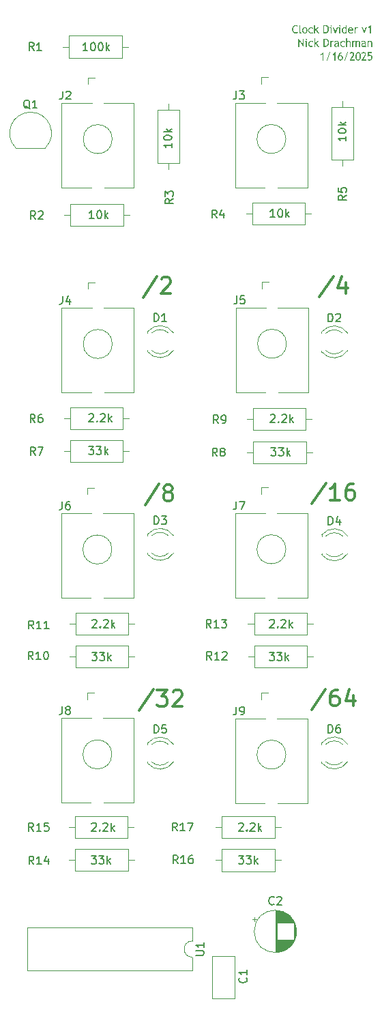
<source format=gbr>
%TF.GenerationSoftware,KiCad,Pcbnew,7.0.7*%
%TF.CreationDate,2025-01-17T09:26:31-05:00*%
%TF.ProjectId,ClockDiv_v2,436c6f63-6b44-4697-965f-76322e6b6963,rev?*%
%TF.SameCoordinates,Original*%
%TF.FileFunction,Legend,Top*%
%TF.FilePolarity,Positive*%
%FSLAX46Y46*%
G04 Gerber Fmt 4.6, Leading zero omitted, Abs format (unit mm)*
G04 Created by KiCad (PCBNEW 7.0.7) date 2025-01-17 09:26:31*
%MOMM*%
%LPD*%
G01*
G04 APERTURE LIST*
%ADD10C,0.150000*%
%ADD11C,0.300000*%
%ADD12C,0.120000*%
G04 APERTURE END LIST*
D10*
X151360588Y-54219819D02*
X150789160Y-54219819D01*
X151074874Y-54219819D02*
X151074874Y-53219819D01*
X151074874Y-53219819D02*
X150979636Y-53362676D01*
X150979636Y-53362676D02*
X150884398Y-53457914D01*
X150884398Y-53457914D02*
X150789160Y-53505533D01*
X151979636Y-53219819D02*
X152074874Y-53219819D01*
X152074874Y-53219819D02*
X152170112Y-53267438D01*
X152170112Y-53267438D02*
X152217731Y-53315057D01*
X152217731Y-53315057D02*
X152265350Y-53410295D01*
X152265350Y-53410295D02*
X152312969Y-53600771D01*
X152312969Y-53600771D02*
X152312969Y-53838866D01*
X152312969Y-53838866D02*
X152265350Y-54029342D01*
X152265350Y-54029342D02*
X152217731Y-54124580D01*
X152217731Y-54124580D02*
X152170112Y-54172200D01*
X152170112Y-54172200D02*
X152074874Y-54219819D01*
X152074874Y-54219819D02*
X151979636Y-54219819D01*
X151979636Y-54219819D02*
X151884398Y-54172200D01*
X151884398Y-54172200D02*
X151836779Y-54124580D01*
X151836779Y-54124580D02*
X151789160Y-54029342D01*
X151789160Y-54029342D02*
X151741541Y-53838866D01*
X151741541Y-53838866D02*
X151741541Y-53600771D01*
X151741541Y-53600771D02*
X151789160Y-53410295D01*
X151789160Y-53410295D02*
X151836779Y-53315057D01*
X151836779Y-53315057D02*
X151884398Y-53267438D01*
X151884398Y-53267438D02*
X151979636Y-53219819D01*
X152741541Y-54219819D02*
X152741541Y-53219819D01*
X152836779Y-53838866D02*
X153122493Y-54219819D01*
X153122493Y-53553152D02*
X152741541Y-53934104D01*
X128689160Y-104240057D02*
X128736779Y-104192438D01*
X128736779Y-104192438D02*
X128832017Y-104144819D01*
X128832017Y-104144819D02*
X129070112Y-104144819D01*
X129070112Y-104144819D02*
X129165350Y-104192438D01*
X129165350Y-104192438D02*
X129212969Y-104240057D01*
X129212969Y-104240057D02*
X129260588Y-104335295D01*
X129260588Y-104335295D02*
X129260588Y-104430533D01*
X129260588Y-104430533D02*
X129212969Y-104573390D01*
X129212969Y-104573390D02*
X128641541Y-105144819D01*
X128641541Y-105144819D02*
X129260588Y-105144819D01*
X129689160Y-105049580D02*
X129736779Y-105097200D01*
X129736779Y-105097200D02*
X129689160Y-105144819D01*
X129689160Y-105144819D02*
X129641541Y-105097200D01*
X129641541Y-105097200D02*
X129689160Y-105049580D01*
X129689160Y-105049580D02*
X129689160Y-105144819D01*
X130117731Y-104240057D02*
X130165350Y-104192438D01*
X130165350Y-104192438D02*
X130260588Y-104144819D01*
X130260588Y-104144819D02*
X130498683Y-104144819D01*
X130498683Y-104144819D02*
X130593921Y-104192438D01*
X130593921Y-104192438D02*
X130641540Y-104240057D01*
X130641540Y-104240057D02*
X130689159Y-104335295D01*
X130689159Y-104335295D02*
X130689159Y-104430533D01*
X130689159Y-104430533D02*
X130641540Y-104573390D01*
X130641540Y-104573390D02*
X130070112Y-105144819D01*
X130070112Y-105144819D02*
X130689159Y-105144819D01*
X131117731Y-105144819D02*
X131117731Y-104144819D01*
X131212969Y-104763866D02*
X131498683Y-105144819D01*
X131498683Y-104478152D02*
X131117731Y-104859104D01*
X128566541Y-133444819D02*
X129185588Y-133444819D01*
X129185588Y-133444819D02*
X128852255Y-133825771D01*
X128852255Y-133825771D02*
X128995112Y-133825771D01*
X128995112Y-133825771D02*
X129090350Y-133873390D01*
X129090350Y-133873390D02*
X129137969Y-133921009D01*
X129137969Y-133921009D02*
X129185588Y-134016247D01*
X129185588Y-134016247D02*
X129185588Y-134254342D01*
X129185588Y-134254342D02*
X129137969Y-134349580D01*
X129137969Y-134349580D02*
X129090350Y-134397200D01*
X129090350Y-134397200D02*
X128995112Y-134444819D01*
X128995112Y-134444819D02*
X128709398Y-134444819D01*
X128709398Y-134444819D02*
X128614160Y-134397200D01*
X128614160Y-134397200D02*
X128566541Y-134349580D01*
X129518922Y-133444819D02*
X130137969Y-133444819D01*
X130137969Y-133444819D02*
X129804636Y-133825771D01*
X129804636Y-133825771D02*
X129947493Y-133825771D01*
X129947493Y-133825771D02*
X130042731Y-133873390D01*
X130042731Y-133873390D02*
X130090350Y-133921009D01*
X130090350Y-133921009D02*
X130137969Y-134016247D01*
X130137969Y-134016247D02*
X130137969Y-134254342D01*
X130137969Y-134254342D02*
X130090350Y-134349580D01*
X130090350Y-134349580D02*
X130042731Y-134397200D01*
X130042731Y-134397200D02*
X129947493Y-134444819D01*
X129947493Y-134444819D02*
X129661779Y-134444819D01*
X129661779Y-134444819D02*
X129566541Y-134397200D01*
X129566541Y-134397200D02*
X129518922Y-134349580D01*
X130566541Y-134444819D02*
X130566541Y-133444819D01*
X130661779Y-134063866D02*
X130947493Y-134444819D01*
X130947493Y-133778152D02*
X130566541Y-134159104D01*
X150814160Y-78790057D02*
X150861779Y-78742438D01*
X150861779Y-78742438D02*
X150957017Y-78694819D01*
X150957017Y-78694819D02*
X151195112Y-78694819D01*
X151195112Y-78694819D02*
X151290350Y-78742438D01*
X151290350Y-78742438D02*
X151337969Y-78790057D01*
X151337969Y-78790057D02*
X151385588Y-78885295D01*
X151385588Y-78885295D02*
X151385588Y-78980533D01*
X151385588Y-78980533D02*
X151337969Y-79123390D01*
X151337969Y-79123390D02*
X150766541Y-79694819D01*
X150766541Y-79694819D02*
X151385588Y-79694819D01*
X151814160Y-79599580D02*
X151861779Y-79647200D01*
X151861779Y-79647200D02*
X151814160Y-79694819D01*
X151814160Y-79694819D02*
X151766541Y-79647200D01*
X151766541Y-79647200D02*
X151814160Y-79599580D01*
X151814160Y-79599580D02*
X151814160Y-79694819D01*
X152242731Y-78790057D02*
X152290350Y-78742438D01*
X152290350Y-78742438D02*
X152385588Y-78694819D01*
X152385588Y-78694819D02*
X152623683Y-78694819D01*
X152623683Y-78694819D02*
X152718921Y-78742438D01*
X152718921Y-78742438D02*
X152766540Y-78790057D01*
X152766540Y-78790057D02*
X152814159Y-78885295D01*
X152814159Y-78885295D02*
X152814159Y-78980533D01*
X152814159Y-78980533D02*
X152766540Y-79123390D01*
X152766540Y-79123390D02*
X152195112Y-79694819D01*
X152195112Y-79694819D02*
X152814159Y-79694819D01*
X153242731Y-79694819D02*
X153242731Y-78694819D01*
X153337969Y-79313866D02*
X153623683Y-79694819D01*
X153623683Y-79028152D02*
X153242731Y-79409104D01*
X128641541Y-108219819D02*
X129260588Y-108219819D01*
X129260588Y-108219819D02*
X128927255Y-108600771D01*
X128927255Y-108600771D02*
X129070112Y-108600771D01*
X129070112Y-108600771D02*
X129165350Y-108648390D01*
X129165350Y-108648390D02*
X129212969Y-108696009D01*
X129212969Y-108696009D02*
X129260588Y-108791247D01*
X129260588Y-108791247D02*
X129260588Y-109029342D01*
X129260588Y-109029342D02*
X129212969Y-109124580D01*
X129212969Y-109124580D02*
X129165350Y-109172200D01*
X129165350Y-109172200D02*
X129070112Y-109219819D01*
X129070112Y-109219819D02*
X128784398Y-109219819D01*
X128784398Y-109219819D02*
X128689160Y-109172200D01*
X128689160Y-109172200D02*
X128641541Y-109124580D01*
X129593922Y-108219819D02*
X130212969Y-108219819D01*
X130212969Y-108219819D02*
X129879636Y-108600771D01*
X129879636Y-108600771D02*
X130022493Y-108600771D01*
X130022493Y-108600771D02*
X130117731Y-108648390D01*
X130117731Y-108648390D02*
X130165350Y-108696009D01*
X130165350Y-108696009D02*
X130212969Y-108791247D01*
X130212969Y-108791247D02*
X130212969Y-109029342D01*
X130212969Y-109029342D02*
X130165350Y-109124580D01*
X130165350Y-109124580D02*
X130117731Y-109172200D01*
X130117731Y-109172200D02*
X130022493Y-109219819D01*
X130022493Y-109219819D02*
X129736779Y-109219819D01*
X129736779Y-109219819D02*
X129641541Y-109172200D01*
X129641541Y-109172200D02*
X129593922Y-109124580D01*
X130641541Y-109219819D02*
X130641541Y-108219819D01*
X130736779Y-108838866D02*
X131022493Y-109219819D01*
X131022493Y-108553152D02*
X130641541Y-108934104D01*
X150666541Y-108219819D02*
X151285588Y-108219819D01*
X151285588Y-108219819D02*
X150952255Y-108600771D01*
X150952255Y-108600771D02*
X151095112Y-108600771D01*
X151095112Y-108600771D02*
X151190350Y-108648390D01*
X151190350Y-108648390D02*
X151237969Y-108696009D01*
X151237969Y-108696009D02*
X151285588Y-108791247D01*
X151285588Y-108791247D02*
X151285588Y-109029342D01*
X151285588Y-109029342D02*
X151237969Y-109124580D01*
X151237969Y-109124580D02*
X151190350Y-109172200D01*
X151190350Y-109172200D02*
X151095112Y-109219819D01*
X151095112Y-109219819D02*
X150809398Y-109219819D01*
X150809398Y-109219819D02*
X150714160Y-109172200D01*
X150714160Y-109172200D02*
X150666541Y-109124580D01*
X151618922Y-108219819D02*
X152237969Y-108219819D01*
X152237969Y-108219819D02*
X151904636Y-108600771D01*
X151904636Y-108600771D02*
X152047493Y-108600771D01*
X152047493Y-108600771D02*
X152142731Y-108648390D01*
X152142731Y-108648390D02*
X152190350Y-108696009D01*
X152190350Y-108696009D02*
X152237969Y-108791247D01*
X152237969Y-108791247D02*
X152237969Y-109029342D01*
X152237969Y-109029342D02*
X152190350Y-109124580D01*
X152190350Y-109124580D02*
X152142731Y-109172200D01*
X152142731Y-109172200D02*
X152047493Y-109219819D01*
X152047493Y-109219819D02*
X151761779Y-109219819D01*
X151761779Y-109219819D02*
X151666541Y-109172200D01*
X151666541Y-109172200D02*
X151618922Y-109124580D01*
X152666541Y-109219819D02*
X152666541Y-108219819D01*
X152761779Y-108838866D02*
X153047493Y-109219819D01*
X153047493Y-108553152D02*
X152666541Y-108934104D01*
X160194819Y-44189411D02*
X160194819Y-44760839D01*
X160194819Y-44475125D02*
X159194819Y-44475125D01*
X159194819Y-44475125D02*
X159337676Y-44570363D01*
X159337676Y-44570363D02*
X159432914Y-44665601D01*
X159432914Y-44665601D02*
X159480533Y-44760839D01*
X159194819Y-43570363D02*
X159194819Y-43475125D01*
X159194819Y-43475125D02*
X159242438Y-43379887D01*
X159242438Y-43379887D02*
X159290057Y-43332268D01*
X159290057Y-43332268D02*
X159385295Y-43284649D01*
X159385295Y-43284649D02*
X159575771Y-43237030D01*
X159575771Y-43237030D02*
X159813866Y-43237030D01*
X159813866Y-43237030D02*
X160004342Y-43284649D01*
X160004342Y-43284649D02*
X160099580Y-43332268D01*
X160099580Y-43332268D02*
X160147200Y-43379887D01*
X160147200Y-43379887D02*
X160194819Y-43475125D01*
X160194819Y-43475125D02*
X160194819Y-43570363D01*
X160194819Y-43570363D02*
X160147200Y-43665601D01*
X160147200Y-43665601D02*
X160099580Y-43713220D01*
X160099580Y-43713220D02*
X160004342Y-43760839D01*
X160004342Y-43760839D02*
X159813866Y-43808458D01*
X159813866Y-43808458D02*
X159575771Y-43808458D01*
X159575771Y-43808458D02*
X159385295Y-43760839D01*
X159385295Y-43760839D02*
X159290057Y-43713220D01*
X159290057Y-43713220D02*
X159242438Y-43665601D01*
X159242438Y-43665601D02*
X159194819Y-43570363D01*
X160194819Y-42808458D02*
X159194819Y-42808458D01*
X159813866Y-42713220D02*
X160194819Y-42427506D01*
X159528152Y-42427506D02*
X159909104Y-42808458D01*
X146889160Y-129465057D02*
X146936779Y-129417438D01*
X146936779Y-129417438D02*
X147032017Y-129369819D01*
X147032017Y-129369819D02*
X147270112Y-129369819D01*
X147270112Y-129369819D02*
X147365350Y-129417438D01*
X147365350Y-129417438D02*
X147412969Y-129465057D01*
X147412969Y-129465057D02*
X147460588Y-129560295D01*
X147460588Y-129560295D02*
X147460588Y-129655533D01*
X147460588Y-129655533D02*
X147412969Y-129798390D01*
X147412969Y-129798390D02*
X146841541Y-130369819D01*
X146841541Y-130369819D02*
X147460588Y-130369819D01*
X147889160Y-130274580D02*
X147936779Y-130322200D01*
X147936779Y-130322200D02*
X147889160Y-130369819D01*
X147889160Y-130369819D02*
X147841541Y-130322200D01*
X147841541Y-130322200D02*
X147889160Y-130274580D01*
X147889160Y-130274580D02*
X147889160Y-130369819D01*
X148317731Y-129465057D02*
X148365350Y-129417438D01*
X148365350Y-129417438D02*
X148460588Y-129369819D01*
X148460588Y-129369819D02*
X148698683Y-129369819D01*
X148698683Y-129369819D02*
X148793921Y-129417438D01*
X148793921Y-129417438D02*
X148841540Y-129465057D01*
X148841540Y-129465057D02*
X148889159Y-129560295D01*
X148889159Y-129560295D02*
X148889159Y-129655533D01*
X148889159Y-129655533D02*
X148841540Y-129798390D01*
X148841540Y-129798390D02*
X148270112Y-130369819D01*
X148270112Y-130369819D02*
X148889159Y-130369819D01*
X149317731Y-130369819D02*
X149317731Y-129369819D01*
X149412969Y-129988866D02*
X149698683Y-130369819D01*
X149698683Y-129703152D02*
X149317731Y-130084104D01*
X128885588Y-54394819D02*
X128314160Y-54394819D01*
X128599874Y-54394819D02*
X128599874Y-53394819D01*
X128599874Y-53394819D02*
X128504636Y-53537676D01*
X128504636Y-53537676D02*
X128409398Y-53632914D01*
X128409398Y-53632914D02*
X128314160Y-53680533D01*
X129504636Y-53394819D02*
X129599874Y-53394819D01*
X129599874Y-53394819D02*
X129695112Y-53442438D01*
X129695112Y-53442438D02*
X129742731Y-53490057D01*
X129742731Y-53490057D02*
X129790350Y-53585295D01*
X129790350Y-53585295D02*
X129837969Y-53775771D01*
X129837969Y-53775771D02*
X129837969Y-54013866D01*
X129837969Y-54013866D02*
X129790350Y-54204342D01*
X129790350Y-54204342D02*
X129742731Y-54299580D01*
X129742731Y-54299580D02*
X129695112Y-54347200D01*
X129695112Y-54347200D02*
X129599874Y-54394819D01*
X129599874Y-54394819D02*
X129504636Y-54394819D01*
X129504636Y-54394819D02*
X129409398Y-54347200D01*
X129409398Y-54347200D02*
X129361779Y-54299580D01*
X129361779Y-54299580D02*
X129314160Y-54204342D01*
X129314160Y-54204342D02*
X129266541Y-54013866D01*
X129266541Y-54013866D02*
X129266541Y-53775771D01*
X129266541Y-53775771D02*
X129314160Y-53585295D01*
X129314160Y-53585295D02*
X129361779Y-53490057D01*
X129361779Y-53490057D02*
X129409398Y-53442438D01*
X129409398Y-53442438D02*
X129504636Y-53394819D01*
X130266541Y-54394819D02*
X130266541Y-53394819D01*
X130361779Y-54013866D02*
X130647493Y-54394819D01*
X130647493Y-53728152D02*
X130266541Y-54109104D01*
D11*
X158602129Y-61569400D02*
X156887844Y-64140828D01*
X160125939Y-62331304D02*
X160125939Y-63664638D01*
X159649748Y-61569400D02*
X159173558Y-62997971D01*
X159173558Y-62997971D02*
X160411653Y-62997971D01*
D10*
X146841541Y-133444819D02*
X147460588Y-133444819D01*
X147460588Y-133444819D02*
X147127255Y-133825771D01*
X147127255Y-133825771D02*
X147270112Y-133825771D01*
X147270112Y-133825771D02*
X147365350Y-133873390D01*
X147365350Y-133873390D02*
X147412969Y-133921009D01*
X147412969Y-133921009D02*
X147460588Y-134016247D01*
X147460588Y-134016247D02*
X147460588Y-134254342D01*
X147460588Y-134254342D02*
X147412969Y-134349580D01*
X147412969Y-134349580D02*
X147365350Y-134397200D01*
X147365350Y-134397200D02*
X147270112Y-134444819D01*
X147270112Y-134444819D02*
X146984398Y-134444819D01*
X146984398Y-134444819D02*
X146889160Y-134397200D01*
X146889160Y-134397200D02*
X146841541Y-134349580D01*
X147793922Y-133444819D02*
X148412969Y-133444819D01*
X148412969Y-133444819D02*
X148079636Y-133825771D01*
X148079636Y-133825771D02*
X148222493Y-133825771D01*
X148222493Y-133825771D02*
X148317731Y-133873390D01*
X148317731Y-133873390D02*
X148365350Y-133921009D01*
X148365350Y-133921009D02*
X148412969Y-134016247D01*
X148412969Y-134016247D02*
X148412969Y-134254342D01*
X148412969Y-134254342D02*
X148365350Y-134349580D01*
X148365350Y-134349580D02*
X148317731Y-134397200D01*
X148317731Y-134397200D02*
X148222493Y-134444819D01*
X148222493Y-134444819D02*
X147936779Y-134444819D01*
X147936779Y-134444819D02*
X147841541Y-134397200D01*
X147841541Y-134397200D02*
X147793922Y-134349580D01*
X148841541Y-134444819D02*
X148841541Y-133444819D01*
X148936779Y-134063866D02*
X149222493Y-134444819D01*
X149222493Y-133778152D02*
X148841541Y-134159104D01*
X150714160Y-104240057D02*
X150761779Y-104192438D01*
X150761779Y-104192438D02*
X150857017Y-104144819D01*
X150857017Y-104144819D02*
X151095112Y-104144819D01*
X151095112Y-104144819D02*
X151190350Y-104192438D01*
X151190350Y-104192438D02*
X151237969Y-104240057D01*
X151237969Y-104240057D02*
X151285588Y-104335295D01*
X151285588Y-104335295D02*
X151285588Y-104430533D01*
X151285588Y-104430533D02*
X151237969Y-104573390D01*
X151237969Y-104573390D02*
X150666541Y-105144819D01*
X150666541Y-105144819D02*
X151285588Y-105144819D01*
X151714160Y-105049580D02*
X151761779Y-105097200D01*
X151761779Y-105097200D02*
X151714160Y-105144819D01*
X151714160Y-105144819D02*
X151666541Y-105097200D01*
X151666541Y-105097200D02*
X151714160Y-105049580D01*
X151714160Y-105049580D02*
X151714160Y-105144819D01*
X152142731Y-104240057D02*
X152190350Y-104192438D01*
X152190350Y-104192438D02*
X152285588Y-104144819D01*
X152285588Y-104144819D02*
X152523683Y-104144819D01*
X152523683Y-104144819D02*
X152618921Y-104192438D01*
X152618921Y-104192438D02*
X152666540Y-104240057D01*
X152666540Y-104240057D02*
X152714159Y-104335295D01*
X152714159Y-104335295D02*
X152714159Y-104430533D01*
X152714159Y-104430533D02*
X152666540Y-104573390D01*
X152666540Y-104573390D02*
X152095112Y-105144819D01*
X152095112Y-105144819D02*
X152714159Y-105144819D01*
X153142731Y-105144819D02*
X153142731Y-104144819D01*
X153237969Y-104763866D02*
X153523683Y-105144819D01*
X153523683Y-104478152D02*
X153142731Y-104859104D01*
X138544819Y-45039411D02*
X138544819Y-45610839D01*
X138544819Y-45325125D02*
X137544819Y-45325125D01*
X137544819Y-45325125D02*
X137687676Y-45420363D01*
X137687676Y-45420363D02*
X137782914Y-45515601D01*
X137782914Y-45515601D02*
X137830533Y-45610839D01*
X137544819Y-44420363D02*
X137544819Y-44325125D01*
X137544819Y-44325125D02*
X137592438Y-44229887D01*
X137592438Y-44229887D02*
X137640057Y-44182268D01*
X137640057Y-44182268D02*
X137735295Y-44134649D01*
X137735295Y-44134649D02*
X137925771Y-44087030D01*
X137925771Y-44087030D02*
X138163866Y-44087030D01*
X138163866Y-44087030D02*
X138354342Y-44134649D01*
X138354342Y-44134649D02*
X138449580Y-44182268D01*
X138449580Y-44182268D02*
X138497200Y-44229887D01*
X138497200Y-44229887D02*
X138544819Y-44325125D01*
X138544819Y-44325125D02*
X138544819Y-44420363D01*
X138544819Y-44420363D02*
X138497200Y-44515601D01*
X138497200Y-44515601D02*
X138449580Y-44563220D01*
X138449580Y-44563220D02*
X138354342Y-44610839D01*
X138354342Y-44610839D02*
X138163866Y-44658458D01*
X138163866Y-44658458D02*
X137925771Y-44658458D01*
X137925771Y-44658458D02*
X137735295Y-44610839D01*
X137735295Y-44610839D02*
X137640057Y-44563220D01*
X137640057Y-44563220D02*
X137592438Y-44515601D01*
X137592438Y-44515601D02*
X137544819Y-44420363D01*
X138544819Y-43658458D02*
X137544819Y-43658458D01*
X138163866Y-43563220D02*
X138544819Y-43277506D01*
X137878152Y-43277506D02*
X138259104Y-43658458D01*
X128241541Y-82669819D02*
X128860588Y-82669819D01*
X128860588Y-82669819D02*
X128527255Y-83050771D01*
X128527255Y-83050771D02*
X128670112Y-83050771D01*
X128670112Y-83050771D02*
X128765350Y-83098390D01*
X128765350Y-83098390D02*
X128812969Y-83146009D01*
X128812969Y-83146009D02*
X128860588Y-83241247D01*
X128860588Y-83241247D02*
X128860588Y-83479342D01*
X128860588Y-83479342D02*
X128812969Y-83574580D01*
X128812969Y-83574580D02*
X128765350Y-83622200D01*
X128765350Y-83622200D02*
X128670112Y-83669819D01*
X128670112Y-83669819D02*
X128384398Y-83669819D01*
X128384398Y-83669819D02*
X128289160Y-83622200D01*
X128289160Y-83622200D02*
X128241541Y-83574580D01*
X129193922Y-82669819D02*
X129812969Y-82669819D01*
X129812969Y-82669819D02*
X129479636Y-83050771D01*
X129479636Y-83050771D02*
X129622493Y-83050771D01*
X129622493Y-83050771D02*
X129717731Y-83098390D01*
X129717731Y-83098390D02*
X129765350Y-83146009D01*
X129765350Y-83146009D02*
X129812969Y-83241247D01*
X129812969Y-83241247D02*
X129812969Y-83479342D01*
X129812969Y-83479342D02*
X129765350Y-83574580D01*
X129765350Y-83574580D02*
X129717731Y-83622200D01*
X129717731Y-83622200D02*
X129622493Y-83669819D01*
X129622493Y-83669819D02*
X129336779Y-83669819D01*
X129336779Y-83669819D02*
X129241541Y-83622200D01*
X129241541Y-83622200D02*
X129193922Y-83574580D01*
X130241541Y-83669819D02*
X130241541Y-82669819D01*
X130336779Y-83288866D02*
X130622493Y-83669819D01*
X130622493Y-83003152D02*
X130241541Y-83384104D01*
D11*
X136952129Y-87344400D02*
X135237844Y-89915828D01*
X137904510Y-88296780D02*
X137714034Y-88201542D01*
X137714034Y-88201542D02*
X137618796Y-88106304D01*
X137618796Y-88106304D02*
X137523558Y-87915828D01*
X137523558Y-87915828D02*
X137523558Y-87820590D01*
X137523558Y-87820590D02*
X137618796Y-87630114D01*
X137618796Y-87630114D02*
X137714034Y-87534876D01*
X137714034Y-87534876D02*
X137904510Y-87439638D01*
X137904510Y-87439638D02*
X138285463Y-87439638D01*
X138285463Y-87439638D02*
X138475939Y-87534876D01*
X138475939Y-87534876D02*
X138571177Y-87630114D01*
X138571177Y-87630114D02*
X138666415Y-87820590D01*
X138666415Y-87820590D02*
X138666415Y-87915828D01*
X138666415Y-87915828D02*
X138571177Y-88106304D01*
X138571177Y-88106304D02*
X138475939Y-88201542D01*
X138475939Y-88201542D02*
X138285463Y-88296780D01*
X138285463Y-88296780D02*
X137904510Y-88296780D01*
X137904510Y-88296780D02*
X137714034Y-88392019D01*
X137714034Y-88392019D02*
X137618796Y-88487257D01*
X137618796Y-88487257D02*
X137523558Y-88677733D01*
X137523558Y-88677733D02*
X137523558Y-89058685D01*
X137523558Y-89058685D02*
X137618796Y-89249161D01*
X137618796Y-89249161D02*
X137714034Y-89344400D01*
X137714034Y-89344400D02*
X137904510Y-89439638D01*
X137904510Y-89439638D02*
X138285463Y-89439638D01*
X138285463Y-89439638D02*
X138475939Y-89344400D01*
X138475939Y-89344400D02*
X138571177Y-89249161D01*
X138571177Y-89249161D02*
X138666415Y-89058685D01*
X138666415Y-89058685D02*
X138666415Y-88677733D01*
X138666415Y-88677733D02*
X138571177Y-88487257D01*
X138571177Y-88487257D02*
X138475939Y-88392019D01*
X138475939Y-88392019D02*
X138285463Y-88296780D01*
X136727129Y-61594400D02*
X135012844Y-64165828D01*
X137298558Y-61880114D02*
X137393796Y-61784876D01*
X137393796Y-61784876D02*
X137584272Y-61689638D01*
X137584272Y-61689638D02*
X138060463Y-61689638D01*
X138060463Y-61689638D02*
X138250939Y-61784876D01*
X138250939Y-61784876D02*
X138346177Y-61880114D01*
X138346177Y-61880114D02*
X138441415Y-62070590D01*
X138441415Y-62070590D02*
X138441415Y-62261066D01*
X138441415Y-62261066D02*
X138346177Y-62546780D01*
X138346177Y-62546780D02*
X137203320Y-63689638D01*
X137203320Y-63689638D02*
X138441415Y-63689638D01*
D10*
X150866541Y-82819819D02*
X151485588Y-82819819D01*
X151485588Y-82819819D02*
X151152255Y-83200771D01*
X151152255Y-83200771D02*
X151295112Y-83200771D01*
X151295112Y-83200771D02*
X151390350Y-83248390D01*
X151390350Y-83248390D02*
X151437969Y-83296009D01*
X151437969Y-83296009D02*
X151485588Y-83391247D01*
X151485588Y-83391247D02*
X151485588Y-83629342D01*
X151485588Y-83629342D02*
X151437969Y-83724580D01*
X151437969Y-83724580D02*
X151390350Y-83772200D01*
X151390350Y-83772200D02*
X151295112Y-83819819D01*
X151295112Y-83819819D02*
X151009398Y-83819819D01*
X151009398Y-83819819D02*
X150914160Y-83772200D01*
X150914160Y-83772200D02*
X150866541Y-83724580D01*
X151818922Y-82819819D02*
X152437969Y-82819819D01*
X152437969Y-82819819D02*
X152104636Y-83200771D01*
X152104636Y-83200771D02*
X152247493Y-83200771D01*
X152247493Y-83200771D02*
X152342731Y-83248390D01*
X152342731Y-83248390D02*
X152390350Y-83296009D01*
X152390350Y-83296009D02*
X152437969Y-83391247D01*
X152437969Y-83391247D02*
X152437969Y-83629342D01*
X152437969Y-83629342D02*
X152390350Y-83724580D01*
X152390350Y-83724580D02*
X152342731Y-83772200D01*
X152342731Y-83772200D02*
X152247493Y-83819819D01*
X152247493Y-83819819D02*
X151961779Y-83819819D01*
X151961779Y-83819819D02*
X151866541Y-83772200D01*
X151866541Y-83772200D02*
X151818922Y-83724580D01*
X152866541Y-83819819D02*
X152866541Y-82819819D01*
X152961779Y-83438866D02*
X153247493Y-83819819D01*
X153247493Y-83153152D02*
X152866541Y-83534104D01*
X128289160Y-78690057D02*
X128336779Y-78642438D01*
X128336779Y-78642438D02*
X128432017Y-78594819D01*
X128432017Y-78594819D02*
X128670112Y-78594819D01*
X128670112Y-78594819D02*
X128765350Y-78642438D01*
X128765350Y-78642438D02*
X128812969Y-78690057D01*
X128812969Y-78690057D02*
X128860588Y-78785295D01*
X128860588Y-78785295D02*
X128860588Y-78880533D01*
X128860588Y-78880533D02*
X128812969Y-79023390D01*
X128812969Y-79023390D02*
X128241541Y-79594819D01*
X128241541Y-79594819D02*
X128860588Y-79594819D01*
X129289160Y-79499580D02*
X129336779Y-79547200D01*
X129336779Y-79547200D02*
X129289160Y-79594819D01*
X129289160Y-79594819D02*
X129241541Y-79547200D01*
X129241541Y-79547200D02*
X129289160Y-79499580D01*
X129289160Y-79499580D02*
X129289160Y-79594819D01*
X129717731Y-78690057D02*
X129765350Y-78642438D01*
X129765350Y-78642438D02*
X129860588Y-78594819D01*
X129860588Y-78594819D02*
X130098683Y-78594819D01*
X130098683Y-78594819D02*
X130193921Y-78642438D01*
X130193921Y-78642438D02*
X130241540Y-78690057D01*
X130241540Y-78690057D02*
X130289159Y-78785295D01*
X130289159Y-78785295D02*
X130289159Y-78880533D01*
X130289159Y-78880533D02*
X130241540Y-79023390D01*
X130241540Y-79023390D02*
X129670112Y-79594819D01*
X129670112Y-79594819D02*
X130289159Y-79594819D01*
X130717731Y-79594819D02*
X130717731Y-78594819D01*
X130812969Y-79213866D02*
X131098683Y-79594819D01*
X131098683Y-78928152D02*
X130717731Y-79309104D01*
G36*
X154184177Y-30450844D02*
G01*
X154138259Y-30568080D01*
X154125229Y-30561097D01*
X154115803Y-30556822D01*
X154105785Y-30552853D01*
X154095175Y-30549190D01*
X154083975Y-30545831D01*
X154072182Y-30542778D01*
X154059798Y-30540031D01*
X154046823Y-30537588D01*
X154033256Y-30535451D01*
X154019098Y-30533619D01*
X154004348Y-30532093D01*
X153989006Y-30530872D01*
X153973073Y-30529956D01*
X153956549Y-30529345D01*
X153939432Y-30529040D01*
X153930653Y-30529002D01*
X153914280Y-30529440D01*
X153898317Y-30530757D01*
X153882765Y-30532951D01*
X153867623Y-30536024D01*
X153852891Y-30539973D01*
X153838569Y-30544801D01*
X153824658Y-30550506D01*
X153811157Y-30557090D01*
X153798066Y-30564550D01*
X153785385Y-30572889D01*
X153773115Y-30582105D01*
X153761255Y-30592199D01*
X153749805Y-30603171D01*
X153738765Y-30615021D01*
X153728136Y-30627748D01*
X153717917Y-30641353D01*
X153708246Y-30655651D01*
X153699198Y-30670456D01*
X153690775Y-30685769D01*
X153682975Y-30701590D01*
X153675799Y-30717918D01*
X153669248Y-30734753D01*
X153663320Y-30752096D01*
X153658017Y-30769947D01*
X153653337Y-30788305D01*
X153649281Y-30807171D01*
X153647487Y-30816795D01*
X153645849Y-30826545D01*
X153644367Y-30836422D01*
X153643041Y-30846426D01*
X153641871Y-30856557D01*
X153640858Y-30866814D01*
X153640000Y-30877199D01*
X153639298Y-30887710D01*
X153638752Y-30898349D01*
X153638362Y-30909114D01*
X153638128Y-30920006D01*
X153638050Y-30931025D01*
X153638130Y-30941527D01*
X153638370Y-30951903D01*
X153638771Y-30962156D01*
X153639332Y-30972283D01*
X153640053Y-30982287D01*
X153640935Y-30992165D01*
X153641977Y-31001919D01*
X153644541Y-31021054D01*
X153647747Y-31039691D01*
X153651594Y-31057830D01*
X153656082Y-31075471D01*
X153661211Y-31092614D01*
X153666981Y-31109258D01*
X153673392Y-31125405D01*
X153680445Y-31141054D01*
X153688139Y-31156205D01*
X153696473Y-31170857D01*
X153705449Y-31185012D01*
X153715066Y-31198668D01*
X153720115Y-31205310D01*
X153730560Y-31218057D01*
X153741376Y-31229982D01*
X153752564Y-31241085D01*
X153764125Y-31251365D01*
X153776057Y-31260823D01*
X153788362Y-31269458D01*
X153801039Y-31277271D01*
X153814088Y-31284262D01*
X153827509Y-31290430D01*
X153841302Y-31295775D01*
X153855467Y-31300299D01*
X153870004Y-31303999D01*
X153884913Y-31306878D01*
X153900195Y-31308934D01*
X153915848Y-31310167D01*
X153931874Y-31310579D01*
X153949326Y-31310167D01*
X153966266Y-31308934D01*
X153982695Y-31306878D01*
X153998613Y-31303999D01*
X154014020Y-31300299D01*
X154028915Y-31295775D01*
X154043298Y-31290430D01*
X154057170Y-31284262D01*
X154070531Y-31277271D01*
X154083381Y-31269458D01*
X154095719Y-31260823D01*
X154107545Y-31251365D01*
X154118861Y-31241085D01*
X154129665Y-31229982D01*
X154139957Y-31218057D01*
X154149738Y-31205310D01*
X154225209Y-31310579D01*
X154217678Y-31318272D01*
X154210011Y-31325722D01*
X154202210Y-31332927D01*
X154194275Y-31339888D01*
X154186205Y-31346605D01*
X154178000Y-31353077D01*
X154169661Y-31359305D01*
X154161187Y-31365289D01*
X154152579Y-31371029D01*
X154143837Y-31376524D01*
X154134959Y-31381775D01*
X154125948Y-31386782D01*
X154116801Y-31391545D01*
X154107521Y-31396064D01*
X154098105Y-31400338D01*
X154088556Y-31404368D01*
X154078871Y-31408154D01*
X154069052Y-31411695D01*
X154059099Y-31414993D01*
X154049011Y-31418046D01*
X154038789Y-31420854D01*
X154028432Y-31423419D01*
X154017940Y-31425739D01*
X154007314Y-31427815D01*
X153996554Y-31429647D01*
X153985659Y-31431235D01*
X153974629Y-31432578D01*
X153963465Y-31433677D01*
X153952166Y-31434532D01*
X153940733Y-31435143D01*
X153929166Y-31435509D01*
X153917463Y-31435631D01*
X153905226Y-31435493D01*
X153893153Y-31435081D01*
X153881243Y-31434392D01*
X153869496Y-31433429D01*
X153857914Y-31432190D01*
X153846495Y-31430677D01*
X153835239Y-31428887D01*
X153824147Y-31426823D01*
X153813219Y-31424483D01*
X153802455Y-31421869D01*
X153791854Y-31418978D01*
X153781416Y-31415813D01*
X153771143Y-31412372D01*
X153761033Y-31408657D01*
X153751086Y-31404665D01*
X153741303Y-31400399D01*
X153731684Y-31395857D01*
X153722229Y-31391041D01*
X153712937Y-31385948D01*
X153703808Y-31380581D01*
X153694844Y-31374938D01*
X153686042Y-31369020D01*
X153677405Y-31362827D01*
X153668931Y-31356359D01*
X153660621Y-31349615D01*
X153652474Y-31342596D01*
X153644491Y-31335302D01*
X153636672Y-31327733D01*
X153629016Y-31319888D01*
X153621524Y-31311768D01*
X153614196Y-31303373D01*
X153607031Y-31294703D01*
X153600058Y-31285807D01*
X153593307Y-31276736D01*
X153586778Y-31267489D01*
X153580469Y-31258066D01*
X153574382Y-31248469D01*
X153568517Y-31238695D01*
X153562872Y-31228746D01*
X153557450Y-31218621D01*
X153552248Y-31208321D01*
X153547268Y-31197845D01*
X153542509Y-31187194D01*
X153537971Y-31176367D01*
X153533655Y-31165365D01*
X153529560Y-31154187D01*
X153525687Y-31142833D01*
X153522034Y-31131304D01*
X153518603Y-31119600D01*
X153515394Y-31107720D01*
X153512406Y-31095664D01*
X153509639Y-31083433D01*
X153507094Y-31071026D01*
X153504769Y-31058444D01*
X153502667Y-31045686D01*
X153500785Y-31032752D01*
X153499125Y-31019643D01*
X153497686Y-31006359D01*
X153496469Y-30992899D01*
X153495473Y-30979263D01*
X153494698Y-30965452D01*
X153494145Y-30951465D01*
X153493813Y-30937303D01*
X153493702Y-30922965D01*
X153493820Y-30909072D01*
X153494174Y-30895326D01*
X153494765Y-30881728D01*
X153495591Y-30868278D01*
X153496654Y-30854976D01*
X153497953Y-30841821D01*
X153499487Y-30828815D01*
X153501258Y-30815956D01*
X153503266Y-30803246D01*
X153505509Y-30790683D01*
X153507988Y-30778268D01*
X153510704Y-30766001D01*
X153513655Y-30753882D01*
X153516843Y-30741911D01*
X153520267Y-30730087D01*
X153523927Y-30718412D01*
X153527823Y-30706884D01*
X153531956Y-30695505D01*
X153536324Y-30684273D01*
X153540929Y-30673189D01*
X153545770Y-30662253D01*
X153550846Y-30651465D01*
X153556159Y-30640824D01*
X153561709Y-30630332D01*
X153567494Y-30619987D01*
X153573515Y-30609791D01*
X153579773Y-30599742D01*
X153586266Y-30589841D01*
X153592996Y-30580088D01*
X153599962Y-30570483D01*
X153607164Y-30561026D01*
X153614602Y-30551716D01*
X153622228Y-30542625D01*
X153629992Y-30533823D01*
X153637894Y-30525309D01*
X153645934Y-30517083D01*
X153654113Y-30509147D01*
X153662430Y-30501499D01*
X153670886Y-30494139D01*
X153679479Y-30487068D01*
X153688212Y-30480286D01*
X153697082Y-30473792D01*
X153706091Y-30467587D01*
X153715238Y-30461671D01*
X153724524Y-30456043D01*
X153733947Y-30450704D01*
X153743510Y-30445653D01*
X153753210Y-30440891D01*
X153763049Y-30436418D01*
X153773026Y-30432233D01*
X153783142Y-30428337D01*
X153793396Y-30424729D01*
X153803788Y-30421410D01*
X153814319Y-30418380D01*
X153824988Y-30415638D01*
X153835795Y-30413185D01*
X153846740Y-30411020D01*
X153857824Y-30409144D01*
X153869047Y-30407557D01*
X153880407Y-30406258D01*
X153891906Y-30405248D01*
X153903544Y-30404526D01*
X153915319Y-30404094D01*
X153927233Y-30403949D01*
X153937422Y-30403995D01*
X153947471Y-30404132D01*
X153957381Y-30404361D01*
X153967152Y-30404682D01*
X153986275Y-30405598D01*
X154004841Y-30406880D01*
X154022850Y-30408529D01*
X154040302Y-30410544D01*
X154057197Y-30412925D01*
X154073535Y-30415673D01*
X154089315Y-30418787D01*
X154104538Y-30422267D01*
X154119204Y-30426114D01*
X154133313Y-30430327D01*
X154146865Y-30434907D01*
X154159859Y-30439853D01*
X154172297Y-30445165D01*
X154184177Y-30450844D01*
G37*
G36*
X154379082Y-31214591D02*
G01*
X154379082Y-30388318D01*
X154509508Y-30388318D01*
X154509508Y-31198715D01*
X154509807Y-31209579D01*
X154510702Y-31220005D01*
X154512194Y-31229992D01*
X154514282Y-31239542D01*
X154517996Y-31251594D01*
X154522770Y-31262867D01*
X154528605Y-31273362D01*
X154535501Y-31283078D01*
X154543458Y-31292016D01*
X154552331Y-31300030D01*
X154561852Y-31306976D01*
X154572023Y-31312853D01*
X154582842Y-31317662D01*
X154594310Y-31321402D01*
X154606427Y-31324073D01*
X154619192Y-31325676D01*
X154629192Y-31326177D01*
X154632607Y-31326210D01*
X154632607Y-31435631D01*
X154617009Y-31435415D01*
X154601906Y-31434768D01*
X154587299Y-31433688D01*
X154573187Y-31432177D01*
X154559570Y-31430235D01*
X154546448Y-31427860D01*
X154533821Y-31425054D01*
X154521690Y-31421816D01*
X154510053Y-31418146D01*
X154498912Y-31414045D01*
X154488266Y-31409512D01*
X154478115Y-31404547D01*
X154468460Y-31399151D01*
X154459299Y-31393323D01*
X154450634Y-31387063D01*
X154442463Y-31380371D01*
X154434788Y-31373248D01*
X154427609Y-31365693D01*
X154420924Y-31357706D01*
X154414734Y-31349287D01*
X154409040Y-31340437D01*
X154403841Y-31331155D01*
X154399137Y-31321442D01*
X154394928Y-31311296D01*
X154391214Y-31300719D01*
X154387995Y-31289710D01*
X154385272Y-31278270D01*
X154383044Y-31266397D01*
X154381311Y-31254093D01*
X154380073Y-31241358D01*
X154379330Y-31228190D01*
X154379082Y-31214591D01*
G37*
G36*
X155075945Y-30669784D02*
G01*
X155095145Y-30670574D01*
X155113791Y-30672154D01*
X155131884Y-30674524D01*
X155149424Y-30677684D01*
X155166410Y-30681634D01*
X155182843Y-30686374D01*
X155198723Y-30691903D01*
X155214049Y-30698223D01*
X155228822Y-30705333D01*
X155243041Y-30713233D01*
X155256708Y-30721922D01*
X155269820Y-30731402D01*
X155282380Y-30741672D01*
X155294386Y-30752731D01*
X155305839Y-30764581D01*
X155311357Y-30770802D01*
X155321916Y-30783717D01*
X155331794Y-30797245D01*
X155340990Y-30811385D01*
X155349505Y-30826138D01*
X155357339Y-30841504D01*
X155364492Y-30857482D01*
X155370963Y-30874072D01*
X155376753Y-30891275D01*
X155381862Y-30909090D01*
X155386290Y-30927518D01*
X155390037Y-30946559D01*
X155391655Y-30956309D01*
X155393102Y-30966212D01*
X155394380Y-30976268D01*
X155395487Y-30986477D01*
X155396423Y-30996839D01*
X155397190Y-31007355D01*
X155397786Y-31018024D01*
X155398212Y-31028846D01*
X155398467Y-31039820D01*
X155398552Y-31050949D01*
X155398465Y-31062034D01*
X155398203Y-31072971D01*
X155397766Y-31083762D01*
X155397155Y-31094405D01*
X155396370Y-31104900D01*
X155395409Y-31115248D01*
X155394275Y-31125449D01*
X155392965Y-31135502D01*
X155391481Y-31145408D01*
X155389822Y-31155167D01*
X155387989Y-31164778D01*
X155383799Y-31183558D01*
X155378910Y-31201748D01*
X155373323Y-31219349D01*
X155367038Y-31236360D01*
X155360054Y-31252782D01*
X155352372Y-31268614D01*
X155343991Y-31283856D01*
X155334912Y-31298508D01*
X155325135Y-31312572D01*
X155314659Y-31326045D01*
X155309159Y-31332561D01*
X155297763Y-31345042D01*
X155285861Y-31356718D01*
X155273453Y-31367588D01*
X155260540Y-31377654D01*
X155247121Y-31386914D01*
X155233196Y-31395369D01*
X155218766Y-31403019D01*
X155203829Y-31409863D01*
X155188388Y-31415903D01*
X155172440Y-31421137D01*
X155155987Y-31425566D01*
X155139029Y-31429189D01*
X155121564Y-31432007D01*
X155103595Y-31434021D01*
X155085119Y-31435228D01*
X155066138Y-31435631D01*
X155046747Y-31435225D01*
X155027898Y-31434005D01*
X155009592Y-31431973D01*
X154991827Y-31429128D01*
X154974604Y-31425470D01*
X154957923Y-31420999D01*
X154941784Y-31415716D01*
X154926186Y-31409619D01*
X154911131Y-31402710D01*
X154896618Y-31394988D01*
X154882646Y-31386452D01*
X154869217Y-31377104D01*
X154856329Y-31366943D01*
X154843983Y-31355970D01*
X154832180Y-31344183D01*
X154820918Y-31331584D01*
X154810270Y-31318294D01*
X154800310Y-31304438D01*
X154791036Y-31290016D01*
X154782450Y-31275026D01*
X154774550Y-31259470D01*
X154767337Y-31243347D01*
X154760811Y-31226657D01*
X154754972Y-31209401D01*
X154749820Y-31191578D01*
X154745355Y-31173188D01*
X154741577Y-31154232D01*
X154739946Y-31144541D01*
X154738486Y-31134709D01*
X154737198Y-31124734D01*
X154736082Y-31114619D01*
X154735137Y-31104361D01*
X154734364Y-31093962D01*
X154733763Y-31083421D01*
X154733334Y-31072739D01*
X154733076Y-31061914D01*
X154732990Y-31050949D01*
X154870255Y-31050949D01*
X154870446Y-31067884D01*
X154871020Y-31084281D01*
X154871976Y-31100141D01*
X154873315Y-31115463D01*
X154875037Y-31130248D01*
X154877141Y-31144495D01*
X154879628Y-31158204D01*
X154882498Y-31171376D01*
X154885749Y-31184010D01*
X154889384Y-31196106D01*
X154893401Y-31207665D01*
X154897801Y-31218686D01*
X154902583Y-31229170D01*
X154907748Y-31239116D01*
X154913295Y-31248524D01*
X154919226Y-31257395D01*
X154925538Y-31265728D01*
X154932233Y-31273523D01*
X154939311Y-31280781D01*
X154946772Y-31287502D01*
X154954614Y-31293684D01*
X154962840Y-31299329D01*
X154971448Y-31304437D01*
X154980439Y-31309006D01*
X154989812Y-31313039D01*
X154999568Y-31316533D01*
X155009707Y-31319490D01*
X155020228Y-31321909D01*
X155031131Y-31323791D01*
X155042417Y-31325135D01*
X155054086Y-31325941D01*
X155066138Y-31326210D01*
X155077401Y-31325922D01*
X155088356Y-31325058D01*
X155099002Y-31323617D01*
X155109338Y-31321600D01*
X155119365Y-31319007D01*
X155129084Y-31315838D01*
X155138493Y-31312092D01*
X155147593Y-31307770D01*
X155156383Y-31302872D01*
X155164865Y-31297397D01*
X155173038Y-31291346D01*
X155180901Y-31284719D01*
X155188456Y-31277516D01*
X155195701Y-31269737D01*
X155202637Y-31261381D01*
X155209264Y-31252449D01*
X155215564Y-31243018D01*
X155221457Y-31233165D01*
X155226944Y-31222891D01*
X155232024Y-31212195D01*
X155236698Y-31201077D01*
X155240966Y-31189537D01*
X155244827Y-31177576D01*
X155248282Y-31165193D01*
X155251330Y-31152389D01*
X155253972Y-31139162D01*
X155256207Y-31125514D01*
X155258036Y-31111444D01*
X155259459Y-31096953D01*
X155260475Y-31082040D01*
X155261084Y-31066705D01*
X155261288Y-31050949D01*
X155261097Y-31034224D01*
X155260525Y-31018030D01*
X155259572Y-31002367D01*
X155258238Y-30987236D01*
X155256523Y-30972635D01*
X155254427Y-30958565D01*
X155251949Y-30945026D01*
X155249091Y-30932018D01*
X155245851Y-30919540D01*
X155242230Y-30907594D01*
X155238228Y-30896179D01*
X155233845Y-30885295D01*
X155229080Y-30874941D01*
X155223935Y-30865119D01*
X155218408Y-30855827D01*
X155212500Y-30847067D01*
X155206211Y-30838837D01*
X155199541Y-30831139D01*
X155192490Y-30823971D01*
X155185057Y-30817334D01*
X155177244Y-30811228D01*
X155169049Y-30805653D01*
X155160473Y-30800609D01*
X155151516Y-30796096D01*
X155142177Y-30792114D01*
X155132458Y-30788663D01*
X155122358Y-30785743D01*
X155111876Y-30783354D01*
X155101013Y-30781496D01*
X155089769Y-30780168D01*
X155078144Y-30779372D01*
X155066138Y-30779106D01*
X155055105Y-30779390D01*
X155044354Y-30780240D01*
X155033886Y-30781657D01*
X155023700Y-30783640D01*
X155013797Y-30786190D01*
X155004176Y-30789307D01*
X154994838Y-30792991D01*
X154985782Y-30797241D01*
X154977008Y-30802058D01*
X154968517Y-30807442D01*
X154960308Y-30813393D01*
X154952381Y-30819910D01*
X154944737Y-30826994D01*
X154937376Y-30834645D01*
X154930297Y-30842862D01*
X154923500Y-30851646D01*
X154917052Y-30860897D01*
X154911020Y-30870575D01*
X154905405Y-30880681D01*
X154900205Y-30891214D01*
X154895421Y-30902174D01*
X154891054Y-30913562D01*
X154887102Y-30925377D01*
X154883566Y-30937620D01*
X154880446Y-30950290D01*
X154877742Y-30963387D01*
X154875455Y-30976912D01*
X154873583Y-30990865D01*
X154872127Y-31005245D01*
X154871087Y-31020052D01*
X154870463Y-31035286D01*
X154870255Y-31050949D01*
X154732990Y-31050949D01*
X154733080Y-31040327D01*
X154733348Y-31029835D01*
X154733795Y-31019471D01*
X154734421Y-31009236D01*
X154735226Y-30999130D01*
X154736210Y-30989153D01*
X154737373Y-30979305D01*
X154738715Y-30969585D01*
X154741935Y-30950532D01*
X154745870Y-30931995D01*
X154750521Y-30913972D01*
X154755888Y-30896465D01*
X154761970Y-30879473D01*
X154768768Y-30862996D01*
X154776281Y-30847034D01*
X154784510Y-30831588D01*
X154793455Y-30816657D01*
X154803115Y-30802241D01*
X154813490Y-30788340D01*
X154824581Y-30774954D01*
X154836287Y-30762207D01*
X154848445Y-30750282D01*
X154861055Y-30739179D01*
X154874117Y-30728899D01*
X154887631Y-30719441D01*
X154901598Y-30710806D01*
X154916017Y-30702993D01*
X154930888Y-30696003D01*
X154946211Y-30689835D01*
X154961987Y-30684489D01*
X154978215Y-30679966D01*
X154994895Y-30676265D01*
X155012027Y-30673386D01*
X155029612Y-30671330D01*
X155047649Y-30670097D01*
X155066138Y-30669685D01*
X155075945Y-30669784D01*
G37*
G36*
X156087317Y-30747843D02*
G01*
X156022837Y-30841632D01*
X156015833Y-30834670D01*
X156007338Y-30827827D01*
X155997352Y-30821103D01*
X155988291Y-30815810D01*
X155978275Y-30810593D01*
X155967305Y-30805453D01*
X155955381Y-30800388D01*
X155952251Y-30799134D01*
X155942830Y-30795555D01*
X155933434Y-30792328D01*
X155924065Y-30789453D01*
X155911612Y-30786167D01*
X155899206Y-30783507D01*
X155886845Y-30781473D01*
X155874529Y-30780065D01*
X155862260Y-30779282D01*
X155853088Y-30779106D01*
X155839949Y-30779400D01*
X155827153Y-30780282D01*
X155814700Y-30781751D01*
X155802591Y-30783808D01*
X155790825Y-30786453D01*
X155779403Y-30789685D01*
X155768324Y-30793505D01*
X155757589Y-30797913D01*
X155747197Y-30802908D01*
X155737149Y-30808492D01*
X155727444Y-30814663D01*
X155718083Y-30821421D01*
X155709065Y-30828768D01*
X155700390Y-30836702D01*
X155692059Y-30845224D01*
X155684072Y-30854333D01*
X155676500Y-30863923D01*
X155669417Y-30873949D01*
X155662823Y-30884409D01*
X155656717Y-30895305D01*
X155651099Y-30906635D01*
X155645970Y-30918401D01*
X155641329Y-30930602D01*
X155637177Y-30943237D01*
X155633514Y-30956308D01*
X155630339Y-30969814D01*
X155627652Y-30983755D01*
X155625454Y-30998131D01*
X155623744Y-31012942D01*
X155622523Y-31028188D01*
X155621790Y-31043869D01*
X155621546Y-31059986D01*
X155621795Y-31075986D01*
X155622542Y-31091504D01*
X155623787Y-31106540D01*
X155625530Y-31121092D01*
X155627771Y-31135162D01*
X155630510Y-31148749D01*
X155633747Y-31161853D01*
X155637483Y-31174474D01*
X155641716Y-31186613D01*
X155646447Y-31198269D01*
X155651676Y-31209442D01*
X155657404Y-31220133D01*
X155663629Y-31230340D01*
X155670352Y-31240065D01*
X155677574Y-31249307D01*
X155685293Y-31258066D01*
X155693485Y-31266318D01*
X155702062Y-31274038D01*
X155711025Y-31281225D01*
X155720373Y-31287879D01*
X155730106Y-31294002D01*
X155740225Y-31299592D01*
X155750729Y-31304649D01*
X155761619Y-31309174D01*
X155772894Y-31313167D01*
X155784555Y-31316628D01*
X155796601Y-31319556D01*
X155809033Y-31321951D01*
X155821850Y-31323815D01*
X155835052Y-31325146D01*
X155848640Y-31325944D01*
X155862614Y-31326210D01*
X155873610Y-31325966D01*
X155884618Y-31325233D01*
X155895638Y-31324012D01*
X155906669Y-31322302D01*
X155917711Y-31320104D01*
X155928765Y-31317418D01*
X155939831Y-31314242D01*
X155950907Y-31310579D01*
X155961996Y-31306427D01*
X155973095Y-31301786D01*
X155984206Y-31296657D01*
X155995329Y-31291039D01*
X156006463Y-31284933D01*
X156017608Y-31278339D01*
X156028765Y-31271256D01*
X156039934Y-31263684D01*
X156091469Y-31373105D01*
X156078144Y-31380676D01*
X156064427Y-31387759D01*
X156050316Y-31394354D01*
X156035812Y-31400460D01*
X156020915Y-31406078D01*
X156005625Y-31411207D01*
X155989942Y-31415847D01*
X155973866Y-31420000D01*
X155957397Y-31423663D01*
X155940535Y-31426838D01*
X155923279Y-31429525D01*
X155905631Y-31431723D01*
X155887589Y-31433433D01*
X155869155Y-31434654D01*
X155850327Y-31435387D01*
X155831106Y-31435631D01*
X155812504Y-31435235D01*
X155794309Y-31434047D01*
X155776524Y-31432068D01*
X155759146Y-31429296D01*
X155742177Y-31425733D01*
X155725616Y-31421377D01*
X155709464Y-31416230D01*
X155693720Y-31410291D01*
X155678384Y-31403560D01*
X155663456Y-31396037D01*
X155648937Y-31387722D01*
X155634827Y-31378616D01*
X155621124Y-31368717D01*
X155607830Y-31358027D01*
X155594944Y-31346544D01*
X155582467Y-31334270D01*
X155570577Y-31321321D01*
X155559455Y-31307812D01*
X155549099Y-31293744D01*
X155539511Y-31279117D01*
X155530689Y-31263931D01*
X155522635Y-31248186D01*
X155515348Y-31231882D01*
X155508828Y-31215019D01*
X155503075Y-31197596D01*
X155498089Y-31179615D01*
X155493870Y-31161074D01*
X155490418Y-31141975D01*
X155488980Y-31132215D01*
X155487733Y-31122316D01*
X155486678Y-31112277D01*
X155485815Y-31102098D01*
X155485144Y-31091780D01*
X155484665Y-31081321D01*
X155484377Y-31070723D01*
X155484281Y-31059986D01*
X155484381Y-31049017D01*
X155484679Y-31038185D01*
X155485177Y-31027489D01*
X155485873Y-31016930D01*
X155486768Y-31006507D01*
X155487862Y-30996221D01*
X155489155Y-30986071D01*
X155490647Y-30976058D01*
X155492338Y-30966181D01*
X155494228Y-30956440D01*
X155496316Y-30946836D01*
X155501090Y-30928037D01*
X155506660Y-30909783D01*
X155513026Y-30892076D01*
X155520187Y-30874914D01*
X155528144Y-30858298D01*
X155536897Y-30842227D01*
X155546445Y-30826703D01*
X155556789Y-30811724D01*
X155567929Y-30797290D01*
X155579864Y-30783403D01*
X155586131Y-30776664D01*
X155599186Y-30763709D01*
X155612829Y-30751591D01*
X155627060Y-30740308D01*
X155641879Y-30729861D01*
X155657285Y-30720249D01*
X155673280Y-30711474D01*
X155689861Y-30703534D01*
X155707031Y-30696430D01*
X155724788Y-30690162D01*
X155743133Y-30684729D01*
X155762066Y-30680133D01*
X155771752Y-30678148D01*
X155781586Y-30676372D01*
X155791567Y-30674805D01*
X155801694Y-30673446D01*
X155811968Y-30672297D01*
X155822390Y-30671357D01*
X155832958Y-30670626D01*
X155843673Y-30670103D01*
X155854535Y-30669790D01*
X155865544Y-30669685D01*
X155876301Y-30669911D01*
X155887229Y-30670587D01*
X155898328Y-30671714D01*
X155909600Y-30673292D01*
X155921043Y-30675320D01*
X155932658Y-30677800D01*
X155944444Y-30680730D01*
X155956403Y-30684111D01*
X155968533Y-30687943D01*
X155980835Y-30692225D01*
X155989131Y-30695331D01*
X156001324Y-30700109D01*
X156012899Y-30704917D01*
X156023856Y-30709754D01*
X156034194Y-30714622D01*
X156043914Y-30719520D01*
X156053016Y-30724448D01*
X156061500Y-30729406D01*
X156071849Y-30736064D01*
X156081100Y-30742775D01*
X156087317Y-30747843D01*
G37*
G36*
X156700366Y-31420000D02*
G01*
X156469557Y-31052414D01*
X156355496Y-31169651D01*
X156355496Y-31420000D01*
X156225070Y-31420000D01*
X156225070Y-30388318D01*
X156355496Y-30388318D01*
X156355496Y-31028967D01*
X156637108Y-30685317D01*
X156789759Y-30685317D01*
X156554065Y-30964487D01*
X156841783Y-31420000D01*
X156700366Y-31420000D01*
G37*
G36*
X157622786Y-30404075D02*
G01*
X157635716Y-30404451D01*
X157648475Y-30405078D01*
X157661061Y-30405957D01*
X157673476Y-30407086D01*
X157685717Y-30408466D01*
X157697787Y-30410097D01*
X157709685Y-30411979D01*
X157721410Y-30414112D01*
X157732963Y-30416495D01*
X157744344Y-30419130D01*
X157755553Y-30422016D01*
X157766589Y-30425152D01*
X157777454Y-30428540D01*
X157788146Y-30432178D01*
X157798666Y-30436067D01*
X157809013Y-30440207D01*
X157819189Y-30444599D01*
X157829192Y-30449241D01*
X157839023Y-30454134D01*
X157848682Y-30459277D01*
X157858168Y-30464672D01*
X157867483Y-30470318D01*
X157876625Y-30476215D01*
X157885595Y-30482362D01*
X157894392Y-30488761D01*
X157903018Y-30495410D01*
X157911471Y-30502310D01*
X157919752Y-30509462D01*
X157927861Y-30516864D01*
X157935798Y-30524517D01*
X157943563Y-30532421D01*
X157951136Y-30540533D01*
X157958469Y-30548812D01*
X157965562Y-30557256D01*
X157972414Y-30565867D01*
X157979025Y-30574644D01*
X157985397Y-30583586D01*
X157991528Y-30592695D01*
X157997418Y-30601969D01*
X158003068Y-30611410D01*
X158008478Y-30621016D01*
X158013647Y-30630789D01*
X158018576Y-30640727D01*
X158023264Y-30650832D01*
X158027712Y-30661103D01*
X158031919Y-30671539D01*
X158035886Y-30682142D01*
X158039613Y-30692910D01*
X158043099Y-30703845D01*
X158046345Y-30714946D01*
X158049350Y-30726212D01*
X158052115Y-30737645D01*
X158054640Y-30749244D01*
X158056924Y-30761008D01*
X158058967Y-30772939D01*
X158060771Y-30785036D01*
X158062333Y-30797299D01*
X158063656Y-30809727D01*
X158064738Y-30822322D01*
X158065579Y-30835083D01*
X158066180Y-30848009D01*
X158066541Y-30861102D01*
X158066661Y-30874361D01*
X158066171Y-30907931D01*
X158064699Y-30940434D01*
X158062247Y-30971873D01*
X158058815Y-31002245D01*
X158054401Y-31031552D01*
X158049007Y-31059793D01*
X158042632Y-31086968D01*
X158035276Y-31113078D01*
X158026939Y-31138122D01*
X158017622Y-31162100D01*
X158007323Y-31185013D01*
X157996044Y-31206859D01*
X157983784Y-31227641D01*
X157970544Y-31247356D01*
X157956322Y-31266006D01*
X157941120Y-31283590D01*
X157924937Y-31300108D01*
X157907773Y-31315561D01*
X157889629Y-31329948D01*
X157870503Y-31343269D01*
X157850397Y-31355525D01*
X157829310Y-31366714D01*
X157807243Y-31376839D01*
X157784194Y-31385897D01*
X157760165Y-31393890D01*
X157735155Y-31400817D01*
X157709164Y-31406678D01*
X157682192Y-31411474D01*
X157654240Y-31415204D01*
X157625307Y-31417868D01*
X157595392Y-31419467D01*
X157564498Y-31420000D01*
X157361776Y-31420000D01*
X157361776Y-31288108D01*
X157499041Y-31288108D01*
X157510867Y-31289711D01*
X157523389Y-31291100D01*
X157533235Y-31292002D01*
X157543473Y-31292783D01*
X157554101Y-31293444D01*
X157565120Y-31293985D01*
X157576529Y-31294406D01*
X157588329Y-31294707D01*
X157600520Y-31294887D01*
X157613102Y-31294947D01*
X157630903Y-31294525D01*
X157648220Y-31293257D01*
X157665051Y-31291143D01*
X157681398Y-31288185D01*
X157697261Y-31284381D01*
X157712639Y-31279732D01*
X157727532Y-31274237D01*
X157741940Y-31267897D01*
X157755864Y-31260712D01*
X157769303Y-31252682D01*
X157782257Y-31243806D01*
X157794727Y-31234085D01*
X157806712Y-31223519D01*
X157818213Y-31212107D01*
X157829228Y-31199850D01*
X157839759Y-31186748D01*
X157849756Y-31172894D01*
X157859108Y-31158385D01*
X157867815Y-31143219D01*
X157875877Y-31127397D01*
X157883294Y-31110918D01*
X157890066Y-31093783D01*
X157896193Y-31075991D01*
X157901675Y-31057543D01*
X157904174Y-31048073D01*
X157906512Y-31038439D01*
X157908689Y-31028640D01*
X157910704Y-31018678D01*
X157912559Y-31008551D01*
X157914252Y-30998261D01*
X157915783Y-30987806D01*
X157917154Y-30977187D01*
X157918363Y-30966404D01*
X157919411Y-30955457D01*
X157920298Y-30944346D01*
X157921024Y-30933071D01*
X157921588Y-30921632D01*
X157921991Y-30910028D01*
X157922233Y-30898261D01*
X157922313Y-30886329D01*
X157922000Y-30864345D01*
X157921060Y-30843059D01*
X157919493Y-30822471D01*
X157917299Y-30802580D01*
X157914478Y-30783388D01*
X157911031Y-30764893D01*
X157906956Y-30747097D01*
X157902255Y-30729998D01*
X157896927Y-30713597D01*
X157890972Y-30697895D01*
X157884390Y-30682890D01*
X157877182Y-30668583D01*
X157869347Y-30654973D01*
X157860884Y-30642062D01*
X157851795Y-30629849D01*
X157842080Y-30618333D01*
X157831737Y-30607516D01*
X157820768Y-30597396D01*
X157809171Y-30587975D01*
X157796948Y-30579251D01*
X157784098Y-30571225D01*
X157770621Y-30563897D01*
X157756518Y-30557267D01*
X157741787Y-30551335D01*
X157726430Y-30546100D01*
X157710446Y-30541564D01*
X157693835Y-30537725D01*
X157676598Y-30534585D01*
X157658733Y-30532142D01*
X157640242Y-30530397D01*
X157621123Y-30529351D01*
X157601378Y-30529002D01*
X157589886Y-30529329D01*
X157577942Y-30529963D01*
X157566146Y-30530711D01*
X157555992Y-30531413D01*
X157544717Y-30532234D01*
X157532321Y-30533176D01*
X157518805Y-30534238D01*
X157504168Y-30535420D01*
X157499041Y-30535840D01*
X157499041Y-31288108D01*
X157361776Y-31288108D01*
X157361776Y-30410788D01*
X157373745Y-30410367D01*
X157385442Y-30409960D01*
X157396866Y-30409566D01*
X157408018Y-30409185D01*
X157418898Y-30408818D01*
X157429505Y-30408464D01*
X157439840Y-30408123D01*
X157449902Y-30407796D01*
X157459692Y-30407482D01*
X157478455Y-30406894D01*
X157496128Y-30406360D01*
X157512712Y-30405879D01*
X157528206Y-30405452D01*
X157542611Y-30405078D01*
X157555926Y-30404757D01*
X157568151Y-30404490D01*
X157579287Y-30404277D01*
X157589333Y-30404116D01*
X157602360Y-30403976D01*
X157609683Y-30403949D01*
X157622786Y-30404075D01*
G37*
G36*
X158343877Y-30419581D02*
G01*
X158354165Y-30420141D01*
X158363965Y-30421823D01*
X158375079Y-30425321D01*
X158385489Y-30430432D01*
X158393626Y-30435926D01*
X158401274Y-30442540D01*
X158408099Y-30449935D01*
X158414762Y-30459392D01*
X158419760Y-30469484D01*
X158423091Y-30480211D01*
X158424757Y-30491574D01*
X158424965Y-30497494D01*
X158424387Y-30507413D01*
X158422166Y-30518702D01*
X158418279Y-30529320D01*
X158412726Y-30539270D01*
X158405508Y-30548549D01*
X158401274Y-30552937D01*
X158393626Y-30559552D01*
X158385489Y-30565045D01*
X158375079Y-30570157D01*
X158363965Y-30573654D01*
X158354165Y-30575336D01*
X158343877Y-30575896D01*
X158333799Y-30575336D01*
X158324175Y-30573654D01*
X158313224Y-30570157D01*
X158302926Y-30565045D01*
X158294842Y-30559552D01*
X158287212Y-30552937D01*
X158280387Y-30545530D01*
X158273724Y-30536028D01*
X158268726Y-30525855D01*
X158265395Y-30515013D01*
X158263729Y-30503501D01*
X158263521Y-30497494D01*
X158264087Y-30487517D01*
X158266262Y-30476206D01*
X158270069Y-30465615D01*
X158275507Y-30455746D01*
X158282577Y-30446599D01*
X158286724Y-30442295D01*
X158294302Y-30435752D01*
X158304056Y-30429363D01*
X158314532Y-30424572D01*
X158325729Y-30421378D01*
X158335611Y-30419936D01*
X158343877Y-30419581D01*
G37*
G36*
X158272313Y-31420000D02*
G01*
X158272313Y-30794738D01*
X158171441Y-30794738D01*
X158171441Y-30685317D01*
X158402983Y-30685317D01*
X158402983Y-31420000D01*
X158272313Y-31420000D01*
G37*
G36*
X158872907Y-31435631D02*
G01*
X158838713Y-31435631D01*
X158523395Y-30685317D01*
X158666277Y-30685317D01*
X158860694Y-31201158D01*
X159059264Y-30685317D01*
X159195796Y-30685317D01*
X158872907Y-31435631D01*
G37*
G36*
X159427338Y-30419581D02*
G01*
X159437626Y-30420141D01*
X159447426Y-30421823D01*
X159458540Y-30425321D01*
X159468950Y-30430432D01*
X159477087Y-30435926D01*
X159484735Y-30442540D01*
X159491560Y-30449935D01*
X159498223Y-30459392D01*
X159503221Y-30469484D01*
X159506552Y-30480211D01*
X159508218Y-30491574D01*
X159508426Y-30497494D01*
X159507848Y-30507413D01*
X159505627Y-30518702D01*
X159501740Y-30529320D01*
X159496187Y-30539270D01*
X159488969Y-30548549D01*
X159484735Y-30552937D01*
X159477087Y-30559552D01*
X159468950Y-30565045D01*
X159458540Y-30570157D01*
X159447426Y-30573654D01*
X159437626Y-30575336D01*
X159427338Y-30575896D01*
X159417260Y-30575336D01*
X159407636Y-30573654D01*
X159396685Y-30570157D01*
X159386387Y-30565045D01*
X159378304Y-30559552D01*
X159370674Y-30552937D01*
X159363848Y-30545530D01*
X159357185Y-30536028D01*
X159352188Y-30525855D01*
X159348856Y-30515013D01*
X159347190Y-30503501D01*
X159346982Y-30497494D01*
X159347548Y-30487517D01*
X159349724Y-30476206D01*
X159353530Y-30465615D01*
X159358969Y-30455746D01*
X159366038Y-30446599D01*
X159370185Y-30442295D01*
X159377763Y-30435752D01*
X159387517Y-30429363D01*
X159397993Y-30424572D01*
X159409190Y-30421378D01*
X159419072Y-30419936D01*
X159427338Y-30419581D01*
G37*
G36*
X159355775Y-31420000D02*
G01*
X159355775Y-30794738D01*
X159254902Y-30794738D01*
X159254902Y-30685317D01*
X159486445Y-30685317D01*
X159486445Y-31420000D01*
X159355775Y-31420000D01*
G37*
G36*
X160288294Y-31420000D02*
G01*
X160157624Y-31420000D01*
X160157624Y-31365778D01*
X160148894Y-31374236D01*
X160139680Y-31382149D01*
X160129981Y-31389517D01*
X160119797Y-31396338D01*
X160109128Y-31402614D01*
X160097975Y-31408345D01*
X160086338Y-31413529D01*
X160074215Y-31418168D01*
X160061608Y-31422261D01*
X160048516Y-31425808D01*
X160034940Y-31428809D01*
X160020879Y-31431265D01*
X160006333Y-31433175D01*
X159991302Y-31434540D01*
X159975787Y-31435358D01*
X159959787Y-31435631D01*
X159942741Y-31435243D01*
X159926101Y-31434078D01*
X159909867Y-31432136D01*
X159894040Y-31429418D01*
X159878619Y-31425923D01*
X159863605Y-31421652D01*
X159848997Y-31416604D01*
X159834796Y-31410779D01*
X159821001Y-31404178D01*
X159807613Y-31396800D01*
X159794630Y-31388646D01*
X159782055Y-31379715D01*
X159769886Y-31370007D01*
X159758123Y-31359523D01*
X159746766Y-31348262D01*
X159735817Y-31336224D01*
X159725435Y-31323540D01*
X159715724Y-31310338D01*
X159706682Y-31296620D01*
X159698310Y-31282384D01*
X159690608Y-31267631D01*
X159683575Y-31252361D01*
X159677213Y-31236574D01*
X159671520Y-31220270D01*
X159666496Y-31203449D01*
X159662143Y-31186110D01*
X159658459Y-31168255D01*
X159655445Y-31149882D01*
X159653101Y-31130992D01*
X159651427Y-31111586D01*
X159650841Y-31101688D01*
X159650422Y-31091662D01*
X159650171Y-31081506D01*
X159650087Y-31071221D01*
X159650184Y-31060873D01*
X159650251Y-31058520D01*
X159787352Y-31058520D01*
X159787588Y-31074989D01*
X159788296Y-31090936D01*
X159789477Y-31106359D01*
X159791130Y-31121260D01*
X159793255Y-31135638D01*
X159795853Y-31149493D01*
X159798922Y-31162825D01*
X159802464Y-31175635D01*
X159806479Y-31187921D01*
X159810965Y-31199685D01*
X159815924Y-31210926D01*
X159821355Y-31221644D01*
X159827258Y-31231839D01*
X159833634Y-31241511D01*
X159840482Y-31250661D01*
X159847802Y-31259288D01*
X159855594Y-31267392D01*
X159863859Y-31274973D01*
X159872596Y-31282031D01*
X159881805Y-31288566D01*
X159891487Y-31294579D01*
X159901640Y-31300069D01*
X159912266Y-31305036D01*
X159923365Y-31309480D01*
X159934935Y-31313401D01*
X159946978Y-31316799D01*
X159959493Y-31319675D01*
X159972480Y-31322028D01*
X159985940Y-31323858D01*
X159999872Y-31325165D01*
X160014276Y-31325949D01*
X160029152Y-31326210D01*
X160039144Y-31325733D01*
X160049732Y-31324302D01*
X160060916Y-31321917D01*
X160072696Y-31318578D01*
X160082550Y-31315219D01*
X160092785Y-31311250D01*
X160103402Y-31306671D01*
X160113706Y-31301687D01*
X160123003Y-31296626D01*
X160133206Y-31290193D01*
X160141836Y-31283641D01*
X160150114Y-31275621D01*
X160156124Y-31267430D01*
X160157624Y-31264661D01*
X160157624Y-30853845D01*
X160151285Y-30844794D01*
X160144664Y-30836328D01*
X160137760Y-30828445D01*
X160130574Y-30821147D01*
X160123106Y-30814432D01*
X160115355Y-30808301D01*
X160103199Y-30800199D01*
X160090408Y-30793412D01*
X160076981Y-30787938D01*
X160062919Y-30783777D01*
X160053191Y-30781734D01*
X160043181Y-30780274D01*
X160032888Y-30779398D01*
X160022313Y-30779106D01*
X160009342Y-30779414D01*
X159996683Y-30780339D01*
X159984337Y-30781880D01*
X159972305Y-30784037D01*
X159960585Y-30786810D01*
X159949178Y-30790200D01*
X159938084Y-30794206D01*
X159927303Y-30798829D01*
X159916835Y-30804068D01*
X159906680Y-30809923D01*
X159896837Y-30816394D01*
X159887308Y-30823482D01*
X159878092Y-30831186D01*
X159869188Y-30839507D01*
X159860598Y-30848444D01*
X159852320Y-30857997D01*
X159844453Y-30868025D01*
X159837093Y-30878387D01*
X159830241Y-30889083D01*
X159823897Y-30900113D01*
X159818060Y-30911477D01*
X159812730Y-30923175D01*
X159807908Y-30935207D01*
X159803594Y-30947573D01*
X159799787Y-30960272D01*
X159796488Y-30973306D01*
X159793696Y-30986674D01*
X159791412Y-31000375D01*
X159789636Y-31014410D01*
X159788367Y-31028780D01*
X159787606Y-31043483D01*
X159787352Y-31058520D01*
X159650251Y-31058520D01*
X159650474Y-31050620D01*
X159650957Y-31040463D01*
X159651633Y-31030402D01*
X159652502Y-31020435D01*
X159653565Y-31010565D01*
X159654821Y-31000789D01*
X159656270Y-30991109D01*
X159659747Y-30972035D01*
X159663998Y-30953343D01*
X159669021Y-30935032D01*
X159674817Y-30917103D01*
X159681386Y-30899556D01*
X159688727Y-30882390D01*
X159696842Y-30865606D01*
X159705729Y-30849204D01*
X159715389Y-30833183D01*
X159725822Y-30817544D01*
X159737027Y-30802286D01*
X159749006Y-30787411D01*
X159761517Y-30773155D01*
X159774323Y-30759819D01*
X159787422Y-30747402D01*
X159800816Y-30735906D01*
X159814503Y-30725329D01*
X159828484Y-30715672D01*
X159842759Y-30706934D01*
X159857327Y-30699117D01*
X159872190Y-30692219D01*
X159887346Y-30686241D01*
X159902797Y-30681182D01*
X159918541Y-30677043D01*
X159934579Y-30673824D01*
X159950911Y-30671525D01*
X159967536Y-30670145D01*
X159984456Y-30669685D01*
X159998499Y-30669894D01*
X160012112Y-30670521D01*
X160025297Y-30671566D01*
X160038052Y-30673029D01*
X160050378Y-30674909D01*
X160062274Y-30677207D01*
X160073741Y-30679924D01*
X160084779Y-30683058D01*
X160095387Y-30686610D01*
X160105566Y-30690580D01*
X160115316Y-30694967D01*
X160124636Y-30699773D01*
X160133527Y-30704997D01*
X160141989Y-30710638D01*
X160150021Y-30716697D01*
X160157624Y-30723175D01*
X160157624Y-30388318D01*
X160288294Y-30388318D01*
X160288294Y-31420000D01*
G37*
G36*
X160787139Y-30670029D02*
G01*
X160806005Y-30671059D01*
X160824340Y-30672777D01*
X160842145Y-30675181D01*
X160859420Y-30678272D01*
X160876164Y-30682050D01*
X160892377Y-30686515D01*
X160908060Y-30691667D01*
X160923213Y-30697506D01*
X160937835Y-30704032D01*
X160951927Y-30711245D01*
X160965488Y-30719145D01*
X160978518Y-30727731D01*
X160991019Y-30737005D01*
X161002989Y-30746965D01*
X161014428Y-30757613D01*
X161024898Y-30768362D01*
X161034692Y-30779545D01*
X161043811Y-30791161D01*
X161052255Y-30803210D01*
X161060023Y-30815692D01*
X161067116Y-30828607D01*
X161073533Y-30841956D01*
X161079274Y-30855737D01*
X161084340Y-30869952D01*
X161088731Y-30884600D01*
X161092446Y-30899681D01*
X161095486Y-30915195D01*
X161097850Y-30931143D01*
X161099539Y-30947523D01*
X161100552Y-30964337D01*
X161100890Y-30981584D01*
X161100730Y-30992166D01*
X161100249Y-31002543D01*
X161099447Y-31012713D01*
X161098325Y-31022677D01*
X161096883Y-31032436D01*
X161094629Y-31044344D01*
X161091874Y-31055930D01*
X161090632Y-31060474D01*
X160560136Y-31060474D01*
X160560413Y-31076812D01*
X160561243Y-31092668D01*
X160562626Y-31108044D01*
X160564563Y-31122939D01*
X160567053Y-31137353D01*
X160570097Y-31151287D01*
X160573694Y-31164739D01*
X160577844Y-31177711D01*
X160582547Y-31190201D01*
X160587804Y-31202211D01*
X160593615Y-31213740D01*
X160599978Y-31224788D01*
X160606895Y-31235356D01*
X160614366Y-31245442D01*
X160622389Y-31255048D01*
X160630967Y-31264173D01*
X160638922Y-31271685D01*
X160647155Y-31278713D01*
X160655668Y-31285256D01*
X160664458Y-31291314D01*
X160673528Y-31296888D01*
X160682876Y-31301977D01*
X160692502Y-31306581D01*
X160702408Y-31310701D01*
X160712591Y-31314336D01*
X160723054Y-31317486D01*
X160733795Y-31320152D01*
X160744814Y-31322333D01*
X160756112Y-31324029D01*
X160767689Y-31325241D01*
X160779545Y-31325968D01*
X160791678Y-31326210D01*
X160805517Y-31325966D01*
X160819068Y-31325233D01*
X160832331Y-31324012D01*
X160845305Y-31322302D01*
X160857991Y-31320104D01*
X160870389Y-31317418D01*
X160882500Y-31314242D01*
X160894321Y-31310579D01*
X160905855Y-31306427D01*
X160917101Y-31301786D01*
X160928058Y-31296657D01*
X160938728Y-31291039D01*
X160949109Y-31284933D01*
X160959202Y-31278339D01*
X160969007Y-31271256D01*
X160978524Y-31263684D01*
X161033479Y-31357473D01*
X161025404Y-31364617D01*
X161016321Y-31371517D01*
X161006230Y-31378173D01*
X160995133Y-31384584D01*
X160986148Y-31389233D01*
X160976597Y-31393743D01*
X160966479Y-31398117D01*
X160955794Y-31402353D01*
X160944543Y-31406452D01*
X160940667Y-31407787D01*
X160930826Y-31411159D01*
X160920845Y-31414313D01*
X160910722Y-31417250D01*
X160900458Y-31419969D01*
X160890053Y-31422471D01*
X160879507Y-31424755D01*
X160868819Y-31426821D01*
X160857990Y-31428670D01*
X160847020Y-31430302D01*
X160835909Y-31431716D01*
X160824657Y-31432912D01*
X160813263Y-31433891D01*
X160801729Y-31434652D01*
X160790053Y-31435196D01*
X160778236Y-31435522D01*
X160766277Y-31435631D01*
X160749100Y-31435262D01*
X160732251Y-31434154D01*
X160715730Y-31432308D01*
X160699538Y-31429723D01*
X160683673Y-31426400D01*
X160668137Y-31422339D01*
X160652929Y-31417539D01*
X160638050Y-31412001D01*
X160623498Y-31405724D01*
X160609275Y-31398708D01*
X160595380Y-31390955D01*
X160581813Y-31382462D01*
X160568574Y-31373232D01*
X160555663Y-31363263D01*
X160543081Y-31352555D01*
X160530827Y-31341109D01*
X160517754Y-31327823D01*
X160505525Y-31313975D01*
X160494139Y-31299567D01*
X160483597Y-31284597D01*
X160473897Y-31269067D01*
X160465042Y-31252976D01*
X160457029Y-31236323D01*
X160449861Y-31219110D01*
X160443535Y-31201335D01*
X160438053Y-31183000D01*
X160433414Y-31164104D01*
X160431411Y-31154445D01*
X160429619Y-31144646D01*
X160428038Y-31134707D01*
X160426667Y-31124628D01*
X160425507Y-31114408D01*
X160424559Y-31104048D01*
X160423821Y-31093548D01*
X160423293Y-31082908D01*
X160422977Y-31072128D01*
X160422872Y-31061207D01*
X160422980Y-31049859D01*
X160423304Y-31038653D01*
X160423844Y-31027589D01*
X160424600Y-31016667D01*
X160425573Y-31005886D01*
X160426761Y-30995247D01*
X160428166Y-30984749D01*
X160429787Y-30974394D01*
X160431173Y-30966685D01*
X160563556Y-30966685D01*
X160970953Y-30966685D01*
X160970517Y-30952258D01*
X160969210Y-30938286D01*
X160967031Y-30924769D01*
X160963980Y-30911707D01*
X160960058Y-30899101D01*
X160955265Y-30886949D01*
X160949600Y-30875253D01*
X160943063Y-30864011D01*
X160935655Y-30853225D01*
X160927375Y-30842894D01*
X160921371Y-30836259D01*
X160914441Y-30829338D01*
X160903473Y-30819794D01*
X160891818Y-30811255D01*
X160879476Y-30803720D01*
X160866447Y-30797190D01*
X160857380Y-30793394D01*
X160848007Y-30790046D01*
X160838329Y-30787143D01*
X160828345Y-30784688D01*
X160818057Y-30782678D01*
X160807463Y-30781116D01*
X160796563Y-30779999D01*
X160785359Y-30779330D01*
X160773849Y-30779106D01*
X160763030Y-30779324D01*
X160752435Y-30779976D01*
X160742064Y-30781064D01*
X160731915Y-30782587D01*
X160721990Y-30784544D01*
X160712288Y-30786937D01*
X160702809Y-30789765D01*
X160693554Y-30793028D01*
X160680089Y-30798738D01*
X160667127Y-30805427D01*
X160654667Y-30813095D01*
X160646639Y-30818751D01*
X160638835Y-30824842D01*
X160631254Y-30831368D01*
X160627547Y-30834794D01*
X160617398Y-30844959D01*
X160608107Y-30855579D01*
X160599675Y-30866654D01*
X160592101Y-30878185D01*
X160585387Y-30890170D01*
X160579531Y-30902611D01*
X160574533Y-30915507D01*
X160570394Y-30928858D01*
X160567114Y-30942664D01*
X160564693Y-30956925D01*
X160563556Y-30966685D01*
X160431173Y-30966685D01*
X160431624Y-30964180D01*
X160433677Y-30954107D01*
X160435946Y-30944177D01*
X160438431Y-30934387D01*
X160441132Y-30924740D01*
X160444049Y-30915234D01*
X160447183Y-30905870D01*
X160450532Y-30896648D01*
X160457880Y-30878629D01*
X160466091Y-30861176D01*
X160475167Y-30844290D01*
X160485108Y-30827970D01*
X160495913Y-30812217D01*
X160507582Y-30797031D01*
X160520116Y-30782412D01*
X160533514Y-30768360D01*
X160546021Y-30756411D01*
X160558812Y-30745233D01*
X160571888Y-30734826D01*
X160585247Y-30725190D01*
X160598892Y-30716324D01*
X160612820Y-30708230D01*
X160627033Y-30700907D01*
X160641530Y-30694354D01*
X160656312Y-30688572D01*
X160671377Y-30683562D01*
X160686727Y-30679322D01*
X160702362Y-30675853D01*
X160718281Y-30673154D01*
X160734484Y-30671227D01*
X160750971Y-30670071D01*
X160767743Y-30669685D01*
X160787139Y-30670029D01*
G37*
G36*
X161633828Y-30808415D02*
G01*
X161623134Y-30801546D01*
X161612426Y-30795593D01*
X161601702Y-30790555D01*
X161590963Y-30786434D01*
X161580209Y-30783228D01*
X161569439Y-30780938D01*
X161558654Y-30779564D01*
X161547854Y-30779106D01*
X161535001Y-30779654D01*
X161522452Y-30781296D01*
X161510208Y-30784033D01*
X161498269Y-30787865D01*
X161486635Y-30792791D01*
X161475306Y-30798813D01*
X161464281Y-30805929D01*
X161453561Y-30814140D01*
X161443146Y-30823446D01*
X161433036Y-30833846D01*
X161426466Y-30841388D01*
X161420195Y-30849243D01*
X161414330Y-30857298D01*
X161408869Y-30865554D01*
X161403812Y-30874010D01*
X161399160Y-30882666D01*
X161394912Y-30891523D01*
X161391069Y-30900580D01*
X161387631Y-30909837D01*
X161384597Y-30919295D01*
X161381968Y-30928953D01*
X161379743Y-30938812D01*
X161377922Y-30948870D01*
X161376506Y-30959129D01*
X161375495Y-30969589D01*
X161374888Y-30980249D01*
X161374686Y-30991109D01*
X161374686Y-31420000D01*
X161244260Y-31420000D01*
X161244260Y-30685317D01*
X161374686Y-30685317D01*
X161374686Y-30794738D01*
X161383901Y-30779595D01*
X161393657Y-30765429D01*
X161403952Y-30752240D01*
X161414788Y-30740027D01*
X161426163Y-30728792D01*
X161438079Y-30718534D01*
X161450534Y-30709253D01*
X161463529Y-30700949D01*
X161477065Y-30693621D01*
X161491140Y-30687271D01*
X161505756Y-30681898D01*
X161520911Y-30677501D01*
X161536607Y-30674082D01*
X161552842Y-30671639D01*
X161569618Y-30670174D01*
X161586933Y-30669685D01*
X161598675Y-30669984D01*
X161609151Y-30670651D01*
X161620589Y-30671701D01*
X161632988Y-30673132D01*
X161642918Y-30674456D01*
X161653390Y-30675994D01*
X161664402Y-30677747D01*
X161675955Y-30679715D01*
X161688050Y-30681898D01*
X161633828Y-30808415D01*
G37*
G36*
X162464253Y-31435631D02*
G01*
X162430059Y-31435631D01*
X162114742Y-30685317D01*
X162257624Y-30685317D01*
X162452041Y-31201158D01*
X162650611Y-30685317D01*
X162787142Y-30685317D01*
X162464253Y-31435631D01*
G37*
G36*
X163133479Y-31420000D02*
G01*
X163133479Y-30638178D01*
X162928803Y-30763475D01*
X162928803Y-30638422D01*
X162938550Y-30633486D01*
X162948373Y-30628324D01*
X162958273Y-30622938D01*
X162968249Y-30617326D01*
X162978301Y-30611489D01*
X162988429Y-30605427D01*
X162998634Y-30599139D01*
X163008915Y-30592627D01*
X163019272Y-30585889D01*
X163029706Y-30578926D01*
X163040216Y-30571738D01*
X163050803Y-30564325D01*
X163061465Y-30556687D01*
X163072204Y-30548823D01*
X163083020Y-30540735D01*
X163093911Y-30532421D01*
X163104688Y-30523991D01*
X163115157Y-30515614D01*
X163125319Y-30507291D01*
X163135173Y-30499021D01*
X163144721Y-30490804D01*
X163153961Y-30482641D01*
X163162894Y-30474532D01*
X163171520Y-30466475D01*
X163179838Y-30458473D01*
X163187850Y-30450523D01*
X163195554Y-30442627D01*
X163202951Y-30434785D01*
X163210040Y-30426996D01*
X163216823Y-30419260D01*
X163223298Y-30411578D01*
X163229466Y-30403949D01*
X163270743Y-30403949D01*
X163270743Y-31420000D01*
X163133479Y-31420000D01*
G37*
G36*
X154910311Y-33115631D02*
G01*
X154390318Y-32380949D01*
X154390318Y-33100000D01*
X154259892Y-33100000D01*
X154259892Y-32099581D01*
X154314847Y-32099581D01*
X154821162Y-32787369D01*
X154821162Y-32099581D01*
X154951588Y-32099581D01*
X154951588Y-33115631D01*
X154910311Y-33115631D01*
G37*
G36*
X155277163Y-32099581D02*
G01*
X155287452Y-32100141D01*
X155297251Y-32101823D01*
X155308365Y-32105321D01*
X155318775Y-32110432D01*
X155326912Y-32115926D01*
X155334561Y-32122540D01*
X155341386Y-32129935D01*
X155348049Y-32139392D01*
X155353046Y-32149484D01*
X155356378Y-32160211D01*
X155358044Y-32171574D01*
X155358252Y-32177494D01*
X155357674Y-32187413D01*
X155355453Y-32198702D01*
X155351566Y-32209320D01*
X155346013Y-32219270D01*
X155338794Y-32228549D01*
X155334561Y-32232937D01*
X155326912Y-32239552D01*
X155318775Y-32245045D01*
X155308365Y-32250157D01*
X155297251Y-32253654D01*
X155287452Y-32255336D01*
X155277163Y-32255896D01*
X155267086Y-32255336D01*
X155257462Y-32253654D01*
X155246511Y-32250157D01*
X155236213Y-32245045D01*
X155228129Y-32239552D01*
X155220499Y-32232937D01*
X155213674Y-32225530D01*
X155207011Y-32216028D01*
X155202013Y-32205855D01*
X155198682Y-32195013D01*
X155197016Y-32183501D01*
X155196808Y-32177494D01*
X155197374Y-32167517D01*
X155199549Y-32156206D01*
X155203356Y-32145615D01*
X155208794Y-32135746D01*
X155215864Y-32126599D01*
X155220011Y-32122295D01*
X155227588Y-32115752D01*
X155237343Y-32109363D01*
X155247819Y-32104572D01*
X155259016Y-32101378D01*
X155268897Y-32099936D01*
X155277163Y-32099581D01*
G37*
G36*
X155205600Y-33100000D02*
G01*
X155205600Y-32474738D01*
X155104728Y-32474738D01*
X155104728Y-32365317D01*
X155336270Y-32365317D01*
X155336270Y-33100000D01*
X155205600Y-33100000D01*
G37*
G36*
X156096110Y-32427843D02*
G01*
X156031630Y-32521632D01*
X156024626Y-32514670D01*
X156016131Y-32507827D01*
X156006145Y-32501103D01*
X155997083Y-32495810D01*
X155987067Y-32490593D01*
X155976098Y-32485453D01*
X155964173Y-32480388D01*
X155961043Y-32479134D01*
X155951622Y-32475555D01*
X155942227Y-32472328D01*
X155932858Y-32469453D01*
X155920405Y-32466167D01*
X155907998Y-32463507D01*
X155895637Y-32461473D01*
X155883322Y-32460065D01*
X155871053Y-32459282D01*
X155861881Y-32459106D01*
X155848741Y-32459400D01*
X155835945Y-32460282D01*
X155823493Y-32461751D01*
X155811384Y-32463808D01*
X155799618Y-32466453D01*
X155788196Y-32469685D01*
X155777117Y-32473505D01*
X155766382Y-32477913D01*
X155755990Y-32482908D01*
X155745942Y-32488492D01*
X155736237Y-32494663D01*
X155726876Y-32501421D01*
X155717858Y-32508768D01*
X155709183Y-32516702D01*
X155700852Y-32525224D01*
X155692865Y-32534333D01*
X155685293Y-32543923D01*
X155678210Y-32553949D01*
X155671616Y-32564409D01*
X155665510Y-32575305D01*
X155659892Y-32586635D01*
X155654763Y-32598401D01*
X155650122Y-32610602D01*
X155645970Y-32623237D01*
X155642306Y-32636308D01*
X155639131Y-32649814D01*
X155636445Y-32663755D01*
X155634246Y-32678131D01*
X155632537Y-32692942D01*
X155631316Y-32708188D01*
X155630583Y-32723869D01*
X155630339Y-32739986D01*
X155630588Y-32755986D01*
X155631335Y-32771504D01*
X155632580Y-32786540D01*
X155634323Y-32801092D01*
X155636564Y-32815162D01*
X155639303Y-32828749D01*
X155642540Y-32841853D01*
X155646275Y-32854474D01*
X155650509Y-32866613D01*
X155655240Y-32878269D01*
X155660469Y-32889442D01*
X155666197Y-32900133D01*
X155672422Y-32910340D01*
X155679145Y-32920065D01*
X155686367Y-32929307D01*
X155694086Y-32938066D01*
X155702278Y-32946318D01*
X155710855Y-32954038D01*
X155719817Y-32961225D01*
X155729165Y-32967879D01*
X155738899Y-32974002D01*
X155749018Y-32979592D01*
X155759522Y-32984649D01*
X155770412Y-32989174D01*
X155781687Y-32993167D01*
X155793348Y-32996628D01*
X155805394Y-32999556D01*
X155817826Y-33001951D01*
X155830643Y-33003815D01*
X155843845Y-33005146D01*
X155857433Y-33005944D01*
X155871406Y-33006210D01*
X155882403Y-33005966D01*
X155893411Y-33005233D01*
X155904431Y-33004012D01*
X155915462Y-33002302D01*
X155926504Y-33000104D01*
X155937558Y-32997418D01*
X155948623Y-32994242D01*
X155959700Y-32990579D01*
X155970788Y-32986427D01*
X155981888Y-32981786D01*
X155992999Y-32976657D01*
X156004122Y-32971039D01*
X156015256Y-32964933D01*
X156026401Y-32958339D01*
X156037558Y-32951256D01*
X156048727Y-32943684D01*
X156100262Y-33053105D01*
X156086937Y-33060676D01*
X156073220Y-33067759D01*
X156059109Y-33074354D01*
X156044605Y-33080460D01*
X156029708Y-33086078D01*
X156014418Y-33091207D01*
X155998735Y-33095847D01*
X155982659Y-33100000D01*
X155966190Y-33103663D01*
X155949327Y-33106838D01*
X155932072Y-33109525D01*
X155914424Y-33111723D01*
X155896382Y-33113433D01*
X155877947Y-33114654D01*
X155859120Y-33115387D01*
X155839899Y-33115631D01*
X155821296Y-33115235D01*
X155803102Y-33114047D01*
X155785316Y-33112068D01*
X155767939Y-33109296D01*
X155750970Y-33105733D01*
X155734409Y-33101377D01*
X155718256Y-33096230D01*
X155702512Y-33090291D01*
X155687177Y-33083560D01*
X155672249Y-33076037D01*
X155657730Y-33067722D01*
X155643619Y-33058616D01*
X155629917Y-33048717D01*
X155616623Y-33038027D01*
X155603737Y-33026544D01*
X155591260Y-33014270D01*
X155579370Y-33001321D01*
X155568247Y-32987812D01*
X155557892Y-32973744D01*
X155548304Y-32959117D01*
X155539482Y-32943931D01*
X155531428Y-32928186D01*
X155524141Y-32911882D01*
X155517621Y-32895019D01*
X155511867Y-32877596D01*
X155506881Y-32859615D01*
X155502663Y-32841074D01*
X155499211Y-32821975D01*
X155497772Y-32812215D01*
X155496526Y-32802316D01*
X155495471Y-32792277D01*
X155494608Y-32782098D01*
X155493937Y-32771780D01*
X155493458Y-32761321D01*
X155493170Y-32750723D01*
X155493074Y-32739986D01*
X155493174Y-32729017D01*
X155493472Y-32718185D01*
X155493969Y-32707489D01*
X155494666Y-32696930D01*
X155495561Y-32686507D01*
X155496655Y-32676221D01*
X155497948Y-32666071D01*
X155499440Y-32656058D01*
X155501131Y-32646181D01*
X155503020Y-32636440D01*
X155505109Y-32626836D01*
X155509883Y-32608037D01*
X155515453Y-32589783D01*
X155521819Y-32572076D01*
X155528980Y-32554914D01*
X155536937Y-32538298D01*
X155545690Y-32522227D01*
X155555238Y-32506703D01*
X155565582Y-32491724D01*
X155576722Y-32477290D01*
X155588657Y-32463403D01*
X155594923Y-32456664D01*
X155607979Y-32443709D01*
X155621622Y-32431591D01*
X155635853Y-32420308D01*
X155650672Y-32409861D01*
X155666078Y-32400249D01*
X155682072Y-32391474D01*
X155698654Y-32383534D01*
X155715824Y-32376430D01*
X155733581Y-32370162D01*
X155751926Y-32364729D01*
X155770858Y-32360133D01*
X155780545Y-32358148D01*
X155790379Y-32356372D01*
X155800359Y-32354805D01*
X155810487Y-32353446D01*
X155820761Y-32352297D01*
X155831183Y-32351357D01*
X155841751Y-32350626D01*
X155852466Y-32350103D01*
X155863328Y-32349790D01*
X155874337Y-32349685D01*
X155885093Y-32349911D01*
X155896021Y-32350587D01*
X155907121Y-32351714D01*
X155918393Y-32353292D01*
X155929836Y-32355320D01*
X155941451Y-32357800D01*
X155953237Y-32360730D01*
X155965196Y-32364111D01*
X155977326Y-32367943D01*
X155989627Y-32372225D01*
X155997924Y-32375331D01*
X156010117Y-32380109D01*
X156021692Y-32384917D01*
X156032649Y-32389754D01*
X156042987Y-32394622D01*
X156052707Y-32399520D01*
X156061809Y-32404448D01*
X156070292Y-32409406D01*
X156080642Y-32416064D01*
X156089893Y-32422775D01*
X156096110Y-32427843D01*
G37*
G36*
X156709159Y-33100000D02*
G01*
X156478350Y-32732414D01*
X156364288Y-32849651D01*
X156364288Y-33100000D01*
X156233863Y-33100000D01*
X156233863Y-32068318D01*
X156364288Y-32068318D01*
X156364288Y-32708967D01*
X156645900Y-32365317D01*
X156798552Y-32365317D01*
X156562858Y-32644487D01*
X156850576Y-33100000D01*
X156709159Y-33100000D01*
G37*
G36*
X157631578Y-32084075D02*
G01*
X157644509Y-32084451D01*
X157657268Y-32085078D01*
X157669854Y-32085957D01*
X157682268Y-32087086D01*
X157694510Y-32088466D01*
X157706580Y-32090097D01*
X157718478Y-32091979D01*
X157730203Y-32094112D01*
X157741756Y-32096495D01*
X157753137Y-32099130D01*
X157764346Y-32102016D01*
X157775382Y-32105152D01*
X157786246Y-32108540D01*
X157796938Y-32112178D01*
X157807458Y-32116067D01*
X157817806Y-32120207D01*
X157827981Y-32124599D01*
X157837985Y-32129241D01*
X157847816Y-32134134D01*
X157857474Y-32139277D01*
X157866961Y-32144672D01*
X157876275Y-32150318D01*
X157885418Y-32156215D01*
X157894388Y-32162362D01*
X157903185Y-32168761D01*
X157911811Y-32175410D01*
X157920264Y-32182310D01*
X157928545Y-32189462D01*
X157936654Y-32196864D01*
X157944591Y-32204517D01*
X157952355Y-32212421D01*
X157959929Y-32220533D01*
X157967262Y-32228812D01*
X157974354Y-32237256D01*
X157981207Y-32245867D01*
X157987818Y-32254644D01*
X157994190Y-32263586D01*
X158000320Y-32272695D01*
X158006211Y-32281969D01*
X158011861Y-32291410D01*
X158017271Y-32301016D01*
X158022440Y-32310789D01*
X158027368Y-32320727D01*
X158032057Y-32330832D01*
X158036505Y-32341103D01*
X158040712Y-32351539D01*
X158044679Y-32362142D01*
X158048406Y-32372910D01*
X158051892Y-32383845D01*
X158055138Y-32394946D01*
X158058143Y-32406212D01*
X158060908Y-32417645D01*
X158063432Y-32429244D01*
X158065716Y-32441008D01*
X158067760Y-32452939D01*
X158069563Y-32465036D01*
X158071126Y-32477299D01*
X158072448Y-32489727D01*
X158073530Y-32502322D01*
X158074372Y-32515083D01*
X158074973Y-32528009D01*
X158075334Y-32541102D01*
X158075454Y-32554361D01*
X158074963Y-32587931D01*
X158073492Y-32620434D01*
X158071040Y-32651873D01*
X158067607Y-32682245D01*
X158063194Y-32711552D01*
X158057800Y-32739793D01*
X158051424Y-32766968D01*
X158044069Y-32793078D01*
X158035732Y-32818122D01*
X158026414Y-32842100D01*
X158016116Y-32865013D01*
X158004837Y-32886859D01*
X157992577Y-32907641D01*
X157979337Y-32927356D01*
X157965115Y-32946006D01*
X157949913Y-32963590D01*
X157933730Y-32980108D01*
X157916566Y-32995561D01*
X157898422Y-33009948D01*
X157879296Y-33023269D01*
X157859190Y-33035525D01*
X157838103Y-33046714D01*
X157816035Y-33056839D01*
X157792987Y-33065897D01*
X157768958Y-33073890D01*
X157743948Y-33080817D01*
X157717957Y-33086678D01*
X157690985Y-33091474D01*
X157663033Y-33095204D01*
X157634099Y-33097868D01*
X157604185Y-33099467D01*
X157573290Y-33100000D01*
X157370569Y-33100000D01*
X157370569Y-32968108D01*
X157507833Y-32968108D01*
X157519660Y-32969711D01*
X157532181Y-32971100D01*
X157542028Y-32972002D01*
X157552266Y-32972783D01*
X157562894Y-32973444D01*
X157573913Y-32973985D01*
X157585322Y-32974406D01*
X157597122Y-32974707D01*
X157609313Y-32974887D01*
X157621895Y-32974947D01*
X157639696Y-32974525D01*
X157657012Y-32973257D01*
X157673844Y-32971143D01*
X157690191Y-32968185D01*
X157706054Y-32964381D01*
X157721431Y-32959732D01*
X157736324Y-32954237D01*
X157750733Y-32947897D01*
X157764657Y-32940712D01*
X157778096Y-32932682D01*
X157791050Y-32923806D01*
X157803520Y-32914085D01*
X157815505Y-32903519D01*
X157827005Y-32892107D01*
X157838021Y-32879850D01*
X157848552Y-32866748D01*
X157858549Y-32852894D01*
X157867901Y-32838385D01*
X157876608Y-32823219D01*
X157884670Y-32807397D01*
X157892087Y-32790918D01*
X157898859Y-32773783D01*
X157904986Y-32755991D01*
X157910468Y-32737543D01*
X157912967Y-32728073D01*
X157915305Y-32718439D01*
X157917482Y-32708640D01*
X157919497Y-32698678D01*
X157921351Y-32688551D01*
X157923044Y-32678261D01*
X157924576Y-32667806D01*
X157925947Y-32657187D01*
X157927156Y-32646404D01*
X157928204Y-32635457D01*
X157929091Y-32624346D01*
X157929816Y-32613071D01*
X157930381Y-32601632D01*
X157930784Y-32590028D01*
X157931026Y-32578261D01*
X157931106Y-32566329D01*
X157930793Y-32544345D01*
X157929853Y-32523059D01*
X157928285Y-32502471D01*
X157926092Y-32482580D01*
X157923271Y-32463388D01*
X157919823Y-32444893D01*
X157915749Y-32427097D01*
X157911048Y-32409998D01*
X157905720Y-32393597D01*
X157899765Y-32377895D01*
X157893183Y-32362890D01*
X157885975Y-32348583D01*
X157878139Y-32334973D01*
X157869677Y-32322062D01*
X157860588Y-32309849D01*
X157850872Y-32298333D01*
X157840530Y-32287516D01*
X157829560Y-32277396D01*
X157817964Y-32267975D01*
X157805741Y-32259251D01*
X157792891Y-32251225D01*
X157779414Y-32243897D01*
X157765311Y-32237267D01*
X157750580Y-32231335D01*
X157735223Y-32226100D01*
X157719239Y-32221564D01*
X157702628Y-32217725D01*
X157685390Y-32214585D01*
X157667526Y-32212142D01*
X157649034Y-32210397D01*
X157629916Y-32209351D01*
X157610171Y-32209002D01*
X157598679Y-32209329D01*
X157586735Y-32209963D01*
X157574939Y-32210711D01*
X157564785Y-32211413D01*
X157553510Y-32212234D01*
X157541114Y-32213176D01*
X157527598Y-32214238D01*
X157512961Y-32215420D01*
X157507833Y-32215840D01*
X157507833Y-32968108D01*
X157370569Y-32968108D01*
X157370569Y-32090788D01*
X157382538Y-32090367D01*
X157394235Y-32089960D01*
X157405659Y-32089566D01*
X157416811Y-32089185D01*
X157427690Y-32088818D01*
X157438298Y-32088464D01*
X157448632Y-32088123D01*
X157458695Y-32087796D01*
X157468485Y-32087482D01*
X157487248Y-32086894D01*
X157504921Y-32086360D01*
X157521505Y-32085879D01*
X157536999Y-32085452D01*
X157551403Y-32085078D01*
X157564718Y-32084757D01*
X157576944Y-32084490D01*
X157588080Y-32084277D01*
X157598126Y-32084116D01*
X157611153Y-32083976D01*
X157618475Y-32083949D01*
X157631578Y-32084075D01*
G37*
G36*
X158617917Y-32488415D02*
G01*
X158607224Y-32481546D01*
X158596515Y-32475593D01*
X158585792Y-32470555D01*
X158575052Y-32466434D01*
X158564298Y-32463228D01*
X158553529Y-32460938D01*
X158542744Y-32459564D01*
X158531944Y-32459106D01*
X158519090Y-32459654D01*
X158506541Y-32461296D01*
X158494298Y-32464033D01*
X158482359Y-32467865D01*
X158470724Y-32472791D01*
X158459395Y-32478813D01*
X158448370Y-32485929D01*
X158437651Y-32494140D01*
X158427236Y-32503446D01*
X158417126Y-32513846D01*
X158410555Y-32521388D01*
X158404285Y-32529243D01*
X158398419Y-32537298D01*
X158392958Y-32545554D01*
X158387901Y-32554010D01*
X158383249Y-32562666D01*
X158379002Y-32571523D01*
X158375159Y-32580580D01*
X158371720Y-32589837D01*
X158368686Y-32599295D01*
X158366057Y-32608953D01*
X158363832Y-32618812D01*
X158362012Y-32628870D01*
X158360596Y-32639129D01*
X158359584Y-32649589D01*
X158358978Y-32660249D01*
X158358775Y-32671109D01*
X158358775Y-33100000D01*
X158228350Y-33100000D01*
X158228350Y-32365317D01*
X158358775Y-32365317D01*
X158358775Y-32474738D01*
X158367991Y-32459595D01*
X158377746Y-32445429D01*
X158388042Y-32432240D01*
X158398877Y-32420027D01*
X158410252Y-32408792D01*
X158422168Y-32398534D01*
X158434623Y-32389253D01*
X158447619Y-32380949D01*
X158461154Y-32373621D01*
X158475230Y-32367271D01*
X158489845Y-32361898D01*
X158505001Y-32357501D01*
X158520696Y-32354082D01*
X158536932Y-32351639D01*
X158553707Y-32350174D01*
X158571022Y-32349685D01*
X158582765Y-32349984D01*
X158593240Y-32350651D01*
X158604678Y-32351701D01*
X158617077Y-32353132D01*
X158627008Y-32354456D01*
X158637479Y-32355994D01*
X158648491Y-32357747D01*
X158660045Y-32359715D01*
X158672139Y-32361898D01*
X158617917Y-32488415D01*
G37*
G36*
X159001033Y-32349757D02*
G01*
X159020346Y-32350332D01*
X159038973Y-32351480D01*
X159056915Y-32353203D01*
X159074173Y-32355501D01*
X159090745Y-32358373D01*
X159106632Y-32361819D01*
X159121834Y-32365839D01*
X159136351Y-32370434D01*
X159150184Y-32375603D01*
X159163331Y-32381347D01*
X159175793Y-32387665D01*
X159187570Y-32394557D01*
X159198662Y-32402023D01*
X159209069Y-32410064D01*
X159218791Y-32418680D01*
X159223395Y-32423203D01*
X159232179Y-32432730D01*
X159240397Y-32442933D01*
X159248047Y-32453811D01*
X159255131Y-32465365D01*
X159261649Y-32477594D01*
X159267599Y-32490499D01*
X159272983Y-32504079D01*
X159277800Y-32518335D01*
X159282051Y-32533266D01*
X159285734Y-32548873D01*
X159288851Y-32565155D01*
X159291401Y-32582113D01*
X159293385Y-32599746D01*
X159294802Y-32618055D01*
X159295652Y-32637039D01*
X159295935Y-32656699D01*
X159295935Y-32922923D01*
X159296160Y-32934881D01*
X159296836Y-32946329D01*
X159297962Y-32957267D01*
X159299538Y-32967696D01*
X159301564Y-32977616D01*
X159305448Y-32991540D01*
X159310346Y-33004317D01*
X159316256Y-33015949D01*
X159323180Y-33026434D01*
X159331117Y-33035772D01*
X159340067Y-33043965D01*
X159350030Y-33051011D01*
X159353577Y-33053105D01*
X159353577Y-33115631D01*
X159343780Y-33115546D01*
X159329672Y-33115100D01*
X159316268Y-33114272D01*
X159303569Y-33113062D01*
X159291573Y-33111470D01*
X159280282Y-33109496D01*
X159269694Y-33107140D01*
X159259811Y-33104401D01*
X159247729Y-33100156D01*
X159236898Y-33095231D01*
X159234386Y-33093893D01*
X159224845Y-33088013D01*
X159216007Y-33081239D01*
X159207870Y-33073572D01*
X159200436Y-33065012D01*
X159193704Y-33055559D01*
X159187675Y-33045213D01*
X159182347Y-33033974D01*
X159177722Y-33021842D01*
X159167598Y-33033199D01*
X159156827Y-33043824D01*
X159145410Y-33053715D01*
X159133346Y-33062875D01*
X159120635Y-33071301D01*
X159107277Y-33078995D01*
X159093272Y-33085956D01*
X159078620Y-33092184D01*
X159063322Y-33097679D01*
X159047376Y-33102442D01*
X159030784Y-33106472D01*
X159013545Y-33109769D01*
X158995659Y-33112334D01*
X158977126Y-33114166D01*
X158957946Y-33115265D01*
X158948114Y-33115539D01*
X158938119Y-33115631D01*
X158927372Y-33115378D01*
X158916805Y-33114620D01*
X158906420Y-33113356D01*
X158896217Y-33111586D01*
X158886194Y-33109310D01*
X158876353Y-33106529D01*
X158866693Y-33103242D01*
X158857214Y-33099450D01*
X158847917Y-33095152D01*
X158838800Y-33090348D01*
X158829866Y-33085039D01*
X158821112Y-33079224D01*
X158812540Y-33072903D01*
X158804148Y-33066076D01*
X158795939Y-33058744D01*
X158787910Y-33050907D01*
X158780220Y-33042693D01*
X158773027Y-33034233D01*
X158766329Y-33025527D01*
X158760128Y-33016575D01*
X158754422Y-33007377D01*
X158749213Y-32997933D01*
X158744500Y-32988242D01*
X158740283Y-32978306D01*
X158736562Y-32968123D01*
X158733337Y-32957694D01*
X158730608Y-32947019D01*
X158728376Y-32936097D01*
X158726640Y-32924930D01*
X158725399Y-32913516D01*
X158724655Y-32901857D01*
X158724407Y-32889951D01*
X158724486Y-32887020D01*
X158854833Y-32887020D01*
X158855361Y-32901453D01*
X158856947Y-32914955D01*
X158859590Y-32927526D01*
X158863290Y-32939166D01*
X158868047Y-32949874D01*
X158873861Y-32959651D01*
X158880732Y-32968498D01*
X158888660Y-32976413D01*
X158897646Y-32983396D01*
X158907688Y-32989449D01*
X158918788Y-32994571D01*
X158930945Y-32998761D01*
X158944159Y-33002020D01*
X158958430Y-33004348D01*
X158973758Y-33005745D01*
X158990143Y-33006210D01*
X159002449Y-33005905D01*
X159014575Y-33004989D01*
X159026522Y-33003463D01*
X159038290Y-33001325D01*
X159049878Y-32998578D01*
X159061287Y-32995219D01*
X159072516Y-32991250D01*
X159083566Y-32986671D01*
X159094437Y-32981481D01*
X159105128Y-32975680D01*
X159115640Y-32969269D01*
X159125973Y-32962247D01*
X159136126Y-32954614D01*
X159146100Y-32946371D01*
X159155894Y-32937517D01*
X159165510Y-32928053D01*
X159165510Y-32724842D01*
X159154247Y-32722049D01*
X159143634Y-32719530D01*
X159133668Y-32717286D01*
X159121389Y-32714722D01*
X159110263Y-32712646D01*
X159100289Y-32711058D01*
X159089442Y-32709760D01*
X159078803Y-32709211D01*
X159066581Y-32709418D01*
X159054642Y-32710039D01*
X159042988Y-32711074D01*
X159031619Y-32712523D01*
X159020533Y-32714387D01*
X159009732Y-32716664D01*
X158999215Y-32719356D01*
X158988983Y-32722461D01*
X158979035Y-32725981D01*
X158969371Y-32729914D01*
X158959992Y-32734262D01*
X158950896Y-32739024D01*
X158942086Y-32744200D01*
X158933559Y-32749790D01*
X158925317Y-32755794D01*
X158917359Y-32762212D01*
X158909787Y-32768882D01*
X158902704Y-32775702D01*
X158892996Y-32786216D01*
X158884386Y-32797069D01*
X158876876Y-32808261D01*
X158870464Y-32819792D01*
X158865152Y-32831662D01*
X158860939Y-32843872D01*
X158857825Y-32856420D01*
X158855810Y-32869308D01*
X158854894Y-32882535D01*
X158854833Y-32887020D01*
X158724486Y-32887020D01*
X158724790Y-32875680D01*
X158725937Y-32861687D01*
X158727850Y-32847973D01*
X158730528Y-32834538D01*
X158733972Y-32821381D01*
X158738180Y-32808503D01*
X158743154Y-32795904D01*
X158748892Y-32783583D01*
X158755396Y-32771541D01*
X158762665Y-32759777D01*
X158770700Y-32748292D01*
X158779499Y-32737085D01*
X158789064Y-32726157D01*
X158799393Y-32715508D01*
X158810488Y-32705137D01*
X158822348Y-32695045D01*
X158834801Y-32685403D01*
X158847673Y-32676383D01*
X158860965Y-32667985D01*
X158874677Y-32660210D01*
X158888809Y-32653056D01*
X158903361Y-32646524D01*
X158918332Y-32640615D01*
X158933723Y-32635327D01*
X158949534Y-32630662D01*
X158965765Y-32626619D01*
X158982415Y-32623197D01*
X158999485Y-32620398D01*
X159016976Y-32618221D01*
X159034885Y-32616666D01*
X159053215Y-32615733D01*
X159071965Y-32615422D01*
X159082456Y-32615666D01*
X159093290Y-32616399D01*
X159104468Y-32617620D01*
X159115989Y-32619330D01*
X159127854Y-32621528D01*
X159140063Y-32624214D01*
X159152614Y-32627390D01*
X159162254Y-32630092D01*
X159165510Y-32631053D01*
X159165354Y-32620474D01*
X159164888Y-32610232D01*
X159164110Y-32600324D01*
X159161622Y-32581518D01*
X159157889Y-32564054D01*
X159152913Y-32547934D01*
X159146692Y-32533158D01*
X159139228Y-32519724D01*
X159130519Y-32507634D01*
X159120566Y-32496888D01*
X159109369Y-32487484D01*
X159096928Y-32479424D01*
X159083243Y-32472708D01*
X159068313Y-32467334D01*
X159052140Y-32463304D01*
X159034722Y-32460618D01*
X159016061Y-32459274D01*
X159006263Y-32459106D01*
X158991188Y-32459412D01*
X158976553Y-32460327D01*
X158962360Y-32461854D01*
X158948607Y-32463991D01*
X158935294Y-32466739D01*
X158922423Y-32470097D01*
X158909992Y-32474066D01*
X158898003Y-32478646D01*
X158886454Y-32483836D01*
X158875345Y-32489637D01*
X158864678Y-32496048D01*
X158854451Y-32503070D01*
X158844665Y-32510703D01*
X158835320Y-32518946D01*
X158826416Y-32527800D01*
X158817952Y-32537264D01*
X158762997Y-32427843D01*
X158772721Y-32419928D01*
X158783331Y-32412303D01*
X158791869Y-32406775D01*
X158800905Y-32401410D01*
X158810439Y-32396208D01*
X158820471Y-32391169D01*
X158831001Y-32386293D01*
X158842029Y-32381580D01*
X158853555Y-32377031D01*
X158865579Y-32372644D01*
X158877847Y-32368541D01*
X158890011Y-32364842D01*
X158902073Y-32361546D01*
X158914031Y-32358654D01*
X158925886Y-32356165D01*
X158937639Y-32354080D01*
X158949288Y-32352398D01*
X158960834Y-32351120D01*
X158972277Y-32350246D01*
X158983617Y-32349775D01*
X158991120Y-32349685D01*
X159001033Y-32349757D01*
G37*
G36*
X160052844Y-32427843D02*
G01*
X159988364Y-32521632D01*
X159981360Y-32514670D01*
X159972865Y-32507827D01*
X159962879Y-32501103D01*
X159953817Y-32495810D01*
X159943802Y-32490593D01*
X159932832Y-32485453D01*
X159920908Y-32480388D01*
X159917778Y-32479134D01*
X159908357Y-32475555D01*
X159898961Y-32472328D01*
X159889592Y-32469453D01*
X159877139Y-32466167D01*
X159864732Y-32463507D01*
X159852371Y-32461473D01*
X159840056Y-32460065D01*
X159827787Y-32459282D01*
X159818615Y-32459106D01*
X159805475Y-32459400D01*
X159792679Y-32460282D01*
X159780227Y-32461751D01*
X159768118Y-32463808D01*
X159756352Y-32466453D01*
X159744930Y-32469685D01*
X159733851Y-32473505D01*
X159723116Y-32477913D01*
X159712724Y-32482908D01*
X159702676Y-32488492D01*
X159692971Y-32494663D01*
X159683610Y-32501421D01*
X159674592Y-32508768D01*
X159665917Y-32516702D01*
X159657586Y-32525224D01*
X159649599Y-32534333D01*
X159642027Y-32543923D01*
X159634944Y-32553949D01*
X159628350Y-32564409D01*
X159622244Y-32575305D01*
X159616626Y-32586635D01*
X159611497Y-32598401D01*
X159606856Y-32610602D01*
X159602704Y-32623237D01*
X159599041Y-32636308D01*
X159595865Y-32649814D01*
X159593179Y-32663755D01*
X159590981Y-32678131D01*
X159589271Y-32692942D01*
X159588050Y-32708188D01*
X159587317Y-32723869D01*
X159587073Y-32739986D01*
X159587322Y-32755986D01*
X159588069Y-32771504D01*
X159589314Y-32786540D01*
X159591057Y-32801092D01*
X159593298Y-32815162D01*
X159596037Y-32828749D01*
X159599274Y-32841853D01*
X159603010Y-32854474D01*
X159607243Y-32866613D01*
X159611974Y-32878269D01*
X159617203Y-32889442D01*
X159622931Y-32900133D01*
X159629156Y-32910340D01*
X159635879Y-32920065D01*
X159643101Y-32929307D01*
X159650820Y-32938066D01*
X159659012Y-32946318D01*
X159667589Y-32954038D01*
X159676551Y-32961225D01*
X159685899Y-32967879D01*
X159695633Y-32974002D01*
X159705752Y-32979592D01*
X159716256Y-32984649D01*
X159727146Y-32989174D01*
X159738421Y-32993167D01*
X159750082Y-32996628D01*
X159762128Y-32999556D01*
X159774560Y-33001951D01*
X159787377Y-33003815D01*
X159800579Y-33005146D01*
X159814167Y-33005944D01*
X159828140Y-33006210D01*
X159839137Y-33005966D01*
X159850145Y-33005233D01*
X159861165Y-33004012D01*
X159872196Y-33002302D01*
X159883238Y-33000104D01*
X159894292Y-32997418D01*
X159905357Y-32994242D01*
X159916434Y-32990579D01*
X159927522Y-32986427D01*
X159938622Y-32981786D01*
X159949733Y-32976657D01*
X159960856Y-32971039D01*
X159971990Y-32964933D01*
X159983135Y-32958339D01*
X159994292Y-32951256D01*
X160005461Y-32943684D01*
X160056996Y-33053105D01*
X160043671Y-33060676D01*
X160029954Y-33067759D01*
X160015843Y-33074354D01*
X160001339Y-33080460D01*
X159986442Y-33086078D01*
X159971152Y-33091207D01*
X159955469Y-33095847D01*
X159939393Y-33100000D01*
X159922924Y-33103663D01*
X159906062Y-33106838D01*
X159888806Y-33109525D01*
X159871158Y-33111723D01*
X159853116Y-33113433D01*
X159834682Y-33114654D01*
X159815854Y-33115387D01*
X159796633Y-33115631D01*
X159778031Y-33115235D01*
X159759836Y-33114047D01*
X159742051Y-33112068D01*
X159724673Y-33109296D01*
X159707704Y-33105733D01*
X159691143Y-33101377D01*
X159674991Y-33096230D01*
X159659246Y-33090291D01*
X159643911Y-33083560D01*
X159628983Y-33076037D01*
X159614464Y-33067722D01*
X159600353Y-33058616D01*
X159586651Y-33048717D01*
X159573357Y-33038027D01*
X159560471Y-33026544D01*
X159547994Y-33014270D01*
X159536104Y-33001321D01*
X159524982Y-32987812D01*
X159514626Y-32973744D01*
X159505038Y-32959117D01*
X159496216Y-32943931D01*
X159488162Y-32928186D01*
X159480875Y-32911882D01*
X159474355Y-32895019D01*
X159468602Y-32877596D01*
X159463616Y-32859615D01*
X159459397Y-32841074D01*
X159455945Y-32821975D01*
X159454507Y-32812215D01*
X159453260Y-32802316D01*
X159452205Y-32792277D01*
X159451342Y-32782098D01*
X159450671Y-32771780D01*
X159450192Y-32761321D01*
X159449904Y-32750723D01*
X159449808Y-32739986D01*
X159449908Y-32729017D01*
X159450206Y-32718185D01*
X159450703Y-32707489D01*
X159451400Y-32696930D01*
X159452295Y-32686507D01*
X159453389Y-32676221D01*
X159454682Y-32666071D01*
X159456174Y-32656058D01*
X159457865Y-32646181D01*
X159459754Y-32636440D01*
X159461843Y-32626836D01*
X159466617Y-32608037D01*
X159472187Y-32589783D01*
X159478553Y-32572076D01*
X159485714Y-32554914D01*
X159493671Y-32538298D01*
X159502424Y-32522227D01*
X159511972Y-32506703D01*
X159522316Y-32491724D01*
X159533456Y-32477290D01*
X159545391Y-32463403D01*
X159551658Y-32456664D01*
X159564713Y-32443709D01*
X159578356Y-32431591D01*
X159592587Y-32420308D01*
X159607406Y-32409861D01*
X159622812Y-32400249D01*
X159638806Y-32391474D01*
X159655388Y-32383534D01*
X159672558Y-32376430D01*
X159690315Y-32370162D01*
X159708660Y-32364729D01*
X159727593Y-32360133D01*
X159737279Y-32358148D01*
X159747113Y-32356372D01*
X159757093Y-32354805D01*
X159767221Y-32353446D01*
X159777495Y-32352297D01*
X159787917Y-32351357D01*
X159798485Y-32350626D01*
X159809200Y-32350103D01*
X159820062Y-32349790D01*
X159831071Y-32349685D01*
X159841828Y-32349911D01*
X159852756Y-32350587D01*
X159863855Y-32351714D01*
X159875127Y-32353292D01*
X159886570Y-32355320D01*
X159898185Y-32357800D01*
X159909971Y-32360730D01*
X159921930Y-32364111D01*
X159934060Y-32367943D01*
X159946362Y-32372225D01*
X159954658Y-32375331D01*
X159966851Y-32380109D01*
X159978426Y-32384917D01*
X159989383Y-32389754D01*
X159999721Y-32394622D01*
X160009441Y-32399520D01*
X160018543Y-32404448D01*
X160027027Y-32409406D01*
X160037376Y-32416064D01*
X160046627Y-32422775D01*
X160052844Y-32427843D01*
G37*
G36*
X160643912Y-33100000D02*
G01*
X160643912Y-32636671D01*
X160643753Y-32626489D01*
X160643278Y-32616582D01*
X160641971Y-32602236D01*
X160639952Y-32588509D01*
X160637220Y-32575400D01*
X160633775Y-32562909D01*
X160629618Y-32551037D01*
X160624748Y-32539783D01*
X160619165Y-32529147D01*
X160612870Y-32519129D01*
X160605862Y-32509729D01*
X160603367Y-32506734D01*
X160595475Y-32498222D01*
X160587004Y-32490548D01*
X160577953Y-32483711D01*
X160568322Y-32477711D01*
X160558112Y-32472548D01*
X160547322Y-32468222D01*
X160535953Y-32464734D01*
X160524004Y-32462083D01*
X160511475Y-32460269D01*
X160498367Y-32459292D01*
X160489306Y-32459106D01*
X160477452Y-32459541D01*
X160465584Y-32460846D01*
X160453700Y-32463022D01*
X160441801Y-32466067D01*
X160429886Y-32469983D01*
X160417956Y-32474768D01*
X160408999Y-32478929D01*
X160400033Y-32483578D01*
X160394051Y-32486950D01*
X160385316Y-32492252D01*
X160376972Y-32497718D01*
X160366455Y-32505259D01*
X160356631Y-32513090D01*
X160347503Y-32521211D01*
X160339069Y-32529622D01*
X160331329Y-32538323D01*
X160324284Y-32547314D01*
X160321022Y-32551919D01*
X160321022Y-33100000D01*
X160190597Y-33100000D01*
X160190597Y-32068318D01*
X160321022Y-32068318D01*
X160321022Y-32444452D01*
X160328052Y-32434526D01*
X160336074Y-32425019D01*
X160345088Y-32415933D01*
X160352500Y-32409393D01*
X160360470Y-32403090D01*
X160368998Y-32397023D01*
X160378084Y-32391191D01*
X160387728Y-32385597D01*
X160397930Y-32380238D01*
X160405042Y-32376796D01*
X160415974Y-32371951D01*
X160426969Y-32367583D01*
X160438030Y-32363691D01*
X160449155Y-32360276D01*
X160460344Y-32357337D01*
X160471597Y-32354875D01*
X160482915Y-32352889D01*
X160494298Y-32351380D01*
X160505744Y-32350347D01*
X160517255Y-32349791D01*
X160524965Y-32349685D01*
X160539361Y-32349987D01*
X160553362Y-32350891D01*
X160566968Y-32352399D01*
X160580179Y-32354509D01*
X160592995Y-32357223D01*
X160605417Y-32360539D01*
X160617443Y-32364458D01*
X160629074Y-32368981D01*
X160640310Y-32374106D01*
X160651151Y-32379834D01*
X160661597Y-32386165D01*
X160671648Y-32393100D01*
X160681305Y-32400637D01*
X160690566Y-32408777D01*
X160699432Y-32417520D01*
X160707903Y-32426866D01*
X160715948Y-32436704D01*
X160723474Y-32446982D01*
X160730480Y-32457701D01*
X160736968Y-32468861D01*
X160742937Y-32480461D01*
X160748386Y-32492503D01*
X160753317Y-32504985D01*
X160757729Y-32517908D01*
X160761621Y-32531271D01*
X160764995Y-32545076D01*
X160767850Y-32559321D01*
X160770185Y-32574007D01*
X160772002Y-32589134D01*
X160773299Y-32604702D01*
X160774078Y-32620710D01*
X160774337Y-32637159D01*
X160774337Y-33100000D01*
X160643912Y-33100000D01*
G37*
G36*
X161807240Y-33100000D02*
G01*
X161807240Y-32633251D01*
X161807093Y-32622537D01*
X161806652Y-32612164D01*
X161805918Y-32602130D01*
X161803567Y-32583083D01*
X161800041Y-32565396D01*
X161795339Y-32549070D01*
X161789462Y-32534104D01*
X161782409Y-32520499D01*
X161774182Y-32508255D01*
X161764778Y-32497371D01*
X161754199Y-32487847D01*
X161742445Y-32479684D01*
X161729516Y-32472881D01*
X161715411Y-32467439D01*
X161700130Y-32463358D01*
X161683674Y-32460637D01*
X161666043Y-32459276D01*
X161656787Y-32459106D01*
X161645036Y-32459564D01*
X161633477Y-32460938D01*
X161622108Y-32463228D01*
X161610930Y-32466434D01*
X161599943Y-32470555D01*
X161589147Y-32475593D01*
X161578541Y-32481546D01*
X161568126Y-32488415D01*
X161558273Y-32495865D01*
X161549228Y-32503558D01*
X161540993Y-32511496D01*
X161533566Y-32519678D01*
X161526949Y-32528105D01*
X161521140Y-32536775D01*
X161516141Y-32545690D01*
X161511951Y-32554849D01*
X161511951Y-33100000D01*
X161381281Y-33100000D01*
X161381281Y-32576099D01*
X161380920Y-32566090D01*
X161379317Y-32553380D01*
X161376432Y-32541395D01*
X161372265Y-32530135D01*
X161366815Y-32519600D01*
X161360083Y-32509790D01*
X161352069Y-32500706D01*
X161342772Y-32492346D01*
X161340248Y-32490369D01*
X161329639Y-32483042D01*
X161321141Y-32478188D01*
X161312179Y-32473883D01*
X161302754Y-32470128D01*
X161292865Y-32466922D01*
X161282512Y-32464266D01*
X161271696Y-32462159D01*
X161260416Y-32460602D01*
X161248672Y-32459595D01*
X161236465Y-32459137D01*
X161232293Y-32459106D01*
X161222439Y-32459564D01*
X161212417Y-32460938D01*
X161202228Y-32463228D01*
X161191870Y-32466434D01*
X161181345Y-32470555D01*
X161170652Y-32475593D01*
X161159791Y-32481546D01*
X161148761Y-32488415D01*
X161140698Y-32493962D01*
X161130648Y-32501519D01*
X161121399Y-32509258D01*
X161112952Y-32517181D01*
X161105306Y-32525287D01*
X161098461Y-32533576D01*
X161092418Y-32542048D01*
X161087176Y-32550703D01*
X161085991Y-32552896D01*
X161085991Y-33100000D01*
X160955565Y-33100000D01*
X160955565Y-32365317D01*
X161040806Y-32365317D01*
X161084037Y-32443475D01*
X161093619Y-32432117D01*
X161103496Y-32421493D01*
X161113670Y-32411601D01*
X161124139Y-32402442D01*
X161134904Y-32394016D01*
X161145964Y-32386322D01*
X161157320Y-32379361D01*
X161168973Y-32373133D01*
X161180920Y-32367637D01*
X161193164Y-32362875D01*
X161205703Y-32358845D01*
X161218539Y-32355547D01*
X161231670Y-32352983D01*
X161245096Y-32351151D01*
X161258819Y-32350052D01*
X161272837Y-32349685D01*
X161282621Y-32349777D01*
X161301634Y-32350510D01*
X161319906Y-32351975D01*
X161337438Y-32354173D01*
X161354230Y-32357104D01*
X161370281Y-32360768D01*
X161385592Y-32365164D01*
X161400163Y-32370293D01*
X161413993Y-32376155D01*
X161427083Y-32382750D01*
X161439432Y-32390077D01*
X161451042Y-32398137D01*
X161461910Y-32406930D01*
X161472039Y-32416455D01*
X161481427Y-32426714D01*
X161490075Y-32437704D01*
X161494121Y-32443475D01*
X161500204Y-32433667D01*
X161507463Y-32424271D01*
X161515897Y-32415288D01*
X161525506Y-32406716D01*
X161533485Y-32400558D01*
X161542124Y-32394632D01*
X161551425Y-32388937D01*
X161561387Y-32383475D01*
X161572010Y-32378244D01*
X161575698Y-32376552D01*
X161586948Y-32371751D01*
X161598258Y-32367422D01*
X161609628Y-32363565D01*
X161621058Y-32360180D01*
X161632549Y-32357268D01*
X161644099Y-32354828D01*
X161655710Y-32352860D01*
X161667381Y-32351365D01*
X161679111Y-32350341D01*
X161690902Y-32349790D01*
X161698796Y-32349685D01*
X161712853Y-32349951D01*
X161726506Y-32350746D01*
X161739758Y-32352073D01*
X161752606Y-32353929D01*
X161765052Y-32356316D01*
X161777095Y-32359234D01*
X161788736Y-32362682D01*
X161799974Y-32366660D01*
X161810809Y-32371169D01*
X161821242Y-32376209D01*
X161831272Y-32381779D01*
X161840900Y-32387879D01*
X161850125Y-32394510D01*
X161858947Y-32401671D01*
X161867367Y-32409363D01*
X161875384Y-32417585D01*
X161882955Y-32426256D01*
X161890039Y-32435354D01*
X161896633Y-32444879D01*
X161902739Y-32454832D01*
X161908357Y-32465212D01*
X161913486Y-32476020D01*
X161918126Y-32487255D01*
X161922279Y-32498918D01*
X161925942Y-32511008D01*
X161929117Y-32523525D01*
X161931804Y-32536470D01*
X161934002Y-32549842D01*
X161935712Y-32563642D01*
X161936933Y-32577869D01*
X161937666Y-32592524D01*
X161937910Y-32607606D01*
X161937910Y-33100000D01*
X161807240Y-33100000D01*
G37*
G36*
X162355953Y-32349757D02*
G01*
X162375265Y-32350332D01*
X162393893Y-32351480D01*
X162411835Y-32353203D01*
X162429092Y-32355501D01*
X162445665Y-32358373D01*
X162461552Y-32361819D01*
X162476754Y-32365839D01*
X162491271Y-32370434D01*
X162505103Y-32375603D01*
X162518250Y-32381347D01*
X162530713Y-32387665D01*
X162542490Y-32394557D01*
X162553582Y-32402023D01*
X162563989Y-32410064D01*
X162573711Y-32418680D01*
X162578315Y-32423203D01*
X162587099Y-32432730D01*
X162595316Y-32442933D01*
X162602967Y-32453811D01*
X162610051Y-32465365D01*
X162616568Y-32477594D01*
X162622519Y-32490499D01*
X162627903Y-32504079D01*
X162632720Y-32518335D01*
X162636970Y-32533266D01*
X162640654Y-32548873D01*
X162643771Y-32565155D01*
X162646321Y-32582113D01*
X162648305Y-32599746D01*
X162649722Y-32618055D01*
X162650572Y-32637039D01*
X162650855Y-32656699D01*
X162650855Y-32922923D01*
X162651080Y-32934881D01*
X162651756Y-32946329D01*
X162652881Y-32957267D01*
X162654458Y-32967696D01*
X162656484Y-32977616D01*
X162660368Y-32991540D01*
X162665265Y-33004317D01*
X162671176Y-33015949D01*
X162678100Y-33026434D01*
X162686036Y-33035772D01*
X162694987Y-33043965D01*
X162704950Y-33051011D01*
X162708496Y-33053105D01*
X162708496Y-33115631D01*
X162698700Y-33115546D01*
X162684592Y-33115100D01*
X162671188Y-33114272D01*
X162658489Y-33113062D01*
X162646493Y-33111470D01*
X162635202Y-33109496D01*
X162624614Y-33107140D01*
X162614731Y-33104401D01*
X162602649Y-33100156D01*
X162591818Y-33095231D01*
X162589306Y-33093893D01*
X162579765Y-33088013D01*
X162570927Y-33081239D01*
X162562790Y-33073572D01*
X162555356Y-33065012D01*
X162548624Y-33055559D01*
X162542594Y-33045213D01*
X162537267Y-33033974D01*
X162532641Y-33021842D01*
X162522518Y-33033199D01*
X162511747Y-33043824D01*
X162500330Y-33053715D01*
X162488266Y-33062875D01*
X162475554Y-33071301D01*
X162462196Y-33078995D01*
X162448192Y-33085956D01*
X162433540Y-33092184D01*
X162418241Y-33097679D01*
X162402296Y-33102442D01*
X162385704Y-33106472D01*
X162368464Y-33109769D01*
X162350578Y-33112334D01*
X162332046Y-33114166D01*
X162312866Y-33115265D01*
X162303033Y-33115539D01*
X162293039Y-33115631D01*
X162282292Y-33115378D01*
X162271725Y-33114620D01*
X162261340Y-33113356D01*
X162251136Y-33111586D01*
X162241114Y-33109310D01*
X162231272Y-33106529D01*
X162221613Y-33103242D01*
X162212134Y-33099450D01*
X162202836Y-33095152D01*
X162193720Y-33090348D01*
X162184785Y-33085039D01*
X162176032Y-33079224D01*
X162167459Y-33072903D01*
X162159068Y-33066076D01*
X162150858Y-33058744D01*
X162142830Y-33050907D01*
X162135140Y-33042693D01*
X162127946Y-33034233D01*
X162121249Y-33025527D01*
X162115047Y-33016575D01*
X162109342Y-33007377D01*
X162104133Y-32997933D01*
X162099420Y-32988242D01*
X162095203Y-32978306D01*
X162091482Y-32968123D01*
X162088257Y-32957694D01*
X162085528Y-32947019D01*
X162083296Y-32936097D01*
X162081559Y-32924930D01*
X162080319Y-32913516D01*
X162079575Y-32901857D01*
X162079327Y-32889951D01*
X162079405Y-32887020D01*
X162209752Y-32887020D01*
X162210281Y-32901453D01*
X162211867Y-32914955D01*
X162214509Y-32927526D01*
X162218209Y-32939166D01*
X162222966Y-32949874D01*
X162228780Y-32959651D01*
X162235652Y-32968498D01*
X162243580Y-32976413D01*
X162252566Y-32983396D01*
X162262608Y-32989449D01*
X162273708Y-32994571D01*
X162285865Y-32998761D01*
X162299079Y-33002020D01*
X162313350Y-33004348D01*
X162328678Y-33005745D01*
X162345063Y-33006210D01*
X162357369Y-33005905D01*
X162369495Y-33004989D01*
X162381442Y-33003463D01*
X162393209Y-33001325D01*
X162404798Y-32998578D01*
X162416206Y-32995219D01*
X162427436Y-32991250D01*
X162438486Y-32986671D01*
X162449357Y-32981481D01*
X162460048Y-32975680D01*
X162470560Y-32969269D01*
X162480893Y-32962247D01*
X162491046Y-32954614D01*
X162501020Y-32946371D01*
X162510814Y-32937517D01*
X162520429Y-32928053D01*
X162520429Y-32724842D01*
X162509167Y-32722049D01*
X162498553Y-32719530D01*
X162488588Y-32717286D01*
X162476309Y-32714722D01*
X162465182Y-32712646D01*
X162455209Y-32711058D01*
X162444362Y-32709760D01*
X162433723Y-32709211D01*
X162421500Y-32709418D01*
X162409562Y-32710039D01*
X162397908Y-32711074D01*
X162386538Y-32712523D01*
X162375453Y-32714387D01*
X162364652Y-32716664D01*
X162354135Y-32719356D01*
X162343903Y-32722461D01*
X162333955Y-32725981D01*
X162324291Y-32729914D01*
X162314911Y-32734262D01*
X162305816Y-32739024D01*
X162297005Y-32744200D01*
X162288479Y-32749790D01*
X162280237Y-32755794D01*
X162272279Y-32762212D01*
X162264707Y-32768882D01*
X162257624Y-32775702D01*
X162247915Y-32786216D01*
X162239306Y-32797069D01*
X162231795Y-32808261D01*
X162225384Y-32819792D01*
X162220072Y-32831662D01*
X162215858Y-32843872D01*
X162212744Y-32856420D01*
X162210729Y-32869308D01*
X162209813Y-32882535D01*
X162209752Y-32887020D01*
X162079405Y-32887020D01*
X162079709Y-32875680D01*
X162080857Y-32861687D01*
X162082770Y-32847973D01*
X162085448Y-32834538D01*
X162088891Y-32821381D01*
X162093100Y-32808503D01*
X162098073Y-32795904D01*
X162103812Y-32783583D01*
X162110316Y-32771541D01*
X162117585Y-32759777D01*
X162125619Y-32748292D01*
X162134419Y-32737085D01*
X162143983Y-32726157D01*
X162154313Y-32715508D01*
X162165408Y-32705137D01*
X162177268Y-32695045D01*
X162189721Y-32685403D01*
X162202593Y-32676383D01*
X162215885Y-32667985D01*
X162229597Y-32660210D01*
X162243729Y-32653056D01*
X162258280Y-32646524D01*
X162273252Y-32640615D01*
X162288643Y-32635327D01*
X162304454Y-32630662D01*
X162320684Y-32626619D01*
X162337335Y-32623197D01*
X162354405Y-32620398D01*
X162371895Y-32618221D01*
X162389805Y-32616666D01*
X162408135Y-32615733D01*
X162426884Y-32615422D01*
X162437375Y-32615666D01*
X162448210Y-32616399D01*
X162459388Y-32617620D01*
X162470909Y-32619330D01*
X162482774Y-32621528D01*
X162494982Y-32624214D01*
X162507534Y-32627390D01*
X162517173Y-32630092D01*
X162520429Y-32631053D01*
X162520274Y-32620474D01*
X162519807Y-32610232D01*
X162519030Y-32600324D01*
X162516541Y-32581518D01*
X162512809Y-32564054D01*
X162507833Y-32547934D01*
X162501612Y-32533158D01*
X162494147Y-32519724D01*
X162485439Y-32507634D01*
X162475486Y-32496888D01*
X162464289Y-32487484D01*
X162451848Y-32479424D01*
X162438162Y-32472708D01*
X162423233Y-32467334D01*
X162407060Y-32463304D01*
X162389642Y-32460618D01*
X162370980Y-32459274D01*
X162361183Y-32459106D01*
X162346108Y-32459412D01*
X162331473Y-32460327D01*
X162317279Y-32461854D01*
X162303526Y-32463991D01*
X162290214Y-32466739D01*
X162277343Y-32470097D01*
X162264912Y-32474066D01*
X162252922Y-32478646D01*
X162241373Y-32483836D01*
X162230265Y-32489637D01*
X162219597Y-32496048D01*
X162209371Y-32503070D01*
X162199585Y-32510703D01*
X162190240Y-32518946D01*
X162181335Y-32527800D01*
X162172872Y-32537264D01*
X162117917Y-32427843D01*
X162127641Y-32419928D01*
X162138250Y-32412303D01*
X162146788Y-32406775D01*
X162155824Y-32401410D01*
X162165358Y-32396208D01*
X162175390Y-32391169D01*
X162185921Y-32386293D01*
X162196949Y-32381580D01*
X162208475Y-32377031D01*
X162220499Y-32372644D01*
X162232767Y-32368541D01*
X162244931Y-32364842D01*
X162256992Y-32361546D01*
X162268951Y-32358654D01*
X162280806Y-32356165D01*
X162292558Y-32354080D01*
X162304208Y-32352398D01*
X162315754Y-32351120D01*
X162327197Y-32350246D01*
X162338537Y-32349775D01*
X162346040Y-32349685D01*
X162355953Y-32349757D01*
G37*
G36*
X163305426Y-33100000D02*
G01*
X163305426Y-32671109D01*
X163305287Y-32656669D01*
X163304872Y-32642781D01*
X163304181Y-32629444D01*
X163303212Y-32616658D01*
X163301967Y-32604424D01*
X163300446Y-32592741D01*
X163298647Y-32581610D01*
X163296572Y-32571031D01*
X163294220Y-32561002D01*
X163291592Y-32551525D01*
X163287130Y-32538344D01*
X163282046Y-32526404D01*
X163276340Y-32515704D01*
X163270011Y-32506245D01*
X163262952Y-32497821D01*
X163255056Y-32490225D01*
X163246322Y-32483458D01*
X163236752Y-32477520D01*
X163226344Y-32472410D01*
X163215099Y-32468129D01*
X163203017Y-32464676D01*
X163190097Y-32462052D01*
X163176341Y-32460257D01*
X163161747Y-32459290D01*
X163151553Y-32459106D01*
X163140314Y-32459526D01*
X163128945Y-32460785D01*
X163117447Y-32462884D01*
X163105818Y-32465823D01*
X163094060Y-32469601D01*
X163082173Y-32474219D01*
X163073172Y-32478233D01*
X163064098Y-32482720D01*
X163058008Y-32485973D01*
X163049092Y-32491118D01*
X163040571Y-32496477D01*
X163032445Y-32502052D01*
X163022225Y-32509818D01*
X163012707Y-32517965D01*
X163003892Y-32526495D01*
X162995778Y-32535406D01*
X162988367Y-32544699D01*
X162983270Y-32551919D01*
X162983270Y-33100000D01*
X162852844Y-33100000D01*
X162852844Y-32365317D01*
X162942237Y-32365317D01*
X162983270Y-32460083D01*
X162991679Y-32446715D01*
X163000725Y-32434209D01*
X163010409Y-32422565D01*
X163020730Y-32411784D01*
X163031689Y-32401866D01*
X163043285Y-32392810D01*
X163055518Y-32384616D01*
X163068388Y-32377285D01*
X163081896Y-32370816D01*
X163096041Y-32365210D01*
X163110823Y-32360467D01*
X163126243Y-32356585D01*
X163142300Y-32353567D01*
X163158995Y-32351410D01*
X163176326Y-32350117D01*
X163194295Y-32349685D01*
X163209172Y-32349973D01*
X163223576Y-32350835D01*
X163237508Y-32352272D01*
X163250967Y-32354284D01*
X163263955Y-32356871D01*
X163276470Y-32360032D01*
X163288512Y-32363769D01*
X163300083Y-32368080D01*
X163311181Y-32372966D01*
X163321807Y-32378427D01*
X163331961Y-32384463D01*
X163341642Y-32391073D01*
X163350852Y-32398259D01*
X163359589Y-32406019D01*
X163367853Y-32414354D01*
X163375646Y-32423264D01*
X163382966Y-32432748D01*
X163389814Y-32442808D01*
X163396189Y-32453442D01*
X163402093Y-32464651D01*
X163407524Y-32476435D01*
X163412482Y-32488794D01*
X163416969Y-32501728D01*
X163420983Y-32515236D01*
X163424525Y-32529320D01*
X163427595Y-32543978D01*
X163430192Y-32559211D01*
X163432318Y-32575019D01*
X163433971Y-32591401D01*
X163435151Y-32608359D01*
X163435860Y-32625891D01*
X163436096Y-32643998D01*
X163436096Y-33100000D01*
X163305426Y-33100000D01*
G37*
G36*
X157263835Y-34780000D02*
G01*
X157263835Y-33998178D01*
X157059159Y-34123475D01*
X157059159Y-33998422D01*
X157068906Y-33993486D01*
X157078729Y-33988324D01*
X157088629Y-33982938D01*
X157098604Y-33977326D01*
X157108657Y-33971489D01*
X157118785Y-33965427D01*
X157128990Y-33959139D01*
X157139271Y-33952627D01*
X157149628Y-33945889D01*
X157160062Y-33938926D01*
X157170572Y-33931738D01*
X157181159Y-33924325D01*
X157191821Y-33916687D01*
X157202560Y-33908823D01*
X157213376Y-33900735D01*
X157224267Y-33892421D01*
X157235044Y-33883991D01*
X157245513Y-33875614D01*
X157255675Y-33867291D01*
X157265529Y-33859021D01*
X157275077Y-33850804D01*
X157284317Y-33842641D01*
X157293250Y-33834532D01*
X157301876Y-33826475D01*
X157310194Y-33818473D01*
X157318205Y-33810523D01*
X157325910Y-33802627D01*
X157333307Y-33794785D01*
X157340396Y-33786996D01*
X157347179Y-33779260D01*
X157353654Y-33771578D01*
X157359822Y-33763949D01*
X157401099Y-33763949D01*
X157401099Y-34780000D01*
X157263835Y-34780000D01*
G37*
G36*
X157895691Y-34780000D02*
G01*
X157785293Y-34780000D01*
X158149948Y-33763949D01*
X158259124Y-33763949D01*
X157895691Y-34780000D01*
G37*
G36*
X158731246Y-34780000D02*
G01*
X158731246Y-33998178D01*
X158526570Y-34123475D01*
X158526570Y-33998422D01*
X158536317Y-33993486D01*
X158546140Y-33988324D01*
X158556040Y-33982938D01*
X158566015Y-33977326D01*
X158576068Y-33971489D01*
X158586196Y-33965427D01*
X158596401Y-33959139D01*
X158606682Y-33952627D01*
X158617039Y-33945889D01*
X158627473Y-33938926D01*
X158637983Y-33931738D01*
X158648570Y-33924325D01*
X158659232Y-33916687D01*
X158669971Y-33908823D01*
X158680787Y-33900735D01*
X158691678Y-33892421D01*
X158702455Y-33883991D01*
X158712924Y-33875614D01*
X158723086Y-33867291D01*
X158732940Y-33859021D01*
X158742488Y-33850804D01*
X158751728Y-33842641D01*
X158760661Y-33834532D01*
X158769287Y-33826475D01*
X158777605Y-33818473D01*
X158785617Y-33810523D01*
X158793321Y-33802627D01*
X158800718Y-33794785D01*
X158807807Y-33786996D01*
X158814590Y-33779260D01*
X158821065Y-33771578D01*
X158827233Y-33763949D01*
X158868510Y-33763949D01*
X158868510Y-34780000D01*
X158731246Y-34780000D01*
G37*
G36*
X159651064Y-33826475D02*
G01*
X159639235Y-33832129D01*
X159626461Y-33839839D01*
X159617420Y-33846122D01*
X159607959Y-33853318D01*
X159598079Y-33861429D01*
X159587779Y-33870453D01*
X159577059Y-33880392D01*
X159565919Y-33891245D01*
X159554359Y-33903011D01*
X159542380Y-33915692D01*
X159529981Y-33929286D01*
X159517162Y-33943795D01*
X159510595Y-33951392D01*
X159503923Y-33959218D01*
X159497146Y-33967272D01*
X159490265Y-33975554D01*
X159483278Y-33984065D01*
X159476186Y-33992805D01*
X159469142Y-34001594D01*
X159462296Y-34010253D01*
X159455649Y-34018782D01*
X159449201Y-34027182D01*
X159442952Y-34035452D01*
X159436902Y-34043592D01*
X159431051Y-34051602D01*
X159419946Y-34067234D01*
X159409636Y-34082347D01*
X159400122Y-34096940D01*
X159391404Y-34111015D01*
X159383481Y-34124570D01*
X159376354Y-34137606D01*
X159370023Y-34150124D01*
X159364488Y-34162122D01*
X159359748Y-34173602D01*
X159355804Y-34184562D01*
X159352655Y-34195004D01*
X159350302Y-34204926D01*
X159349424Y-34209692D01*
X159356742Y-34203038D01*
X159364407Y-34196812D01*
X159372419Y-34191016D01*
X159380779Y-34185650D01*
X159389486Y-34180712D01*
X159398540Y-34176204D01*
X159407942Y-34172126D01*
X159417690Y-34168476D01*
X159427786Y-34165256D01*
X159438230Y-34162466D01*
X159449020Y-34160104D01*
X159460158Y-34158172D01*
X159471643Y-34156670D01*
X159483476Y-34155596D01*
X159495655Y-34154952D01*
X159508182Y-34154738D01*
X159524645Y-34155068D01*
X159540693Y-34156058D01*
X159556328Y-34157709D01*
X159571548Y-34160020D01*
X159586354Y-34162991D01*
X159600746Y-34166622D01*
X159614725Y-34170913D01*
X159628289Y-34175865D01*
X159641439Y-34181477D01*
X159654175Y-34187749D01*
X159666496Y-34194681D01*
X159678404Y-34202274D01*
X159689898Y-34210526D01*
X159700978Y-34219439D01*
X159711643Y-34229012D01*
X159721895Y-34239246D01*
X159731625Y-34250026D01*
X159740728Y-34261300D01*
X159749203Y-34273069D01*
X159757050Y-34285331D01*
X159764270Y-34298088D01*
X159770862Y-34311339D01*
X159776826Y-34325085D01*
X159782162Y-34339324D01*
X159786870Y-34354058D01*
X159790951Y-34369286D01*
X159794403Y-34385008D01*
X159797228Y-34401225D01*
X159799426Y-34417935D01*
X159800995Y-34435140D01*
X159801937Y-34452839D01*
X159802251Y-34471032D01*
X159801927Y-34489097D01*
X159800957Y-34506715D01*
X159799340Y-34523886D01*
X159797076Y-34540611D01*
X159794165Y-34556889D01*
X159790607Y-34572721D01*
X159786403Y-34588107D01*
X159781551Y-34603046D01*
X159776053Y-34617538D01*
X159769908Y-34631584D01*
X159763115Y-34645183D01*
X159755677Y-34658336D01*
X159747591Y-34671042D01*
X159738858Y-34683302D01*
X159729479Y-34695116D01*
X159719452Y-34706482D01*
X159708937Y-34717278D01*
X159698093Y-34727377D01*
X159686917Y-34736779D01*
X159675412Y-34745485D01*
X159663577Y-34753494D01*
X159651412Y-34760807D01*
X159638916Y-34767424D01*
X159626090Y-34773344D01*
X159612935Y-34778567D01*
X159599449Y-34783095D01*
X159585633Y-34786925D01*
X159571487Y-34790059D01*
X159557011Y-34792497D01*
X159542205Y-34794238D01*
X159527068Y-34795283D01*
X159511602Y-34795631D01*
X159491226Y-34795200D01*
X159471496Y-34793907D01*
X159452414Y-34791752D01*
X159433978Y-34788735D01*
X159416190Y-34784856D01*
X159399048Y-34780115D01*
X159382553Y-34774512D01*
X159366705Y-34768047D01*
X159351503Y-34760720D01*
X159336949Y-34752531D01*
X159323041Y-34743480D01*
X159309781Y-34733567D01*
X159297167Y-34722792D01*
X159285200Y-34711155D01*
X159273880Y-34698655D01*
X159263207Y-34685294D01*
X159253180Y-34671071D01*
X159243801Y-34655986D01*
X159235068Y-34640039D01*
X159226982Y-34623230D01*
X159219543Y-34605559D01*
X159212751Y-34587026D01*
X159206606Y-34567631D01*
X159201108Y-34547373D01*
X159196256Y-34526254D01*
X159192052Y-34504273D01*
X159188494Y-34481430D01*
X159186707Y-34466880D01*
X159324756Y-34466880D01*
X159324928Y-34480374D01*
X159325446Y-34493440D01*
X159326308Y-34506077D01*
X159327515Y-34518286D01*
X159329067Y-34530066D01*
X159330964Y-34541418D01*
X159333206Y-34552342D01*
X159335793Y-34562837D01*
X159338724Y-34572904D01*
X159342001Y-34582543D01*
X159345622Y-34591753D01*
X159353900Y-34608888D01*
X159363557Y-34624309D01*
X159374594Y-34638018D01*
X159387010Y-34650012D01*
X159400806Y-34660293D01*
X159415981Y-34668861D01*
X159432536Y-34675715D01*
X159450471Y-34680856D01*
X159469785Y-34684283D01*
X159479960Y-34685353D01*
X159490479Y-34685996D01*
X159501343Y-34686210D01*
X159514947Y-34685708D01*
X159528005Y-34684201D01*
X159540518Y-34681689D01*
X159552486Y-34678173D01*
X159563908Y-34673652D01*
X159574785Y-34668127D01*
X159585117Y-34661597D01*
X159594904Y-34654062D01*
X159604145Y-34645522D01*
X159612841Y-34635978D01*
X159618336Y-34629057D01*
X159626018Y-34618017D01*
X159632945Y-34606329D01*
X159639115Y-34593992D01*
X159644531Y-34581006D01*
X159649191Y-34567373D01*
X159651877Y-34557924D01*
X159654228Y-34548187D01*
X159656243Y-34538161D01*
X159657922Y-34527848D01*
X159659266Y-34517246D01*
X159660273Y-34506356D01*
X159660945Y-34495178D01*
X159661281Y-34483712D01*
X159661323Y-34477871D01*
X159661145Y-34465843D01*
X159660613Y-34454122D01*
X159659725Y-34442709D01*
X159658483Y-34431602D01*
X159656886Y-34420803D01*
X159654934Y-34410311D01*
X159652627Y-34400127D01*
X159649965Y-34390249D01*
X159646948Y-34380679D01*
X159643577Y-34371416D01*
X159637854Y-34358097D01*
X159631332Y-34345470D01*
X159624012Y-34333533D01*
X159615893Y-34322288D01*
X159607189Y-34311900D01*
X159598022Y-34302533D01*
X159588390Y-34294189D01*
X159578295Y-34286866D01*
X159567736Y-34280564D01*
X159556714Y-34275285D01*
X159545228Y-34271027D01*
X159533278Y-34267792D01*
X159520865Y-34265578D01*
X159507988Y-34264386D01*
X159499145Y-34264159D01*
X159488416Y-34264357D01*
X159478028Y-34264950D01*
X159467980Y-34265940D01*
X159458273Y-34267326D01*
X159439880Y-34271286D01*
X159422850Y-34276829D01*
X159407182Y-34283956D01*
X159392877Y-34292666D01*
X159379934Y-34302961D01*
X159368353Y-34314839D01*
X159358135Y-34328301D01*
X159349279Y-34343347D01*
X159341786Y-34359976D01*
X159335655Y-34378189D01*
X159333101Y-34387890D01*
X159330887Y-34397987D01*
X159329013Y-34408479D01*
X159327481Y-34419367D01*
X159326289Y-34430652D01*
X159325437Y-34442332D01*
X159324926Y-34454408D01*
X159324756Y-34466880D01*
X159186707Y-34466880D01*
X159185583Y-34457725D01*
X159183319Y-34433158D01*
X159181702Y-34407729D01*
X159180732Y-34381437D01*
X159180408Y-34354284D01*
X159180535Y-34342781D01*
X159180914Y-34331262D01*
X159181546Y-34319727D01*
X159182431Y-34308176D01*
X159183569Y-34296608D01*
X159184959Y-34285024D01*
X159186603Y-34273424D01*
X159188499Y-34261808D01*
X159190648Y-34250175D01*
X159193050Y-34238526D01*
X159195705Y-34226861D01*
X159198612Y-34215180D01*
X159201772Y-34203483D01*
X159205186Y-34191769D01*
X159208852Y-34180039D01*
X159212771Y-34168293D01*
X159216942Y-34156531D01*
X159221367Y-34144752D01*
X159226044Y-34132958D01*
X159230974Y-34121147D01*
X159236157Y-34109320D01*
X159241593Y-34097476D01*
X159247282Y-34085617D01*
X159253223Y-34073741D01*
X159259418Y-34061849D01*
X159265865Y-34049940D01*
X159272565Y-34038016D01*
X159279518Y-34026075D01*
X159286723Y-34014118D01*
X159294182Y-34002145D01*
X159301893Y-33990156D01*
X159309857Y-33978150D01*
X159317978Y-33966273D01*
X159326128Y-33954698D01*
X159334308Y-33943426D01*
X159342517Y-33932458D01*
X159350756Y-33921792D01*
X159359024Y-33911429D01*
X159367322Y-33901369D01*
X159375650Y-33891612D01*
X159384007Y-33882158D01*
X159392394Y-33873007D01*
X159400810Y-33864158D01*
X159409256Y-33855613D01*
X159417732Y-33847370D01*
X159426237Y-33839431D01*
X159434772Y-33831794D01*
X159443336Y-33824460D01*
X159451930Y-33817430D01*
X159460553Y-33810702D01*
X159469206Y-33804277D01*
X159477889Y-33798155D01*
X159486601Y-33792336D01*
X159495342Y-33786819D01*
X159504114Y-33781606D01*
X159512914Y-33776696D01*
X159521745Y-33772088D01*
X159530605Y-33767784D01*
X159548414Y-33760083D01*
X159566341Y-33753595D01*
X159584386Y-33748318D01*
X159651064Y-33826475D01*
G37*
G36*
X160096808Y-34780000D02*
G01*
X159986410Y-34780000D01*
X160351064Y-33763949D01*
X160460241Y-33763949D01*
X160096808Y-34780000D01*
G37*
G36*
X160637561Y-34780000D02*
G01*
X160637561Y-34752156D01*
X160952879Y-34261228D01*
X160958964Y-34251626D01*
X160964857Y-34242116D01*
X160970556Y-34232697D01*
X160976063Y-34223370D01*
X160981376Y-34214135D01*
X160986495Y-34204991D01*
X160991422Y-34195939D01*
X160996155Y-34186978D01*
X161000696Y-34178109D01*
X161005043Y-34169331D01*
X161013157Y-34152051D01*
X161020499Y-34135137D01*
X161027067Y-34118590D01*
X161032863Y-34102409D01*
X161037887Y-34086594D01*
X161042137Y-34071146D01*
X161045615Y-34056064D01*
X161048319Y-34041348D01*
X161050251Y-34026999D01*
X161051411Y-34013016D01*
X161051797Y-33999399D01*
X161051183Y-33982245D01*
X161049339Y-33966198D01*
X161046267Y-33951257D01*
X161041966Y-33937423D01*
X161036436Y-33924695D01*
X161029678Y-33913075D01*
X161021690Y-33902561D01*
X161012474Y-33893154D01*
X161002029Y-33884853D01*
X160990355Y-33877660D01*
X160977452Y-33871573D01*
X160963320Y-33866592D01*
X160947959Y-33862719D01*
X160931370Y-33859952D01*
X160913552Y-33858292D01*
X160894505Y-33857739D01*
X160884123Y-33858011D01*
X160873862Y-33858829D01*
X160863721Y-33860192D01*
X160853701Y-33862101D01*
X160843800Y-33864554D01*
X160834020Y-33867553D01*
X160824360Y-33871097D01*
X160814820Y-33875187D01*
X160805401Y-33879821D01*
X160796101Y-33885001D01*
X160789969Y-33888757D01*
X160781089Y-33894717D01*
X160772678Y-33900965D01*
X160764735Y-33907500D01*
X160757259Y-33914323D01*
X160750252Y-33921433D01*
X160743712Y-33928831D01*
X160737641Y-33936517D01*
X160730274Y-33947212D01*
X160723738Y-33958419D01*
X160719383Y-33967159D01*
X160630722Y-33894619D01*
X160635512Y-33882312D01*
X160641086Y-33870485D01*
X160647447Y-33859139D01*
X160654593Y-33848274D01*
X160662525Y-33837890D01*
X160671243Y-33827987D01*
X160680746Y-33818564D01*
X160691035Y-33809623D01*
X160702110Y-33801162D01*
X160713970Y-33793182D01*
X160722313Y-33788129D01*
X160730974Y-33783308D01*
X160739857Y-33778798D01*
X160748964Y-33774600D01*
X160758293Y-33770712D01*
X160767847Y-33767135D01*
X160777623Y-33763869D01*
X160787623Y-33760914D01*
X160797846Y-33758271D01*
X160808292Y-33755938D01*
X160818961Y-33753916D01*
X160829854Y-33752206D01*
X160840970Y-33750806D01*
X160852309Y-33749717D01*
X160863871Y-33748940D01*
X160875657Y-33748473D01*
X160887666Y-33748318D01*
X160905553Y-33748581D01*
X160922944Y-33749371D01*
X160939838Y-33750688D01*
X160956237Y-33752531D01*
X160972140Y-33754901D01*
X160987546Y-33757797D01*
X161002456Y-33761221D01*
X161016870Y-33765170D01*
X161030788Y-33769647D01*
X161044210Y-33774650D01*
X161057136Y-33780180D01*
X161069566Y-33786236D01*
X161081499Y-33792820D01*
X161092937Y-33799929D01*
X161103878Y-33807566D01*
X161114323Y-33815729D01*
X161124231Y-33824373D01*
X161133500Y-33833452D01*
X161142130Y-33842966D01*
X161150120Y-33852915D01*
X161157471Y-33863299D01*
X161164183Y-33874118D01*
X161170256Y-33885372D01*
X161175689Y-33897062D01*
X161180483Y-33909186D01*
X161184638Y-33921745D01*
X161188154Y-33934740D01*
X161191031Y-33948169D01*
X161193268Y-33962034D01*
X161194866Y-33976334D01*
X161195825Y-33991068D01*
X161196145Y-34006238D01*
X161195721Y-34020729D01*
X161194450Y-34035685D01*
X161192332Y-34051106D01*
X161189367Y-34066994D01*
X161185554Y-34083346D01*
X161180895Y-34100165D01*
X161175388Y-34117449D01*
X161169034Y-34135198D01*
X161161832Y-34153414D01*
X161157914Y-34162696D01*
X161153784Y-34172094D01*
X161149442Y-34181609D01*
X161144888Y-34191241D01*
X161140122Y-34200988D01*
X161135145Y-34210853D01*
X161129956Y-34220833D01*
X161124555Y-34230930D01*
X161118942Y-34241143D01*
X161113117Y-34251473D01*
X161107081Y-34261919D01*
X161100833Y-34272482D01*
X161094373Y-34283161D01*
X161087701Y-34293956D01*
X160861532Y-34654947D01*
X161255740Y-34654947D01*
X161255740Y-34780000D01*
X160637561Y-34780000D01*
G37*
G36*
X161712748Y-33748430D02*
G01*
X161731887Y-33749329D01*
X161750411Y-33751126D01*
X161768321Y-33753822D01*
X161785617Y-33757417D01*
X161802298Y-33761911D01*
X161818364Y-33767304D01*
X161833816Y-33773595D01*
X161848654Y-33780785D01*
X161862877Y-33788873D01*
X161876486Y-33797861D01*
X161889481Y-33807747D01*
X161901861Y-33818532D01*
X161913627Y-33830215D01*
X161924778Y-33842797D01*
X161935315Y-33856279D01*
X161940353Y-33863356D01*
X161949965Y-33878408D01*
X161958957Y-33894802D01*
X161967329Y-33912540D01*
X161971282Y-33921913D01*
X161975081Y-33931622D01*
X161978724Y-33941666D01*
X161982213Y-33952047D01*
X161985546Y-33962763D01*
X161988724Y-33973815D01*
X161991747Y-33985203D01*
X161994615Y-33996926D01*
X161997329Y-34008986D01*
X161999887Y-34021381D01*
X162002290Y-34034112D01*
X162004538Y-34047179D01*
X162006631Y-34060582D01*
X162008569Y-34074321D01*
X162010352Y-34088395D01*
X162011980Y-34102806D01*
X162013452Y-34117552D01*
X162014770Y-34132634D01*
X162015933Y-34148052D01*
X162016941Y-34163805D01*
X162017793Y-34179895D01*
X162018491Y-34196320D01*
X162019034Y-34213081D01*
X162019421Y-34230178D01*
X162019654Y-34247611D01*
X162019731Y-34265380D01*
X162019650Y-34280695D01*
X162019406Y-34295806D01*
X162018999Y-34310712D01*
X162018430Y-34325414D01*
X162017698Y-34339911D01*
X162016803Y-34354203D01*
X162015746Y-34368291D01*
X162014526Y-34382174D01*
X162013143Y-34395852D01*
X162011598Y-34409326D01*
X162009890Y-34422595D01*
X162008019Y-34435659D01*
X162005986Y-34448519D01*
X162003790Y-34461174D01*
X162001431Y-34473624D01*
X161998910Y-34485870D01*
X161996226Y-34497911D01*
X161993379Y-34509748D01*
X161990370Y-34521379D01*
X161987198Y-34532807D01*
X161983863Y-34544029D01*
X161980365Y-34555047D01*
X161976705Y-34565860D01*
X161972883Y-34576469D01*
X161968897Y-34586873D01*
X161964749Y-34597072D01*
X161960438Y-34607067D01*
X161955965Y-34616857D01*
X161951329Y-34626442D01*
X161946530Y-34635823D01*
X161941569Y-34644999D01*
X161936445Y-34653970D01*
X161931179Y-34662686D01*
X161925764Y-34671124D01*
X161920198Y-34679287D01*
X161908616Y-34694781D01*
X161896432Y-34709168D01*
X161883647Y-34722449D01*
X161870262Y-34734623D01*
X161856275Y-34745690D01*
X161841687Y-34755651D01*
X161826498Y-34764504D01*
X161810708Y-34772251D01*
X161794317Y-34778892D01*
X161777325Y-34784425D01*
X161759732Y-34788852D01*
X161741538Y-34792173D01*
X161722743Y-34794386D01*
X161703347Y-34795493D01*
X161693423Y-34795631D01*
X161683500Y-34795519D01*
X161673727Y-34795185D01*
X161654634Y-34793845D01*
X161636144Y-34791612D01*
X161618257Y-34788487D01*
X161600973Y-34784468D01*
X161584292Y-34779557D01*
X161568214Y-34773752D01*
X161552739Y-34767055D01*
X161537867Y-34759464D01*
X161523598Y-34750980D01*
X161509932Y-34741604D01*
X161496869Y-34731334D01*
X161484408Y-34720171D01*
X161472551Y-34708116D01*
X161461297Y-34695167D01*
X161450646Y-34681325D01*
X161440619Y-34666219D01*
X161431240Y-34649475D01*
X161426793Y-34640489D01*
X161422507Y-34631093D01*
X161418383Y-34621289D01*
X161414421Y-34611075D01*
X161410621Y-34600452D01*
X161406982Y-34589419D01*
X161403506Y-34577978D01*
X161400190Y-34566127D01*
X161397037Y-34553866D01*
X161394045Y-34541197D01*
X161391215Y-34528118D01*
X161388547Y-34514630D01*
X161386040Y-34500732D01*
X161383695Y-34486425D01*
X161381512Y-34471709D01*
X161379491Y-34456584D01*
X161377631Y-34441049D01*
X161375933Y-34425105D01*
X161374397Y-34408752D01*
X161373022Y-34391989D01*
X161371809Y-34374817D01*
X161370758Y-34357236D01*
X161369869Y-34339246D01*
X161369141Y-34320846D01*
X161368575Y-34302037D01*
X161368171Y-34282818D01*
X161367928Y-34263191D01*
X161367896Y-34255366D01*
X161505356Y-34255366D01*
X161505530Y-34281873D01*
X161506053Y-34307538D01*
X161506925Y-34332362D01*
X161508146Y-34356345D01*
X161509715Y-34379486D01*
X161511633Y-34401786D01*
X161513900Y-34423244D01*
X161516515Y-34443860D01*
X161519479Y-34463635D01*
X161522792Y-34482569D01*
X161526453Y-34500661D01*
X161530463Y-34517912D01*
X161534822Y-34534321D01*
X161539530Y-34549888D01*
X161544586Y-34564615D01*
X161549991Y-34578499D01*
X161555745Y-34591542D01*
X161561848Y-34603744D01*
X161568299Y-34615104D01*
X161575099Y-34625623D01*
X161582247Y-34635300D01*
X161589745Y-34644136D01*
X161597591Y-34652130D01*
X161605786Y-34659282D01*
X161614329Y-34665594D01*
X161623221Y-34671063D01*
X161632462Y-34675692D01*
X161642052Y-34679478D01*
X161651990Y-34682424D01*
X161662277Y-34684527D01*
X161672913Y-34685790D01*
X161683898Y-34686210D01*
X161696478Y-34685837D01*
X161708635Y-34684718D01*
X161720368Y-34682853D01*
X161731678Y-34680242D01*
X161742564Y-34676884D01*
X161753026Y-34672781D01*
X161763065Y-34667931D01*
X161772680Y-34662336D01*
X161781871Y-34655994D01*
X161790639Y-34648906D01*
X161798984Y-34641072D01*
X161806904Y-34632492D01*
X161814401Y-34623166D01*
X161821475Y-34613094D01*
X161828125Y-34602276D01*
X161834351Y-34590711D01*
X161840178Y-34578213D01*
X161845628Y-34564593D01*
X161850703Y-34549850D01*
X161855402Y-34533986D01*
X161859725Y-34517000D01*
X161863672Y-34498891D01*
X161867243Y-34479661D01*
X161868887Y-34469625D01*
X161870438Y-34459309D01*
X161871895Y-34448712D01*
X161873257Y-34437834D01*
X161874526Y-34426676D01*
X161875701Y-34415238D01*
X161876781Y-34403519D01*
X161877768Y-34391520D01*
X161878661Y-34379240D01*
X161879460Y-34366680D01*
X161880165Y-34353839D01*
X161880775Y-34340717D01*
X161881292Y-34327315D01*
X161881715Y-34313633D01*
X161882044Y-34299670D01*
X161882279Y-34285427D01*
X161882420Y-34270903D01*
X161882467Y-34256099D01*
X161882449Y-34245880D01*
X161882394Y-34235833D01*
X161882304Y-34225957D01*
X161882014Y-34206719D01*
X161881579Y-34188166D01*
X161880999Y-34170299D01*
X161880274Y-34153116D01*
X161879403Y-34136618D01*
X161878388Y-34120805D01*
X161877228Y-34105677D01*
X161875923Y-34091234D01*
X161874473Y-34077477D01*
X161872878Y-34064404D01*
X161871137Y-34052016D01*
X161869252Y-34040314D01*
X161867222Y-34029296D01*
X161865047Y-34018963D01*
X161863905Y-34014054D01*
X161861495Y-34004553D01*
X161857549Y-33990853D01*
X161853204Y-33977814D01*
X161848459Y-33965437D01*
X161843315Y-33953720D01*
X161837771Y-33942665D01*
X161831829Y-33932271D01*
X161825487Y-33922538D01*
X161818745Y-33913466D01*
X161811605Y-33905055D01*
X161804065Y-33897306D01*
X161796176Y-33890235D01*
X161787896Y-33883859D01*
X161779226Y-33878179D01*
X161770165Y-33873195D01*
X161760713Y-33868905D01*
X161750871Y-33865312D01*
X161740637Y-33862414D01*
X161730014Y-33860211D01*
X161718999Y-33858705D01*
X161707594Y-33857893D01*
X161699773Y-33857739D01*
X161687812Y-33858127D01*
X161676231Y-33859292D01*
X161665029Y-33861233D01*
X161654207Y-33863951D01*
X161643764Y-33867446D01*
X161633702Y-33871718D01*
X161624019Y-33876766D01*
X161614716Y-33882590D01*
X161605792Y-33889191D01*
X161597249Y-33896569D01*
X161589085Y-33904724D01*
X161581300Y-33913655D01*
X161573896Y-33923363D01*
X161566871Y-33933847D01*
X161560226Y-33945108D01*
X161553960Y-33957145D01*
X161548075Y-33969960D01*
X161542569Y-33983550D01*
X161537442Y-33997918D01*
X161532696Y-34013062D01*
X161528329Y-34028982D01*
X161524342Y-34045680D01*
X161520735Y-34063153D01*
X161517507Y-34081404D01*
X161514659Y-34100431D01*
X161512191Y-34120235D01*
X161510103Y-34140815D01*
X161508394Y-34162172D01*
X161507065Y-34184306D01*
X161506115Y-34207216D01*
X161505546Y-34230902D01*
X161505356Y-34255366D01*
X161367896Y-34255366D01*
X161367847Y-34243154D01*
X161367933Y-34229540D01*
X161368191Y-34216086D01*
X161368620Y-34202790D01*
X161369221Y-34189653D01*
X161369994Y-34176675D01*
X161370938Y-34163856D01*
X161372055Y-34151196D01*
X161373343Y-34138694D01*
X161374802Y-34126351D01*
X161376434Y-34114168D01*
X161378237Y-34102143D01*
X161380212Y-34090277D01*
X161382359Y-34078570D01*
X161384677Y-34067021D01*
X161387167Y-34055632D01*
X161389829Y-34044401D01*
X161392663Y-34033329D01*
X161395668Y-34022416D01*
X161398845Y-34011662D01*
X161402194Y-34001067D01*
X161405714Y-33990631D01*
X161409407Y-33980353D01*
X161413271Y-33970235D01*
X161417306Y-33960275D01*
X161421514Y-33950474D01*
X161425893Y-33940832D01*
X161430444Y-33931348D01*
X161435167Y-33922024D01*
X161440061Y-33912858D01*
X161445127Y-33903852D01*
X161450365Y-33895004D01*
X161455775Y-33886315D01*
X161461340Y-33877825D01*
X161467044Y-33869604D01*
X161472888Y-33861653D01*
X161484993Y-33846560D01*
X161497656Y-33832545D01*
X161510875Y-33819607D01*
X161524652Y-33807748D01*
X161538986Y-33796967D01*
X161553877Y-33787264D01*
X161569326Y-33778639D01*
X161585331Y-33771093D01*
X161601894Y-33764624D01*
X161619014Y-33759234D01*
X161636691Y-33754921D01*
X161654925Y-33751687D01*
X161673717Y-33749531D01*
X161693065Y-33748452D01*
X161702948Y-33748318D01*
X161712748Y-33748430D01*
G37*
G36*
X162104972Y-34780000D02*
G01*
X162104972Y-34752156D01*
X162420290Y-34261228D01*
X162426376Y-34251626D01*
X162432268Y-34242116D01*
X162437968Y-34232697D01*
X162443474Y-34223370D01*
X162448787Y-34214135D01*
X162453907Y-34204991D01*
X162458833Y-34195939D01*
X162463566Y-34186978D01*
X162468107Y-34178109D01*
X162472454Y-34169331D01*
X162480568Y-34152051D01*
X162487910Y-34135137D01*
X162494478Y-34118590D01*
X162500274Y-34102409D01*
X162505298Y-34086594D01*
X162509548Y-34071146D01*
X162513026Y-34056064D01*
X162515730Y-34041348D01*
X162517662Y-34026999D01*
X162518822Y-34013016D01*
X162519208Y-33999399D01*
X162518594Y-33982245D01*
X162516750Y-33966198D01*
X162513678Y-33951257D01*
X162509377Y-33937423D01*
X162503847Y-33924695D01*
X162497089Y-33913075D01*
X162489101Y-33902561D01*
X162479885Y-33893154D01*
X162469440Y-33884853D01*
X162457766Y-33877660D01*
X162444863Y-33871573D01*
X162430731Y-33866592D01*
X162415371Y-33862719D01*
X162398781Y-33859952D01*
X162380963Y-33858292D01*
X162361916Y-33857739D01*
X162351534Y-33858011D01*
X162341273Y-33858829D01*
X162331132Y-33860192D01*
X162321112Y-33862101D01*
X162311211Y-33864554D01*
X162301431Y-33867553D01*
X162291771Y-33871097D01*
X162282231Y-33875187D01*
X162272812Y-33879821D01*
X162263513Y-33885001D01*
X162257380Y-33888757D01*
X162248500Y-33894717D01*
X162240089Y-33900965D01*
X162232146Y-33907500D01*
X162224670Y-33914323D01*
X162217663Y-33921433D01*
X162211123Y-33928831D01*
X162205052Y-33936517D01*
X162197685Y-33947212D01*
X162191149Y-33958419D01*
X162186794Y-33967159D01*
X162098133Y-33894619D01*
X162102923Y-33882312D01*
X162108498Y-33870485D01*
X162114858Y-33859139D01*
X162122004Y-33848274D01*
X162129936Y-33837890D01*
X162138654Y-33827987D01*
X162148157Y-33818564D01*
X162158446Y-33809623D01*
X162169521Y-33801162D01*
X162181381Y-33793182D01*
X162189724Y-33788129D01*
X162198385Y-33783308D01*
X162207268Y-33778798D01*
X162216375Y-33774600D01*
X162225704Y-33770712D01*
X162235258Y-33767135D01*
X162245034Y-33763869D01*
X162255034Y-33760914D01*
X162265257Y-33758271D01*
X162275703Y-33755938D01*
X162286372Y-33753916D01*
X162297265Y-33752206D01*
X162308381Y-33750806D01*
X162319720Y-33749717D01*
X162331282Y-33748940D01*
X162343068Y-33748473D01*
X162355077Y-33748318D01*
X162372964Y-33748581D01*
X162390355Y-33749371D01*
X162407249Y-33750688D01*
X162423648Y-33752531D01*
X162439551Y-33754901D01*
X162454957Y-33757797D01*
X162469867Y-33761221D01*
X162484281Y-33765170D01*
X162498199Y-33769647D01*
X162511621Y-33774650D01*
X162524547Y-33780180D01*
X162536977Y-33786236D01*
X162548910Y-33792820D01*
X162560348Y-33799929D01*
X162571289Y-33807566D01*
X162581734Y-33815729D01*
X162591642Y-33824373D01*
X162600911Y-33833452D01*
X162609541Y-33842966D01*
X162617531Y-33852915D01*
X162624882Y-33863299D01*
X162631594Y-33874118D01*
X162637667Y-33885372D01*
X162643100Y-33897062D01*
X162647894Y-33909186D01*
X162652049Y-33921745D01*
X162655565Y-33934740D01*
X162658442Y-33948169D01*
X162660679Y-33962034D01*
X162662277Y-33976334D01*
X162663236Y-33991068D01*
X162663556Y-34006238D01*
X162663132Y-34020729D01*
X162661861Y-34035685D01*
X162659743Y-34051106D01*
X162656778Y-34066994D01*
X162652965Y-34083346D01*
X162648306Y-34100165D01*
X162642799Y-34117449D01*
X162636445Y-34135198D01*
X162629243Y-34153414D01*
X162625325Y-34162696D01*
X162621195Y-34172094D01*
X162616853Y-34181609D01*
X162612299Y-34191241D01*
X162607533Y-34200988D01*
X162602556Y-34210853D01*
X162597367Y-34220833D01*
X162591966Y-34230930D01*
X162586353Y-34241143D01*
X162580528Y-34251473D01*
X162574492Y-34261919D01*
X162568244Y-34272482D01*
X162561784Y-34283161D01*
X162555112Y-34293956D01*
X162328943Y-34654947D01*
X162723151Y-34654947D01*
X162723151Y-34780000D01*
X162104972Y-34780000D01*
G37*
G36*
X162950541Y-34279790D02*
G01*
X162903891Y-34247794D01*
X162903891Y-33763949D01*
X163404833Y-33763949D01*
X163404833Y-33873370D01*
X163034560Y-33873370D01*
X163034560Y-34130069D01*
X163044329Y-34123304D01*
X163054582Y-34117204D01*
X163065320Y-34111769D01*
X163076544Y-34107000D01*
X163088252Y-34102896D01*
X163100446Y-34099458D01*
X163113125Y-34096685D01*
X163126289Y-34094578D01*
X163139938Y-34093136D01*
X163154073Y-34092360D01*
X163163765Y-34092212D01*
X163181000Y-34092541D01*
X163197719Y-34093528D01*
X163213920Y-34095174D01*
X163229604Y-34097478D01*
X163244771Y-34100441D01*
X163259420Y-34104061D01*
X163273553Y-34108340D01*
X163287169Y-34113278D01*
X163300267Y-34118873D01*
X163312848Y-34125127D01*
X163324913Y-34132039D01*
X163336460Y-34139610D01*
X163347490Y-34147839D01*
X163358003Y-34156726D01*
X163367999Y-34166272D01*
X163377477Y-34176475D01*
X163386439Y-34187256D01*
X163394822Y-34198591D01*
X163402628Y-34210481D01*
X163409855Y-34222927D01*
X163416504Y-34235929D01*
X163422575Y-34249485D01*
X163428067Y-34263597D01*
X163432982Y-34278264D01*
X163437318Y-34293486D01*
X163441076Y-34309263D01*
X163444256Y-34325596D01*
X163446858Y-34342484D01*
X163448881Y-34359928D01*
X163450327Y-34377926D01*
X163451194Y-34396480D01*
X163451483Y-34415589D01*
X163451154Y-34438971D01*
X163450165Y-34461610D01*
X163448518Y-34483507D01*
X163446213Y-34504661D01*
X163443248Y-34525074D01*
X163439625Y-34544744D01*
X163435343Y-34563672D01*
X163430402Y-34581857D01*
X163424802Y-34599301D01*
X163418544Y-34616002D01*
X163411626Y-34631961D01*
X163404050Y-34647177D01*
X163395815Y-34661651D01*
X163386922Y-34675383D01*
X163377369Y-34688373D01*
X163367158Y-34700621D01*
X163356288Y-34712126D01*
X163344759Y-34722889D01*
X163332572Y-34732909D01*
X163319725Y-34742188D01*
X163306220Y-34750724D01*
X163292056Y-34758518D01*
X163277234Y-34765569D01*
X163261752Y-34771878D01*
X163245612Y-34777445D01*
X163228813Y-34782270D01*
X163211355Y-34786353D01*
X163193238Y-34789693D01*
X163174463Y-34792291D01*
X163155028Y-34794147D01*
X163134935Y-34795260D01*
X163114184Y-34795631D01*
X163096785Y-34795326D01*
X163079761Y-34794410D01*
X163063110Y-34792883D01*
X163046834Y-34790746D01*
X163030931Y-34787998D01*
X163015403Y-34784640D01*
X163000248Y-34780671D01*
X162985468Y-34776092D01*
X162971061Y-34770901D01*
X162957029Y-34765101D01*
X162943370Y-34758689D01*
X162930086Y-34751667D01*
X162917175Y-34744035D01*
X162904639Y-34735792D01*
X162892476Y-34726938D01*
X162880687Y-34717473D01*
X162933444Y-34608053D01*
X162945109Y-34617517D01*
X162956720Y-34626371D01*
X162968274Y-34634614D01*
X162979774Y-34642247D01*
X162991218Y-34649269D01*
X163002607Y-34655680D01*
X163013940Y-34661481D01*
X163025218Y-34666671D01*
X163036441Y-34671250D01*
X163047608Y-34675219D01*
X163058720Y-34678578D01*
X163069777Y-34681325D01*
X163080779Y-34683463D01*
X163091725Y-34684989D01*
X163102616Y-34685905D01*
X163113451Y-34686210D01*
X163125367Y-34685965D01*
X163136905Y-34685230D01*
X163148064Y-34684006D01*
X163158846Y-34682291D01*
X163169249Y-34680086D01*
X163179273Y-34677392D01*
X163188920Y-34674207D01*
X163198188Y-34670533D01*
X163207078Y-34666369D01*
X163223723Y-34656570D01*
X163238854Y-34644812D01*
X163252473Y-34631095D01*
X163258714Y-34623501D01*
X163264578Y-34615417D01*
X163270063Y-34606844D01*
X163275170Y-34597780D01*
X163279899Y-34588227D01*
X163284249Y-34578184D01*
X163288221Y-34567650D01*
X163291815Y-34556627D01*
X163295030Y-34545114D01*
X163297867Y-34533111D01*
X163300326Y-34520618D01*
X163302407Y-34507636D01*
X163304109Y-34494163D01*
X163305433Y-34480200D01*
X163306379Y-34465748D01*
X163306946Y-34450805D01*
X163307135Y-34435373D01*
X163306949Y-34420992D01*
X163306389Y-34407068D01*
X163305457Y-34393601D01*
X163304151Y-34380590D01*
X163302472Y-34368036D01*
X163300421Y-34355938D01*
X163297996Y-34344296D01*
X163295198Y-34333111D01*
X163292027Y-34322383D01*
X163288483Y-34312111D01*
X163284566Y-34302296D01*
X163280276Y-34292937D01*
X163275613Y-34284035D01*
X163270577Y-34275589D01*
X163259386Y-34260068D01*
X163246703Y-34246372D01*
X163232527Y-34234502D01*
X163216859Y-34224459D01*
X163199699Y-34216241D01*
X163181047Y-34209850D01*
X163171161Y-34207339D01*
X163160903Y-34205285D01*
X163150271Y-34203687D01*
X163139266Y-34202545D01*
X163127888Y-34201861D01*
X163116138Y-34201632D01*
X163104700Y-34201938D01*
X163093408Y-34202854D01*
X163082260Y-34204380D01*
X163071258Y-34206517D01*
X163060401Y-34209265D01*
X163049688Y-34212623D01*
X163039121Y-34216592D01*
X163028699Y-34221172D01*
X163018421Y-34226362D01*
X163008289Y-34232163D01*
X162998302Y-34238574D01*
X162988460Y-34245596D01*
X162978762Y-34253229D01*
X162969210Y-34261472D01*
X162959803Y-34270326D01*
X162950541Y-34279790D01*
G37*
D11*
X136252129Y-112819400D02*
X134537844Y-115390828D01*
X136728320Y-112914638D02*
X137966415Y-112914638D01*
X137966415Y-112914638D02*
X137299748Y-113676542D01*
X137299748Y-113676542D02*
X137585463Y-113676542D01*
X137585463Y-113676542D02*
X137775939Y-113771780D01*
X137775939Y-113771780D02*
X137871177Y-113867019D01*
X137871177Y-113867019D02*
X137966415Y-114057495D01*
X137966415Y-114057495D02*
X137966415Y-114533685D01*
X137966415Y-114533685D02*
X137871177Y-114724161D01*
X137871177Y-114724161D02*
X137775939Y-114819400D01*
X137775939Y-114819400D02*
X137585463Y-114914638D01*
X137585463Y-114914638D02*
X137014034Y-114914638D01*
X137014034Y-114914638D02*
X136823558Y-114819400D01*
X136823558Y-114819400D02*
X136728320Y-114724161D01*
X138728320Y-113105114D02*
X138823558Y-113009876D01*
X138823558Y-113009876D02*
X139014034Y-112914638D01*
X139014034Y-112914638D02*
X139490225Y-112914638D01*
X139490225Y-112914638D02*
X139680701Y-113009876D01*
X139680701Y-113009876D02*
X139775939Y-113105114D01*
X139775939Y-113105114D02*
X139871177Y-113295590D01*
X139871177Y-113295590D02*
X139871177Y-113486066D01*
X139871177Y-113486066D02*
X139775939Y-113771780D01*
X139775939Y-113771780D02*
X138633082Y-114914638D01*
X138633082Y-114914638D02*
X139871177Y-114914638D01*
X157652129Y-112769400D02*
X155937844Y-115340828D01*
X159175939Y-112864638D02*
X158794986Y-112864638D01*
X158794986Y-112864638D02*
X158604510Y-112959876D01*
X158604510Y-112959876D02*
X158509272Y-113055114D01*
X158509272Y-113055114D02*
X158318796Y-113340828D01*
X158318796Y-113340828D02*
X158223558Y-113721780D01*
X158223558Y-113721780D02*
X158223558Y-114483685D01*
X158223558Y-114483685D02*
X158318796Y-114674161D01*
X158318796Y-114674161D02*
X158414034Y-114769400D01*
X158414034Y-114769400D02*
X158604510Y-114864638D01*
X158604510Y-114864638D02*
X158985463Y-114864638D01*
X158985463Y-114864638D02*
X159175939Y-114769400D01*
X159175939Y-114769400D02*
X159271177Y-114674161D01*
X159271177Y-114674161D02*
X159366415Y-114483685D01*
X159366415Y-114483685D02*
X159366415Y-114007495D01*
X159366415Y-114007495D02*
X159271177Y-113817019D01*
X159271177Y-113817019D02*
X159175939Y-113721780D01*
X159175939Y-113721780D02*
X158985463Y-113626542D01*
X158985463Y-113626542D02*
X158604510Y-113626542D01*
X158604510Y-113626542D02*
X158414034Y-113721780D01*
X158414034Y-113721780D02*
X158318796Y-113817019D01*
X158318796Y-113817019D02*
X158223558Y-114007495D01*
X161080701Y-113531304D02*
X161080701Y-114864638D01*
X160604510Y-112769400D02*
X160128320Y-114197971D01*
X160128320Y-114197971D02*
X161366415Y-114197971D01*
D10*
X128614160Y-129465057D02*
X128661779Y-129417438D01*
X128661779Y-129417438D02*
X128757017Y-129369819D01*
X128757017Y-129369819D02*
X128995112Y-129369819D01*
X128995112Y-129369819D02*
X129090350Y-129417438D01*
X129090350Y-129417438D02*
X129137969Y-129465057D01*
X129137969Y-129465057D02*
X129185588Y-129560295D01*
X129185588Y-129560295D02*
X129185588Y-129655533D01*
X129185588Y-129655533D02*
X129137969Y-129798390D01*
X129137969Y-129798390D02*
X128566541Y-130369819D01*
X128566541Y-130369819D02*
X129185588Y-130369819D01*
X129614160Y-130274580D02*
X129661779Y-130322200D01*
X129661779Y-130322200D02*
X129614160Y-130369819D01*
X129614160Y-130369819D02*
X129566541Y-130322200D01*
X129566541Y-130322200D02*
X129614160Y-130274580D01*
X129614160Y-130274580D02*
X129614160Y-130369819D01*
X130042731Y-129465057D02*
X130090350Y-129417438D01*
X130090350Y-129417438D02*
X130185588Y-129369819D01*
X130185588Y-129369819D02*
X130423683Y-129369819D01*
X130423683Y-129369819D02*
X130518921Y-129417438D01*
X130518921Y-129417438D02*
X130566540Y-129465057D01*
X130566540Y-129465057D02*
X130614159Y-129560295D01*
X130614159Y-129560295D02*
X130614159Y-129655533D01*
X130614159Y-129655533D02*
X130566540Y-129798390D01*
X130566540Y-129798390D02*
X129995112Y-130369819D01*
X129995112Y-130369819D02*
X130614159Y-130369819D01*
X131042731Y-130369819D02*
X131042731Y-129369819D01*
X131137969Y-129988866D02*
X131423683Y-130369819D01*
X131423683Y-129703152D02*
X131042731Y-130084104D01*
D11*
X157677129Y-87219400D02*
X155962844Y-89790828D01*
X159391415Y-89314638D02*
X158248558Y-89314638D01*
X158819986Y-89314638D02*
X158819986Y-87314638D01*
X158819986Y-87314638D02*
X158629510Y-87600352D01*
X158629510Y-87600352D02*
X158439034Y-87790828D01*
X158439034Y-87790828D02*
X158248558Y-87886066D01*
X161105701Y-87314638D02*
X160724748Y-87314638D01*
X160724748Y-87314638D02*
X160534272Y-87409876D01*
X160534272Y-87409876D02*
X160439034Y-87505114D01*
X160439034Y-87505114D02*
X160248558Y-87790828D01*
X160248558Y-87790828D02*
X160153320Y-88171780D01*
X160153320Y-88171780D02*
X160153320Y-88933685D01*
X160153320Y-88933685D02*
X160248558Y-89124161D01*
X160248558Y-89124161D02*
X160343796Y-89219400D01*
X160343796Y-89219400D02*
X160534272Y-89314638D01*
X160534272Y-89314638D02*
X160915225Y-89314638D01*
X160915225Y-89314638D02*
X161105701Y-89219400D01*
X161105701Y-89219400D02*
X161200939Y-89124161D01*
X161200939Y-89124161D02*
X161296177Y-88933685D01*
X161296177Y-88933685D02*
X161296177Y-88457495D01*
X161296177Y-88457495D02*
X161200939Y-88267019D01*
X161200939Y-88267019D02*
X161105701Y-88171780D01*
X161105701Y-88171780D02*
X160915225Y-88076542D01*
X160915225Y-88076542D02*
X160534272Y-88076542D01*
X160534272Y-88076542D02*
X160343796Y-88171780D01*
X160343796Y-88171780D02*
X160248558Y-88267019D01*
X160248558Y-88267019D02*
X160153320Y-88457495D01*
D10*
X128110588Y-33569819D02*
X127539160Y-33569819D01*
X127824874Y-33569819D02*
X127824874Y-32569819D01*
X127824874Y-32569819D02*
X127729636Y-32712676D01*
X127729636Y-32712676D02*
X127634398Y-32807914D01*
X127634398Y-32807914D02*
X127539160Y-32855533D01*
X128729636Y-32569819D02*
X128824874Y-32569819D01*
X128824874Y-32569819D02*
X128920112Y-32617438D01*
X128920112Y-32617438D02*
X128967731Y-32665057D01*
X128967731Y-32665057D02*
X129015350Y-32760295D01*
X129015350Y-32760295D02*
X129062969Y-32950771D01*
X129062969Y-32950771D02*
X129062969Y-33188866D01*
X129062969Y-33188866D02*
X129015350Y-33379342D01*
X129015350Y-33379342D02*
X128967731Y-33474580D01*
X128967731Y-33474580D02*
X128920112Y-33522200D01*
X128920112Y-33522200D02*
X128824874Y-33569819D01*
X128824874Y-33569819D02*
X128729636Y-33569819D01*
X128729636Y-33569819D02*
X128634398Y-33522200D01*
X128634398Y-33522200D02*
X128586779Y-33474580D01*
X128586779Y-33474580D02*
X128539160Y-33379342D01*
X128539160Y-33379342D02*
X128491541Y-33188866D01*
X128491541Y-33188866D02*
X128491541Y-32950771D01*
X128491541Y-32950771D02*
X128539160Y-32760295D01*
X128539160Y-32760295D02*
X128586779Y-32665057D01*
X128586779Y-32665057D02*
X128634398Y-32617438D01*
X128634398Y-32617438D02*
X128729636Y-32569819D01*
X129682017Y-32569819D02*
X129777255Y-32569819D01*
X129777255Y-32569819D02*
X129872493Y-32617438D01*
X129872493Y-32617438D02*
X129920112Y-32665057D01*
X129920112Y-32665057D02*
X129967731Y-32760295D01*
X129967731Y-32760295D02*
X130015350Y-32950771D01*
X130015350Y-32950771D02*
X130015350Y-33188866D01*
X130015350Y-33188866D02*
X129967731Y-33379342D01*
X129967731Y-33379342D02*
X129920112Y-33474580D01*
X129920112Y-33474580D02*
X129872493Y-33522200D01*
X129872493Y-33522200D02*
X129777255Y-33569819D01*
X129777255Y-33569819D02*
X129682017Y-33569819D01*
X129682017Y-33569819D02*
X129586779Y-33522200D01*
X129586779Y-33522200D02*
X129539160Y-33474580D01*
X129539160Y-33474580D02*
X129491541Y-33379342D01*
X129491541Y-33379342D02*
X129443922Y-33188866D01*
X129443922Y-33188866D02*
X129443922Y-32950771D01*
X129443922Y-32950771D02*
X129491541Y-32760295D01*
X129491541Y-32760295D02*
X129539160Y-32665057D01*
X129539160Y-32665057D02*
X129586779Y-32617438D01*
X129586779Y-32617438D02*
X129682017Y-32569819D01*
X130443922Y-33569819D02*
X130443922Y-32569819D01*
X130539160Y-33188866D02*
X130824874Y-33569819D01*
X130824874Y-32903152D02*
X130443922Y-33284104D01*
X136366905Y-92319819D02*
X136366905Y-91319819D01*
X136366905Y-91319819D02*
X136605000Y-91319819D01*
X136605000Y-91319819D02*
X136747857Y-91367438D01*
X136747857Y-91367438D02*
X136843095Y-91462676D01*
X136843095Y-91462676D02*
X136890714Y-91557914D01*
X136890714Y-91557914D02*
X136938333Y-91748390D01*
X136938333Y-91748390D02*
X136938333Y-91891247D01*
X136938333Y-91891247D02*
X136890714Y-92081723D01*
X136890714Y-92081723D02*
X136843095Y-92176961D01*
X136843095Y-92176961D02*
X136747857Y-92272200D01*
X136747857Y-92272200D02*
X136605000Y-92319819D01*
X136605000Y-92319819D02*
X136366905Y-92319819D01*
X137271667Y-91319819D02*
X137890714Y-91319819D01*
X137890714Y-91319819D02*
X137557381Y-91700771D01*
X137557381Y-91700771D02*
X137700238Y-91700771D01*
X137700238Y-91700771D02*
X137795476Y-91748390D01*
X137795476Y-91748390D02*
X137843095Y-91796009D01*
X137843095Y-91796009D02*
X137890714Y-91891247D01*
X137890714Y-91891247D02*
X137890714Y-92129342D01*
X137890714Y-92129342D02*
X137843095Y-92224580D01*
X137843095Y-92224580D02*
X137795476Y-92272200D01*
X137795476Y-92272200D02*
X137700238Y-92319819D01*
X137700238Y-92319819D02*
X137414524Y-92319819D01*
X137414524Y-92319819D02*
X137319286Y-92272200D01*
X137319286Y-92272200D02*
X137271667Y-92224580D01*
X157991905Y-92369819D02*
X157991905Y-91369819D01*
X157991905Y-91369819D02*
X158230000Y-91369819D01*
X158230000Y-91369819D02*
X158372857Y-91417438D01*
X158372857Y-91417438D02*
X158468095Y-91512676D01*
X158468095Y-91512676D02*
X158515714Y-91607914D01*
X158515714Y-91607914D02*
X158563333Y-91798390D01*
X158563333Y-91798390D02*
X158563333Y-91941247D01*
X158563333Y-91941247D02*
X158515714Y-92131723D01*
X158515714Y-92131723D02*
X158468095Y-92226961D01*
X158468095Y-92226961D02*
X158372857Y-92322200D01*
X158372857Y-92322200D02*
X158230000Y-92369819D01*
X158230000Y-92369819D02*
X157991905Y-92369819D01*
X159420476Y-91703152D02*
X159420476Y-92369819D01*
X159182381Y-91322200D02*
X158944286Y-92036485D01*
X158944286Y-92036485D02*
X159563333Y-92036485D01*
X144333333Y-79804819D02*
X144000000Y-79328628D01*
X143761905Y-79804819D02*
X143761905Y-78804819D01*
X143761905Y-78804819D02*
X144142857Y-78804819D01*
X144142857Y-78804819D02*
X144238095Y-78852438D01*
X144238095Y-78852438D02*
X144285714Y-78900057D01*
X144285714Y-78900057D02*
X144333333Y-78995295D01*
X144333333Y-78995295D02*
X144333333Y-79138152D01*
X144333333Y-79138152D02*
X144285714Y-79233390D01*
X144285714Y-79233390D02*
X144238095Y-79281009D01*
X144238095Y-79281009D02*
X144142857Y-79328628D01*
X144142857Y-79328628D02*
X143761905Y-79328628D01*
X144809524Y-79804819D02*
X145000000Y-79804819D01*
X145000000Y-79804819D02*
X145095238Y-79757200D01*
X145095238Y-79757200D02*
X145142857Y-79709580D01*
X145142857Y-79709580D02*
X145238095Y-79566723D01*
X145238095Y-79566723D02*
X145285714Y-79376247D01*
X145285714Y-79376247D02*
X145285714Y-78995295D01*
X145285714Y-78995295D02*
X145238095Y-78900057D01*
X145238095Y-78900057D02*
X145190476Y-78852438D01*
X145190476Y-78852438D02*
X145095238Y-78804819D01*
X145095238Y-78804819D02*
X144904762Y-78804819D01*
X144904762Y-78804819D02*
X144809524Y-78852438D01*
X144809524Y-78852438D02*
X144761905Y-78900057D01*
X144761905Y-78900057D02*
X144714286Y-78995295D01*
X144714286Y-78995295D02*
X144714286Y-79233390D01*
X144714286Y-79233390D02*
X144761905Y-79328628D01*
X144761905Y-79328628D02*
X144809524Y-79376247D01*
X144809524Y-79376247D02*
X144904762Y-79423866D01*
X144904762Y-79423866D02*
X145095238Y-79423866D01*
X145095238Y-79423866D02*
X145190476Y-79376247D01*
X145190476Y-79376247D02*
X145238095Y-79328628D01*
X145238095Y-79328628D02*
X145285714Y-79233390D01*
X157981905Y-118194819D02*
X157981905Y-117194819D01*
X157981905Y-117194819D02*
X158220000Y-117194819D01*
X158220000Y-117194819D02*
X158362857Y-117242438D01*
X158362857Y-117242438D02*
X158458095Y-117337676D01*
X158458095Y-117337676D02*
X158505714Y-117432914D01*
X158505714Y-117432914D02*
X158553333Y-117623390D01*
X158553333Y-117623390D02*
X158553333Y-117766247D01*
X158553333Y-117766247D02*
X158505714Y-117956723D01*
X158505714Y-117956723D02*
X158458095Y-118051961D01*
X158458095Y-118051961D02*
X158362857Y-118147200D01*
X158362857Y-118147200D02*
X158220000Y-118194819D01*
X158220000Y-118194819D02*
X157981905Y-118194819D01*
X159410476Y-117194819D02*
X159220000Y-117194819D01*
X159220000Y-117194819D02*
X159124762Y-117242438D01*
X159124762Y-117242438D02*
X159077143Y-117290057D01*
X159077143Y-117290057D02*
X158981905Y-117432914D01*
X158981905Y-117432914D02*
X158934286Y-117623390D01*
X158934286Y-117623390D02*
X158934286Y-118004342D01*
X158934286Y-118004342D02*
X158981905Y-118099580D01*
X158981905Y-118099580D02*
X159029524Y-118147200D01*
X159029524Y-118147200D02*
X159124762Y-118194819D01*
X159124762Y-118194819D02*
X159315238Y-118194819D01*
X159315238Y-118194819D02*
X159410476Y-118147200D01*
X159410476Y-118147200D02*
X159458095Y-118099580D01*
X159458095Y-118099580D02*
X159505714Y-118004342D01*
X159505714Y-118004342D02*
X159505714Y-117766247D01*
X159505714Y-117766247D02*
X159458095Y-117671009D01*
X159458095Y-117671009D02*
X159410476Y-117623390D01*
X159410476Y-117623390D02*
X159315238Y-117575771D01*
X159315238Y-117575771D02*
X159124762Y-117575771D01*
X159124762Y-117575771D02*
X159029524Y-117623390D01*
X159029524Y-117623390D02*
X158981905Y-117671009D01*
X158981905Y-117671009D02*
X158934286Y-117766247D01*
X121608333Y-83754819D02*
X121275000Y-83278628D01*
X121036905Y-83754819D02*
X121036905Y-82754819D01*
X121036905Y-82754819D02*
X121417857Y-82754819D01*
X121417857Y-82754819D02*
X121513095Y-82802438D01*
X121513095Y-82802438D02*
X121560714Y-82850057D01*
X121560714Y-82850057D02*
X121608333Y-82945295D01*
X121608333Y-82945295D02*
X121608333Y-83088152D01*
X121608333Y-83088152D02*
X121560714Y-83183390D01*
X121560714Y-83183390D02*
X121513095Y-83231009D01*
X121513095Y-83231009D02*
X121417857Y-83278628D01*
X121417857Y-83278628D02*
X121036905Y-83278628D01*
X121941667Y-82754819D02*
X122608333Y-82754819D01*
X122608333Y-82754819D02*
X122179762Y-83754819D01*
X146561666Y-89484819D02*
X146561666Y-90199104D01*
X146561666Y-90199104D02*
X146514047Y-90341961D01*
X146514047Y-90341961D02*
X146418809Y-90437200D01*
X146418809Y-90437200D02*
X146275952Y-90484819D01*
X146275952Y-90484819D02*
X146180714Y-90484819D01*
X146942619Y-89484819D02*
X147609285Y-89484819D01*
X147609285Y-89484819D02*
X147180714Y-90484819D01*
X146561666Y-114959819D02*
X146561666Y-115674104D01*
X146561666Y-115674104D02*
X146514047Y-115816961D01*
X146514047Y-115816961D02*
X146418809Y-115912200D01*
X146418809Y-115912200D02*
X146275952Y-115959819D01*
X146275952Y-115959819D02*
X146180714Y-115959819D01*
X147085476Y-115959819D02*
X147275952Y-115959819D01*
X147275952Y-115959819D02*
X147371190Y-115912200D01*
X147371190Y-115912200D02*
X147418809Y-115864580D01*
X147418809Y-115864580D02*
X147514047Y-115721723D01*
X147514047Y-115721723D02*
X147561666Y-115531247D01*
X147561666Y-115531247D02*
X147561666Y-115150295D01*
X147561666Y-115150295D02*
X147514047Y-115055057D01*
X147514047Y-115055057D02*
X147466428Y-115007438D01*
X147466428Y-115007438D02*
X147371190Y-114959819D01*
X147371190Y-114959819D02*
X147180714Y-114959819D01*
X147180714Y-114959819D02*
X147085476Y-115007438D01*
X147085476Y-115007438D02*
X147037857Y-115055057D01*
X147037857Y-115055057D02*
X146990238Y-115150295D01*
X146990238Y-115150295D02*
X146990238Y-115388390D01*
X146990238Y-115388390D02*
X147037857Y-115483628D01*
X147037857Y-115483628D02*
X147085476Y-115531247D01*
X147085476Y-115531247D02*
X147180714Y-115578866D01*
X147180714Y-115578866D02*
X147371190Y-115578866D01*
X147371190Y-115578866D02*
X147466428Y-115531247D01*
X147466428Y-115531247D02*
X147514047Y-115483628D01*
X147514047Y-115483628D02*
X147561666Y-115388390D01*
X121583333Y-79679819D02*
X121250000Y-79203628D01*
X121011905Y-79679819D02*
X121011905Y-78679819D01*
X121011905Y-78679819D02*
X121392857Y-78679819D01*
X121392857Y-78679819D02*
X121488095Y-78727438D01*
X121488095Y-78727438D02*
X121535714Y-78775057D01*
X121535714Y-78775057D02*
X121583333Y-78870295D01*
X121583333Y-78870295D02*
X121583333Y-79013152D01*
X121583333Y-79013152D02*
X121535714Y-79108390D01*
X121535714Y-79108390D02*
X121488095Y-79156009D01*
X121488095Y-79156009D02*
X121392857Y-79203628D01*
X121392857Y-79203628D02*
X121011905Y-79203628D01*
X122440476Y-78679819D02*
X122250000Y-78679819D01*
X122250000Y-78679819D02*
X122154762Y-78727438D01*
X122154762Y-78727438D02*
X122107143Y-78775057D01*
X122107143Y-78775057D02*
X122011905Y-78917914D01*
X122011905Y-78917914D02*
X121964286Y-79108390D01*
X121964286Y-79108390D02*
X121964286Y-79489342D01*
X121964286Y-79489342D02*
X122011905Y-79584580D01*
X122011905Y-79584580D02*
X122059524Y-79632200D01*
X122059524Y-79632200D02*
X122154762Y-79679819D01*
X122154762Y-79679819D02*
X122345238Y-79679819D01*
X122345238Y-79679819D02*
X122440476Y-79632200D01*
X122440476Y-79632200D02*
X122488095Y-79584580D01*
X122488095Y-79584580D02*
X122535714Y-79489342D01*
X122535714Y-79489342D02*
X122535714Y-79251247D01*
X122535714Y-79251247D02*
X122488095Y-79156009D01*
X122488095Y-79156009D02*
X122440476Y-79108390D01*
X122440476Y-79108390D02*
X122345238Y-79060771D01*
X122345238Y-79060771D02*
X122154762Y-79060771D01*
X122154762Y-79060771D02*
X122059524Y-79108390D01*
X122059524Y-79108390D02*
X122011905Y-79156009D01*
X122011905Y-79156009D02*
X121964286Y-79251247D01*
X157981905Y-67194819D02*
X157981905Y-66194819D01*
X157981905Y-66194819D02*
X158220000Y-66194819D01*
X158220000Y-66194819D02*
X158362857Y-66242438D01*
X158362857Y-66242438D02*
X158458095Y-66337676D01*
X158458095Y-66337676D02*
X158505714Y-66432914D01*
X158505714Y-66432914D02*
X158553333Y-66623390D01*
X158553333Y-66623390D02*
X158553333Y-66766247D01*
X158553333Y-66766247D02*
X158505714Y-66956723D01*
X158505714Y-66956723D02*
X158458095Y-67051961D01*
X158458095Y-67051961D02*
X158362857Y-67147200D01*
X158362857Y-67147200D02*
X158220000Y-67194819D01*
X158220000Y-67194819D02*
X157981905Y-67194819D01*
X158934286Y-66290057D02*
X158981905Y-66242438D01*
X158981905Y-66242438D02*
X159077143Y-66194819D01*
X159077143Y-66194819D02*
X159315238Y-66194819D01*
X159315238Y-66194819D02*
X159410476Y-66242438D01*
X159410476Y-66242438D02*
X159458095Y-66290057D01*
X159458095Y-66290057D02*
X159505714Y-66385295D01*
X159505714Y-66385295D02*
X159505714Y-66480533D01*
X159505714Y-66480533D02*
X159458095Y-66623390D01*
X159458095Y-66623390D02*
X158886667Y-67194819D01*
X158886667Y-67194819D02*
X159505714Y-67194819D01*
X160229819Y-51516666D02*
X159753628Y-51849999D01*
X160229819Y-52088094D02*
X159229819Y-52088094D01*
X159229819Y-52088094D02*
X159229819Y-51707142D01*
X159229819Y-51707142D02*
X159277438Y-51611904D01*
X159277438Y-51611904D02*
X159325057Y-51564285D01*
X159325057Y-51564285D02*
X159420295Y-51516666D01*
X159420295Y-51516666D02*
X159563152Y-51516666D01*
X159563152Y-51516666D02*
X159658390Y-51564285D01*
X159658390Y-51564285D02*
X159706009Y-51611904D01*
X159706009Y-51611904D02*
X159753628Y-51707142D01*
X159753628Y-51707142D02*
X159753628Y-52088094D01*
X159229819Y-50611904D02*
X159229819Y-51088094D01*
X159229819Y-51088094D02*
X159706009Y-51135713D01*
X159706009Y-51135713D02*
X159658390Y-51088094D01*
X159658390Y-51088094D02*
X159610771Y-50992856D01*
X159610771Y-50992856D02*
X159610771Y-50754761D01*
X159610771Y-50754761D02*
X159658390Y-50659523D01*
X159658390Y-50659523D02*
X159706009Y-50611904D01*
X159706009Y-50611904D02*
X159801247Y-50564285D01*
X159801247Y-50564285D02*
X160039342Y-50564285D01*
X160039342Y-50564285D02*
X160134580Y-50611904D01*
X160134580Y-50611904D02*
X160182200Y-50659523D01*
X160182200Y-50659523D02*
X160229819Y-50754761D01*
X160229819Y-50754761D02*
X160229819Y-50992856D01*
X160229819Y-50992856D02*
X160182200Y-51088094D01*
X160182200Y-51088094D02*
X160134580Y-51135713D01*
X121407142Y-105304819D02*
X121073809Y-104828628D01*
X120835714Y-105304819D02*
X120835714Y-104304819D01*
X120835714Y-104304819D02*
X121216666Y-104304819D01*
X121216666Y-104304819D02*
X121311904Y-104352438D01*
X121311904Y-104352438D02*
X121359523Y-104400057D01*
X121359523Y-104400057D02*
X121407142Y-104495295D01*
X121407142Y-104495295D02*
X121407142Y-104638152D01*
X121407142Y-104638152D02*
X121359523Y-104733390D01*
X121359523Y-104733390D02*
X121311904Y-104781009D01*
X121311904Y-104781009D02*
X121216666Y-104828628D01*
X121216666Y-104828628D02*
X120835714Y-104828628D01*
X122359523Y-105304819D02*
X121788095Y-105304819D01*
X122073809Y-105304819D02*
X122073809Y-104304819D01*
X122073809Y-104304819D02*
X121978571Y-104447676D01*
X121978571Y-104447676D02*
X121883333Y-104542914D01*
X121883333Y-104542914D02*
X121788095Y-104590533D01*
X123311904Y-105304819D02*
X122740476Y-105304819D01*
X123026190Y-105304819D02*
X123026190Y-104304819D01*
X123026190Y-104304819D02*
X122930952Y-104447676D01*
X122930952Y-104447676D02*
X122835714Y-104542914D01*
X122835714Y-104542914D02*
X122740476Y-104590533D01*
X124961666Y-89509819D02*
X124961666Y-90224104D01*
X124961666Y-90224104D02*
X124914047Y-90366961D01*
X124914047Y-90366961D02*
X124818809Y-90462200D01*
X124818809Y-90462200D02*
X124675952Y-90509819D01*
X124675952Y-90509819D02*
X124580714Y-90509819D01*
X125866428Y-89509819D02*
X125675952Y-89509819D01*
X125675952Y-89509819D02*
X125580714Y-89557438D01*
X125580714Y-89557438D02*
X125533095Y-89605057D01*
X125533095Y-89605057D02*
X125437857Y-89747914D01*
X125437857Y-89747914D02*
X125390238Y-89938390D01*
X125390238Y-89938390D02*
X125390238Y-90319342D01*
X125390238Y-90319342D02*
X125437857Y-90414580D01*
X125437857Y-90414580D02*
X125485476Y-90462200D01*
X125485476Y-90462200D02*
X125580714Y-90509819D01*
X125580714Y-90509819D02*
X125771190Y-90509819D01*
X125771190Y-90509819D02*
X125866428Y-90462200D01*
X125866428Y-90462200D02*
X125914047Y-90414580D01*
X125914047Y-90414580D02*
X125961666Y-90319342D01*
X125961666Y-90319342D02*
X125961666Y-90081247D01*
X125961666Y-90081247D02*
X125914047Y-89986009D01*
X125914047Y-89986009D02*
X125866428Y-89938390D01*
X125866428Y-89938390D02*
X125771190Y-89890771D01*
X125771190Y-89890771D02*
X125580714Y-89890771D01*
X125580714Y-89890771D02*
X125485476Y-89938390D01*
X125485476Y-89938390D02*
X125437857Y-89986009D01*
X125437857Y-89986009D02*
X125390238Y-90081247D01*
X141559819Y-145796904D02*
X142369342Y-145796904D01*
X142369342Y-145796904D02*
X142464580Y-145749285D01*
X142464580Y-145749285D02*
X142512200Y-145701666D01*
X142512200Y-145701666D02*
X142559819Y-145606428D01*
X142559819Y-145606428D02*
X142559819Y-145415952D01*
X142559819Y-145415952D02*
X142512200Y-145320714D01*
X142512200Y-145320714D02*
X142464580Y-145273095D01*
X142464580Y-145273095D02*
X142369342Y-145225476D01*
X142369342Y-145225476D02*
X141559819Y-145225476D01*
X142559819Y-144225476D02*
X142559819Y-144796904D01*
X142559819Y-144511190D02*
X141559819Y-144511190D01*
X141559819Y-144511190D02*
X141702676Y-144606428D01*
X141702676Y-144606428D02*
X141797914Y-144701666D01*
X141797914Y-144701666D02*
X141845533Y-144796904D01*
X120934761Y-40790057D02*
X120839523Y-40742438D01*
X120839523Y-40742438D02*
X120744285Y-40647200D01*
X120744285Y-40647200D02*
X120601428Y-40504342D01*
X120601428Y-40504342D02*
X120506190Y-40456723D01*
X120506190Y-40456723D02*
X120410952Y-40456723D01*
X120458571Y-40694819D02*
X120363333Y-40647200D01*
X120363333Y-40647200D02*
X120268095Y-40551961D01*
X120268095Y-40551961D02*
X120220476Y-40361485D01*
X120220476Y-40361485D02*
X120220476Y-40028152D01*
X120220476Y-40028152D02*
X120268095Y-39837676D01*
X120268095Y-39837676D02*
X120363333Y-39742438D01*
X120363333Y-39742438D02*
X120458571Y-39694819D01*
X120458571Y-39694819D02*
X120649047Y-39694819D01*
X120649047Y-39694819D02*
X120744285Y-39742438D01*
X120744285Y-39742438D02*
X120839523Y-39837676D01*
X120839523Y-39837676D02*
X120887142Y-40028152D01*
X120887142Y-40028152D02*
X120887142Y-40361485D01*
X120887142Y-40361485D02*
X120839523Y-40551961D01*
X120839523Y-40551961D02*
X120744285Y-40647200D01*
X120744285Y-40647200D02*
X120649047Y-40694819D01*
X120649047Y-40694819D02*
X120458571Y-40694819D01*
X121839523Y-40694819D02*
X121268095Y-40694819D01*
X121553809Y-40694819D02*
X121553809Y-39694819D01*
X121553809Y-39694819D02*
X121458571Y-39837676D01*
X121458571Y-39837676D02*
X121363333Y-39932914D01*
X121363333Y-39932914D02*
X121268095Y-39980533D01*
X138729819Y-51966666D02*
X138253628Y-52299999D01*
X138729819Y-52538094D02*
X137729819Y-52538094D01*
X137729819Y-52538094D02*
X137729819Y-52157142D01*
X137729819Y-52157142D02*
X137777438Y-52061904D01*
X137777438Y-52061904D02*
X137825057Y-52014285D01*
X137825057Y-52014285D02*
X137920295Y-51966666D01*
X137920295Y-51966666D02*
X138063152Y-51966666D01*
X138063152Y-51966666D02*
X138158390Y-52014285D01*
X138158390Y-52014285D02*
X138206009Y-52061904D01*
X138206009Y-52061904D02*
X138253628Y-52157142D01*
X138253628Y-52157142D02*
X138253628Y-52538094D01*
X137729819Y-51633332D02*
X137729819Y-51014285D01*
X137729819Y-51014285D02*
X138110771Y-51347618D01*
X138110771Y-51347618D02*
X138110771Y-51204761D01*
X138110771Y-51204761D02*
X138158390Y-51109523D01*
X138158390Y-51109523D02*
X138206009Y-51061904D01*
X138206009Y-51061904D02*
X138301247Y-51014285D01*
X138301247Y-51014285D02*
X138539342Y-51014285D01*
X138539342Y-51014285D02*
X138634580Y-51061904D01*
X138634580Y-51061904D02*
X138682200Y-51109523D01*
X138682200Y-51109523D02*
X138729819Y-51204761D01*
X138729819Y-51204761D02*
X138729819Y-51490475D01*
X138729819Y-51490475D02*
X138682200Y-51585713D01*
X138682200Y-51585713D02*
X138634580Y-51633332D01*
X151243333Y-139434580D02*
X151195714Y-139482200D01*
X151195714Y-139482200D02*
X151052857Y-139529819D01*
X151052857Y-139529819D02*
X150957619Y-139529819D01*
X150957619Y-139529819D02*
X150814762Y-139482200D01*
X150814762Y-139482200D02*
X150719524Y-139386961D01*
X150719524Y-139386961D02*
X150671905Y-139291723D01*
X150671905Y-139291723D02*
X150624286Y-139101247D01*
X150624286Y-139101247D02*
X150624286Y-138958390D01*
X150624286Y-138958390D02*
X150671905Y-138767914D01*
X150671905Y-138767914D02*
X150719524Y-138672676D01*
X150719524Y-138672676D02*
X150814762Y-138577438D01*
X150814762Y-138577438D02*
X150957619Y-138529819D01*
X150957619Y-138529819D02*
X151052857Y-138529819D01*
X151052857Y-138529819D02*
X151195714Y-138577438D01*
X151195714Y-138577438D02*
X151243333Y-138625057D01*
X151624286Y-138625057D02*
X151671905Y-138577438D01*
X151671905Y-138577438D02*
X151767143Y-138529819D01*
X151767143Y-138529819D02*
X152005238Y-138529819D01*
X152005238Y-138529819D02*
X152100476Y-138577438D01*
X152100476Y-138577438D02*
X152148095Y-138625057D01*
X152148095Y-138625057D02*
X152195714Y-138720295D01*
X152195714Y-138720295D02*
X152195714Y-138815533D01*
X152195714Y-138815533D02*
X152148095Y-138958390D01*
X152148095Y-138958390D02*
X151576667Y-139529819D01*
X151576667Y-139529819D02*
X152195714Y-139529819D01*
X124961666Y-114934819D02*
X124961666Y-115649104D01*
X124961666Y-115649104D02*
X124914047Y-115791961D01*
X124914047Y-115791961D02*
X124818809Y-115887200D01*
X124818809Y-115887200D02*
X124675952Y-115934819D01*
X124675952Y-115934819D02*
X124580714Y-115934819D01*
X125580714Y-115363390D02*
X125485476Y-115315771D01*
X125485476Y-115315771D02*
X125437857Y-115268152D01*
X125437857Y-115268152D02*
X125390238Y-115172914D01*
X125390238Y-115172914D02*
X125390238Y-115125295D01*
X125390238Y-115125295D02*
X125437857Y-115030057D01*
X125437857Y-115030057D02*
X125485476Y-114982438D01*
X125485476Y-114982438D02*
X125580714Y-114934819D01*
X125580714Y-114934819D02*
X125771190Y-114934819D01*
X125771190Y-114934819D02*
X125866428Y-114982438D01*
X125866428Y-114982438D02*
X125914047Y-115030057D01*
X125914047Y-115030057D02*
X125961666Y-115125295D01*
X125961666Y-115125295D02*
X125961666Y-115172914D01*
X125961666Y-115172914D02*
X125914047Y-115268152D01*
X125914047Y-115268152D02*
X125866428Y-115315771D01*
X125866428Y-115315771D02*
X125771190Y-115363390D01*
X125771190Y-115363390D02*
X125580714Y-115363390D01*
X125580714Y-115363390D02*
X125485476Y-115411009D01*
X125485476Y-115411009D02*
X125437857Y-115458628D01*
X125437857Y-115458628D02*
X125390238Y-115553866D01*
X125390238Y-115553866D02*
X125390238Y-115744342D01*
X125390238Y-115744342D02*
X125437857Y-115839580D01*
X125437857Y-115839580D02*
X125485476Y-115887200D01*
X125485476Y-115887200D02*
X125580714Y-115934819D01*
X125580714Y-115934819D02*
X125771190Y-115934819D01*
X125771190Y-115934819D02*
X125866428Y-115887200D01*
X125866428Y-115887200D02*
X125914047Y-115839580D01*
X125914047Y-115839580D02*
X125961666Y-115744342D01*
X125961666Y-115744342D02*
X125961666Y-115553866D01*
X125961666Y-115553866D02*
X125914047Y-115458628D01*
X125914047Y-115458628D02*
X125866428Y-115411009D01*
X125866428Y-115411009D02*
X125771190Y-115363390D01*
X146561666Y-38584819D02*
X146561666Y-39299104D01*
X146561666Y-39299104D02*
X146514047Y-39441961D01*
X146514047Y-39441961D02*
X146418809Y-39537200D01*
X146418809Y-39537200D02*
X146275952Y-39584819D01*
X146275952Y-39584819D02*
X146180714Y-39584819D01*
X146942619Y-38584819D02*
X147561666Y-38584819D01*
X147561666Y-38584819D02*
X147228333Y-38965771D01*
X147228333Y-38965771D02*
X147371190Y-38965771D01*
X147371190Y-38965771D02*
X147466428Y-39013390D01*
X147466428Y-39013390D02*
X147514047Y-39061009D01*
X147514047Y-39061009D02*
X147561666Y-39156247D01*
X147561666Y-39156247D02*
X147561666Y-39394342D01*
X147561666Y-39394342D02*
X147514047Y-39489580D01*
X147514047Y-39489580D02*
X147466428Y-39537200D01*
X147466428Y-39537200D02*
X147371190Y-39584819D01*
X147371190Y-39584819D02*
X147085476Y-39584819D01*
X147085476Y-39584819D02*
X146990238Y-39537200D01*
X146990238Y-39537200D02*
X146942619Y-39489580D01*
X143432142Y-105154819D02*
X143098809Y-104678628D01*
X142860714Y-105154819D02*
X142860714Y-104154819D01*
X142860714Y-104154819D02*
X143241666Y-104154819D01*
X143241666Y-104154819D02*
X143336904Y-104202438D01*
X143336904Y-104202438D02*
X143384523Y-104250057D01*
X143384523Y-104250057D02*
X143432142Y-104345295D01*
X143432142Y-104345295D02*
X143432142Y-104488152D01*
X143432142Y-104488152D02*
X143384523Y-104583390D01*
X143384523Y-104583390D02*
X143336904Y-104631009D01*
X143336904Y-104631009D02*
X143241666Y-104678628D01*
X143241666Y-104678628D02*
X142860714Y-104678628D01*
X144384523Y-105154819D02*
X143813095Y-105154819D01*
X144098809Y-105154819D02*
X144098809Y-104154819D01*
X144098809Y-104154819D02*
X144003571Y-104297676D01*
X144003571Y-104297676D02*
X143908333Y-104392914D01*
X143908333Y-104392914D02*
X143813095Y-104440533D01*
X144717857Y-104154819D02*
X145336904Y-104154819D01*
X145336904Y-104154819D02*
X145003571Y-104535771D01*
X145003571Y-104535771D02*
X145146428Y-104535771D01*
X145146428Y-104535771D02*
X145241666Y-104583390D01*
X145241666Y-104583390D02*
X145289285Y-104631009D01*
X145289285Y-104631009D02*
X145336904Y-104726247D01*
X145336904Y-104726247D02*
X145336904Y-104964342D01*
X145336904Y-104964342D02*
X145289285Y-105059580D01*
X145289285Y-105059580D02*
X145241666Y-105107200D01*
X145241666Y-105107200D02*
X145146428Y-105154819D01*
X145146428Y-105154819D02*
X144860714Y-105154819D01*
X144860714Y-105154819D02*
X144765476Y-105107200D01*
X144765476Y-105107200D02*
X144717857Y-105059580D01*
X121392142Y-130379819D02*
X121058809Y-129903628D01*
X120820714Y-130379819D02*
X120820714Y-129379819D01*
X120820714Y-129379819D02*
X121201666Y-129379819D01*
X121201666Y-129379819D02*
X121296904Y-129427438D01*
X121296904Y-129427438D02*
X121344523Y-129475057D01*
X121344523Y-129475057D02*
X121392142Y-129570295D01*
X121392142Y-129570295D02*
X121392142Y-129713152D01*
X121392142Y-129713152D02*
X121344523Y-129808390D01*
X121344523Y-129808390D02*
X121296904Y-129856009D01*
X121296904Y-129856009D02*
X121201666Y-129903628D01*
X121201666Y-129903628D02*
X120820714Y-129903628D01*
X122344523Y-130379819D02*
X121773095Y-130379819D01*
X122058809Y-130379819D02*
X122058809Y-129379819D01*
X122058809Y-129379819D02*
X121963571Y-129522676D01*
X121963571Y-129522676D02*
X121868333Y-129617914D01*
X121868333Y-129617914D02*
X121773095Y-129665533D01*
X123249285Y-129379819D02*
X122773095Y-129379819D01*
X122773095Y-129379819D02*
X122725476Y-129856009D01*
X122725476Y-129856009D02*
X122773095Y-129808390D01*
X122773095Y-129808390D02*
X122868333Y-129760771D01*
X122868333Y-129760771D02*
X123106428Y-129760771D01*
X123106428Y-129760771D02*
X123201666Y-129808390D01*
X123201666Y-129808390D02*
X123249285Y-129856009D01*
X123249285Y-129856009D02*
X123296904Y-129951247D01*
X123296904Y-129951247D02*
X123296904Y-130189342D01*
X123296904Y-130189342D02*
X123249285Y-130284580D01*
X123249285Y-130284580D02*
X123201666Y-130332200D01*
X123201666Y-130332200D02*
X123106428Y-130379819D01*
X123106428Y-130379819D02*
X122868333Y-130379819D01*
X122868333Y-130379819D02*
X122773095Y-130332200D01*
X122773095Y-130332200D02*
X122725476Y-130284580D01*
X143507142Y-109129819D02*
X143173809Y-108653628D01*
X142935714Y-109129819D02*
X142935714Y-108129819D01*
X142935714Y-108129819D02*
X143316666Y-108129819D01*
X143316666Y-108129819D02*
X143411904Y-108177438D01*
X143411904Y-108177438D02*
X143459523Y-108225057D01*
X143459523Y-108225057D02*
X143507142Y-108320295D01*
X143507142Y-108320295D02*
X143507142Y-108463152D01*
X143507142Y-108463152D02*
X143459523Y-108558390D01*
X143459523Y-108558390D02*
X143411904Y-108606009D01*
X143411904Y-108606009D02*
X143316666Y-108653628D01*
X143316666Y-108653628D02*
X142935714Y-108653628D01*
X144459523Y-109129819D02*
X143888095Y-109129819D01*
X144173809Y-109129819D02*
X144173809Y-108129819D01*
X144173809Y-108129819D02*
X144078571Y-108272676D01*
X144078571Y-108272676D02*
X143983333Y-108367914D01*
X143983333Y-108367914D02*
X143888095Y-108415533D01*
X144840476Y-108225057D02*
X144888095Y-108177438D01*
X144888095Y-108177438D02*
X144983333Y-108129819D01*
X144983333Y-108129819D02*
X145221428Y-108129819D01*
X145221428Y-108129819D02*
X145316666Y-108177438D01*
X145316666Y-108177438D02*
X145364285Y-108225057D01*
X145364285Y-108225057D02*
X145411904Y-108320295D01*
X145411904Y-108320295D02*
X145411904Y-108415533D01*
X145411904Y-108415533D02*
X145364285Y-108558390D01*
X145364285Y-108558390D02*
X144792857Y-109129819D01*
X144792857Y-109129819D02*
X145411904Y-109129819D01*
X136366905Y-118219819D02*
X136366905Y-117219819D01*
X136366905Y-117219819D02*
X136605000Y-117219819D01*
X136605000Y-117219819D02*
X136747857Y-117267438D01*
X136747857Y-117267438D02*
X136843095Y-117362676D01*
X136843095Y-117362676D02*
X136890714Y-117457914D01*
X136890714Y-117457914D02*
X136938333Y-117648390D01*
X136938333Y-117648390D02*
X136938333Y-117791247D01*
X136938333Y-117791247D02*
X136890714Y-117981723D01*
X136890714Y-117981723D02*
X136843095Y-118076961D01*
X136843095Y-118076961D02*
X136747857Y-118172200D01*
X136747857Y-118172200D02*
X136605000Y-118219819D01*
X136605000Y-118219819D02*
X136366905Y-118219819D01*
X137843095Y-117219819D02*
X137366905Y-117219819D01*
X137366905Y-117219819D02*
X137319286Y-117696009D01*
X137319286Y-117696009D02*
X137366905Y-117648390D01*
X137366905Y-117648390D02*
X137462143Y-117600771D01*
X137462143Y-117600771D02*
X137700238Y-117600771D01*
X137700238Y-117600771D02*
X137795476Y-117648390D01*
X137795476Y-117648390D02*
X137843095Y-117696009D01*
X137843095Y-117696009D02*
X137890714Y-117791247D01*
X137890714Y-117791247D02*
X137890714Y-118029342D01*
X137890714Y-118029342D02*
X137843095Y-118124580D01*
X137843095Y-118124580D02*
X137795476Y-118172200D01*
X137795476Y-118172200D02*
X137700238Y-118219819D01*
X137700238Y-118219819D02*
X137462143Y-118219819D01*
X137462143Y-118219819D02*
X137366905Y-118172200D01*
X137366905Y-118172200D02*
X137319286Y-118124580D01*
X146636666Y-63984819D02*
X146636666Y-64699104D01*
X146636666Y-64699104D02*
X146589047Y-64841961D01*
X146589047Y-64841961D02*
X146493809Y-64937200D01*
X146493809Y-64937200D02*
X146350952Y-64984819D01*
X146350952Y-64984819D02*
X146255714Y-64984819D01*
X147589047Y-63984819D02*
X147112857Y-63984819D01*
X147112857Y-63984819D02*
X147065238Y-64461009D01*
X147065238Y-64461009D02*
X147112857Y-64413390D01*
X147112857Y-64413390D02*
X147208095Y-64365771D01*
X147208095Y-64365771D02*
X147446190Y-64365771D01*
X147446190Y-64365771D02*
X147541428Y-64413390D01*
X147541428Y-64413390D02*
X147589047Y-64461009D01*
X147589047Y-64461009D02*
X147636666Y-64556247D01*
X147636666Y-64556247D02*
X147636666Y-64794342D01*
X147636666Y-64794342D02*
X147589047Y-64889580D01*
X147589047Y-64889580D02*
X147541428Y-64937200D01*
X147541428Y-64937200D02*
X147446190Y-64984819D01*
X147446190Y-64984819D02*
X147208095Y-64984819D01*
X147208095Y-64984819D02*
X147112857Y-64937200D01*
X147112857Y-64937200D02*
X147065238Y-64889580D01*
X125004761Y-38601786D02*
X125004761Y-39316071D01*
X125004761Y-39316071D02*
X124957142Y-39458928D01*
X124957142Y-39458928D02*
X124861904Y-39554167D01*
X124861904Y-39554167D02*
X124719047Y-39601786D01*
X124719047Y-39601786D02*
X124623809Y-39601786D01*
X125433333Y-38697024D02*
X125480952Y-38649405D01*
X125480952Y-38649405D02*
X125576190Y-38601786D01*
X125576190Y-38601786D02*
X125814285Y-38601786D01*
X125814285Y-38601786D02*
X125909523Y-38649405D01*
X125909523Y-38649405D02*
X125957142Y-38697024D01*
X125957142Y-38697024D02*
X126004761Y-38792262D01*
X126004761Y-38792262D02*
X126004761Y-38887500D01*
X126004761Y-38887500D02*
X125957142Y-39030357D01*
X125957142Y-39030357D02*
X125385714Y-39601786D01*
X125385714Y-39601786D02*
X126004761Y-39601786D01*
X144133333Y-54329819D02*
X143800000Y-53853628D01*
X143561905Y-54329819D02*
X143561905Y-53329819D01*
X143561905Y-53329819D02*
X143942857Y-53329819D01*
X143942857Y-53329819D02*
X144038095Y-53377438D01*
X144038095Y-53377438D02*
X144085714Y-53425057D01*
X144085714Y-53425057D02*
X144133333Y-53520295D01*
X144133333Y-53520295D02*
X144133333Y-53663152D01*
X144133333Y-53663152D02*
X144085714Y-53758390D01*
X144085714Y-53758390D02*
X144038095Y-53806009D01*
X144038095Y-53806009D02*
X143942857Y-53853628D01*
X143942857Y-53853628D02*
X143561905Y-53853628D01*
X144990476Y-53663152D02*
X144990476Y-54329819D01*
X144752381Y-53282200D02*
X144514286Y-53996485D01*
X144514286Y-53996485D02*
X145133333Y-53996485D01*
X125011666Y-64009819D02*
X125011666Y-64724104D01*
X125011666Y-64724104D02*
X124964047Y-64866961D01*
X124964047Y-64866961D02*
X124868809Y-64962200D01*
X124868809Y-64962200D02*
X124725952Y-65009819D01*
X124725952Y-65009819D02*
X124630714Y-65009819D01*
X125916428Y-64343152D02*
X125916428Y-65009819D01*
X125678333Y-63962200D02*
X125440238Y-64676485D01*
X125440238Y-64676485D02*
X126059285Y-64676485D01*
X121633333Y-54479819D02*
X121300000Y-54003628D01*
X121061905Y-54479819D02*
X121061905Y-53479819D01*
X121061905Y-53479819D02*
X121442857Y-53479819D01*
X121442857Y-53479819D02*
X121538095Y-53527438D01*
X121538095Y-53527438D02*
X121585714Y-53575057D01*
X121585714Y-53575057D02*
X121633333Y-53670295D01*
X121633333Y-53670295D02*
X121633333Y-53813152D01*
X121633333Y-53813152D02*
X121585714Y-53908390D01*
X121585714Y-53908390D02*
X121538095Y-53956009D01*
X121538095Y-53956009D02*
X121442857Y-54003628D01*
X121442857Y-54003628D02*
X121061905Y-54003628D01*
X122014286Y-53575057D02*
X122061905Y-53527438D01*
X122061905Y-53527438D02*
X122157143Y-53479819D01*
X122157143Y-53479819D02*
X122395238Y-53479819D01*
X122395238Y-53479819D02*
X122490476Y-53527438D01*
X122490476Y-53527438D02*
X122538095Y-53575057D01*
X122538095Y-53575057D02*
X122585714Y-53670295D01*
X122585714Y-53670295D02*
X122585714Y-53765533D01*
X122585714Y-53765533D02*
X122538095Y-53908390D01*
X122538095Y-53908390D02*
X121966667Y-54479819D01*
X121966667Y-54479819D02*
X122585714Y-54479819D01*
X121332142Y-109104819D02*
X120998809Y-108628628D01*
X120760714Y-109104819D02*
X120760714Y-108104819D01*
X120760714Y-108104819D02*
X121141666Y-108104819D01*
X121141666Y-108104819D02*
X121236904Y-108152438D01*
X121236904Y-108152438D02*
X121284523Y-108200057D01*
X121284523Y-108200057D02*
X121332142Y-108295295D01*
X121332142Y-108295295D02*
X121332142Y-108438152D01*
X121332142Y-108438152D02*
X121284523Y-108533390D01*
X121284523Y-108533390D02*
X121236904Y-108581009D01*
X121236904Y-108581009D02*
X121141666Y-108628628D01*
X121141666Y-108628628D02*
X120760714Y-108628628D01*
X122284523Y-109104819D02*
X121713095Y-109104819D01*
X121998809Y-109104819D02*
X121998809Y-108104819D01*
X121998809Y-108104819D02*
X121903571Y-108247676D01*
X121903571Y-108247676D02*
X121808333Y-108342914D01*
X121808333Y-108342914D02*
X121713095Y-108390533D01*
X122903571Y-108104819D02*
X122998809Y-108104819D01*
X122998809Y-108104819D02*
X123094047Y-108152438D01*
X123094047Y-108152438D02*
X123141666Y-108200057D01*
X123141666Y-108200057D02*
X123189285Y-108295295D01*
X123189285Y-108295295D02*
X123236904Y-108485771D01*
X123236904Y-108485771D02*
X123236904Y-108723866D01*
X123236904Y-108723866D02*
X123189285Y-108914342D01*
X123189285Y-108914342D02*
X123141666Y-109009580D01*
X123141666Y-109009580D02*
X123094047Y-109057200D01*
X123094047Y-109057200D02*
X122998809Y-109104819D01*
X122998809Y-109104819D02*
X122903571Y-109104819D01*
X122903571Y-109104819D02*
X122808333Y-109057200D01*
X122808333Y-109057200D02*
X122760714Y-109009580D01*
X122760714Y-109009580D02*
X122713095Y-108914342D01*
X122713095Y-108914342D02*
X122665476Y-108723866D01*
X122665476Y-108723866D02*
X122665476Y-108485771D01*
X122665476Y-108485771D02*
X122713095Y-108295295D01*
X122713095Y-108295295D02*
X122760714Y-108200057D01*
X122760714Y-108200057D02*
X122808333Y-108152438D01*
X122808333Y-108152438D02*
X122903571Y-108104819D01*
X144193333Y-83879819D02*
X143860000Y-83403628D01*
X143621905Y-83879819D02*
X143621905Y-82879819D01*
X143621905Y-82879819D02*
X144002857Y-82879819D01*
X144002857Y-82879819D02*
X144098095Y-82927438D01*
X144098095Y-82927438D02*
X144145714Y-82975057D01*
X144145714Y-82975057D02*
X144193333Y-83070295D01*
X144193333Y-83070295D02*
X144193333Y-83213152D01*
X144193333Y-83213152D02*
X144145714Y-83308390D01*
X144145714Y-83308390D02*
X144098095Y-83356009D01*
X144098095Y-83356009D02*
X144002857Y-83403628D01*
X144002857Y-83403628D02*
X143621905Y-83403628D01*
X144764762Y-83308390D02*
X144669524Y-83260771D01*
X144669524Y-83260771D02*
X144621905Y-83213152D01*
X144621905Y-83213152D02*
X144574286Y-83117914D01*
X144574286Y-83117914D02*
X144574286Y-83070295D01*
X144574286Y-83070295D02*
X144621905Y-82975057D01*
X144621905Y-82975057D02*
X144669524Y-82927438D01*
X144669524Y-82927438D02*
X144764762Y-82879819D01*
X144764762Y-82879819D02*
X144955238Y-82879819D01*
X144955238Y-82879819D02*
X145050476Y-82927438D01*
X145050476Y-82927438D02*
X145098095Y-82975057D01*
X145098095Y-82975057D02*
X145145714Y-83070295D01*
X145145714Y-83070295D02*
X145145714Y-83117914D01*
X145145714Y-83117914D02*
X145098095Y-83213152D01*
X145098095Y-83213152D02*
X145050476Y-83260771D01*
X145050476Y-83260771D02*
X144955238Y-83308390D01*
X144955238Y-83308390D02*
X144764762Y-83308390D01*
X144764762Y-83308390D02*
X144669524Y-83356009D01*
X144669524Y-83356009D02*
X144621905Y-83403628D01*
X144621905Y-83403628D02*
X144574286Y-83498866D01*
X144574286Y-83498866D02*
X144574286Y-83689342D01*
X144574286Y-83689342D02*
X144621905Y-83784580D01*
X144621905Y-83784580D02*
X144669524Y-83832200D01*
X144669524Y-83832200D02*
X144764762Y-83879819D01*
X144764762Y-83879819D02*
X144955238Y-83879819D01*
X144955238Y-83879819D02*
X145050476Y-83832200D01*
X145050476Y-83832200D02*
X145098095Y-83784580D01*
X145098095Y-83784580D02*
X145145714Y-83689342D01*
X145145714Y-83689342D02*
X145145714Y-83498866D01*
X145145714Y-83498866D02*
X145098095Y-83403628D01*
X145098095Y-83403628D02*
X145050476Y-83356009D01*
X145050476Y-83356009D02*
X144955238Y-83308390D01*
X121417142Y-134504819D02*
X121083809Y-134028628D01*
X120845714Y-134504819D02*
X120845714Y-133504819D01*
X120845714Y-133504819D02*
X121226666Y-133504819D01*
X121226666Y-133504819D02*
X121321904Y-133552438D01*
X121321904Y-133552438D02*
X121369523Y-133600057D01*
X121369523Y-133600057D02*
X121417142Y-133695295D01*
X121417142Y-133695295D02*
X121417142Y-133838152D01*
X121417142Y-133838152D02*
X121369523Y-133933390D01*
X121369523Y-133933390D02*
X121321904Y-133981009D01*
X121321904Y-133981009D02*
X121226666Y-134028628D01*
X121226666Y-134028628D02*
X120845714Y-134028628D01*
X122369523Y-134504819D02*
X121798095Y-134504819D01*
X122083809Y-134504819D02*
X122083809Y-133504819D01*
X122083809Y-133504819D02*
X121988571Y-133647676D01*
X121988571Y-133647676D02*
X121893333Y-133742914D01*
X121893333Y-133742914D02*
X121798095Y-133790533D01*
X123226666Y-133838152D02*
X123226666Y-134504819D01*
X122988571Y-133457200D02*
X122750476Y-134171485D01*
X122750476Y-134171485D02*
X123369523Y-134171485D01*
X121433333Y-33554819D02*
X121100000Y-33078628D01*
X120861905Y-33554819D02*
X120861905Y-32554819D01*
X120861905Y-32554819D02*
X121242857Y-32554819D01*
X121242857Y-32554819D02*
X121338095Y-32602438D01*
X121338095Y-32602438D02*
X121385714Y-32650057D01*
X121385714Y-32650057D02*
X121433333Y-32745295D01*
X121433333Y-32745295D02*
X121433333Y-32888152D01*
X121433333Y-32888152D02*
X121385714Y-32983390D01*
X121385714Y-32983390D02*
X121338095Y-33031009D01*
X121338095Y-33031009D02*
X121242857Y-33078628D01*
X121242857Y-33078628D02*
X120861905Y-33078628D01*
X122385714Y-33554819D02*
X121814286Y-33554819D01*
X122100000Y-33554819D02*
X122100000Y-32554819D01*
X122100000Y-32554819D02*
X122004762Y-32697676D01*
X122004762Y-32697676D02*
X121909524Y-32792914D01*
X121909524Y-32792914D02*
X121814286Y-32840533D01*
X147809580Y-148591666D02*
X147857200Y-148639285D01*
X147857200Y-148639285D02*
X147904819Y-148782142D01*
X147904819Y-148782142D02*
X147904819Y-148877380D01*
X147904819Y-148877380D02*
X147857200Y-149020237D01*
X147857200Y-149020237D02*
X147761961Y-149115475D01*
X147761961Y-149115475D02*
X147666723Y-149163094D01*
X147666723Y-149163094D02*
X147476247Y-149210713D01*
X147476247Y-149210713D02*
X147333390Y-149210713D01*
X147333390Y-149210713D02*
X147142914Y-149163094D01*
X147142914Y-149163094D02*
X147047676Y-149115475D01*
X147047676Y-149115475D02*
X146952438Y-149020237D01*
X146952438Y-149020237D02*
X146904819Y-148877380D01*
X146904819Y-148877380D02*
X146904819Y-148782142D01*
X146904819Y-148782142D02*
X146952438Y-148639285D01*
X146952438Y-148639285D02*
X147000057Y-148591666D01*
X147904819Y-147639285D02*
X147904819Y-148210713D01*
X147904819Y-147924999D02*
X146904819Y-147924999D01*
X146904819Y-147924999D02*
X147047676Y-148020237D01*
X147047676Y-148020237D02*
X147142914Y-148115475D01*
X147142914Y-148115475D02*
X147190533Y-148210713D01*
X139232142Y-130354819D02*
X138898809Y-129878628D01*
X138660714Y-130354819D02*
X138660714Y-129354819D01*
X138660714Y-129354819D02*
X139041666Y-129354819D01*
X139041666Y-129354819D02*
X139136904Y-129402438D01*
X139136904Y-129402438D02*
X139184523Y-129450057D01*
X139184523Y-129450057D02*
X139232142Y-129545295D01*
X139232142Y-129545295D02*
X139232142Y-129688152D01*
X139232142Y-129688152D02*
X139184523Y-129783390D01*
X139184523Y-129783390D02*
X139136904Y-129831009D01*
X139136904Y-129831009D02*
X139041666Y-129878628D01*
X139041666Y-129878628D02*
X138660714Y-129878628D01*
X140184523Y-130354819D02*
X139613095Y-130354819D01*
X139898809Y-130354819D02*
X139898809Y-129354819D01*
X139898809Y-129354819D02*
X139803571Y-129497676D01*
X139803571Y-129497676D02*
X139708333Y-129592914D01*
X139708333Y-129592914D02*
X139613095Y-129640533D01*
X140517857Y-129354819D02*
X141184523Y-129354819D01*
X141184523Y-129354819D02*
X140755952Y-130354819D01*
X139307142Y-134404819D02*
X138973809Y-133928628D01*
X138735714Y-134404819D02*
X138735714Y-133404819D01*
X138735714Y-133404819D02*
X139116666Y-133404819D01*
X139116666Y-133404819D02*
X139211904Y-133452438D01*
X139211904Y-133452438D02*
X139259523Y-133500057D01*
X139259523Y-133500057D02*
X139307142Y-133595295D01*
X139307142Y-133595295D02*
X139307142Y-133738152D01*
X139307142Y-133738152D02*
X139259523Y-133833390D01*
X139259523Y-133833390D02*
X139211904Y-133881009D01*
X139211904Y-133881009D02*
X139116666Y-133928628D01*
X139116666Y-133928628D02*
X138735714Y-133928628D01*
X140259523Y-134404819D02*
X139688095Y-134404819D01*
X139973809Y-134404819D02*
X139973809Y-133404819D01*
X139973809Y-133404819D02*
X139878571Y-133547676D01*
X139878571Y-133547676D02*
X139783333Y-133642914D01*
X139783333Y-133642914D02*
X139688095Y-133690533D01*
X141116666Y-133404819D02*
X140926190Y-133404819D01*
X140926190Y-133404819D02*
X140830952Y-133452438D01*
X140830952Y-133452438D02*
X140783333Y-133500057D01*
X140783333Y-133500057D02*
X140688095Y-133642914D01*
X140688095Y-133642914D02*
X140640476Y-133833390D01*
X140640476Y-133833390D02*
X140640476Y-134214342D01*
X140640476Y-134214342D02*
X140688095Y-134309580D01*
X140688095Y-134309580D02*
X140735714Y-134357200D01*
X140735714Y-134357200D02*
X140830952Y-134404819D01*
X140830952Y-134404819D02*
X141021428Y-134404819D01*
X141021428Y-134404819D02*
X141116666Y-134357200D01*
X141116666Y-134357200D02*
X141164285Y-134309580D01*
X141164285Y-134309580D02*
X141211904Y-134214342D01*
X141211904Y-134214342D02*
X141211904Y-133976247D01*
X141211904Y-133976247D02*
X141164285Y-133881009D01*
X141164285Y-133881009D02*
X141116666Y-133833390D01*
X141116666Y-133833390D02*
X141021428Y-133785771D01*
X141021428Y-133785771D02*
X140830952Y-133785771D01*
X140830952Y-133785771D02*
X140735714Y-133833390D01*
X140735714Y-133833390D02*
X140688095Y-133881009D01*
X140688095Y-133881009D02*
X140640476Y-133976247D01*
X136366905Y-67169819D02*
X136366905Y-66169819D01*
X136366905Y-66169819D02*
X136605000Y-66169819D01*
X136605000Y-66169819D02*
X136747857Y-66217438D01*
X136747857Y-66217438D02*
X136843095Y-66312676D01*
X136843095Y-66312676D02*
X136890714Y-66407914D01*
X136890714Y-66407914D02*
X136938333Y-66598390D01*
X136938333Y-66598390D02*
X136938333Y-66741247D01*
X136938333Y-66741247D02*
X136890714Y-66931723D01*
X136890714Y-66931723D02*
X136843095Y-67026961D01*
X136843095Y-67026961D02*
X136747857Y-67122200D01*
X136747857Y-67122200D02*
X136605000Y-67169819D01*
X136605000Y-67169819D02*
X136366905Y-67169819D01*
X137890714Y-67169819D02*
X137319286Y-67169819D01*
X137605000Y-67169819D02*
X137605000Y-66169819D01*
X137605000Y-66169819D02*
X137509762Y-66312676D01*
X137509762Y-66312676D02*
X137414524Y-66407914D01*
X137414524Y-66407914D02*
X137319286Y-66455533D01*
D12*
%TO.C,D3*%
X135545000Y-93589000D02*
X135545000Y-93745000D01*
X135545000Y-95905000D02*
X135545000Y-96061000D01*
X138777334Y-93746392D02*
G75*
G03*
X135545001Y-93589485I-1672334J-1078608D01*
G01*
X138146129Y-93745164D02*
G75*
G03*
X136064040Y-93745001I-1041129J-1079836D01*
G01*
X136064040Y-95904999D02*
G75*
G03*
X138146129Y-95904836I1040960J1079999D01*
G01*
X135545001Y-96060515D02*
G75*
G03*
X138777334Y-95903608I1559999J1235515D01*
G01*
%TO.C,D4*%
X157170000Y-93639000D02*
X157170000Y-93795000D01*
X157170000Y-95955000D02*
X157170000Y-96111000D01*
X160402334Y-93796392D02*
G75*
G03*
X157170001Y-93639485I-1672334J-1078608D01*
G01*
X159771129Y-93795164D02*
G75*
G03*
X157689040Y-93795001I-1041129J-1079836D01*
G01*
X157689040Y-95954999D02*
G75*
G03*
X159771129Y-95954836I1040960J1079999D01*
G01*
X157170001Y-96110515D02*
G75*
G03*
X160402334Y-95953608I1559999J1235515D01*
G01*
%TO.C,R9*%
X147890000Y-79250000D02*
X148660000Y-79250000D01*
X148660000Y-77880000D02*
X148660000Y-80620000D01*
X148660000Y-80620000D02*
X155200000Y-80620000D01*
X155200000Y-77880000D02*
X148660000Y-77880000D01*
X155200000Y-80620000D02*
X155200000Y-77880000D01*
X155970000Y-79250000D02*
X155200000Y-79250000D01*
%TO.C,D6*%
X157160000Y-119464000D02*
X157160000Y-119620000D01*
X157160000Y-121780000D02*
X157160000Y-121936000D01*
X160392334Y-119621392D02*
G75*
G03*
X157160001Y-119464485I-1672334J-1078608D01*
G01*
X159761129Y-119620164D02*
G75*
G03*
X157679040Y-119620001I-1041129J-1079836D01*
G01*
X157679040Y-121779999D02*
G75*
G03*
X159761129Y-121779836I1040960J1079999D01*
G01*
X157160001Y-121935515D02*
G75*
G03*
X160392334Y-121778608I1559999J1235515D01*
G01*
%TO.C,R7*%
X125180000Y-83225000D02*
X125950000Y-83225000D01*
X125950000Y-81855000D02*
X125950000Y-84595000D01*
X125950000Y-84595000D02*
X132490000Y-84595000D01*
X132490000Y-81855000D02*
X125950000Y-81855000D01*
X132490000Y-84595000D02*
X132490000Y-81855000D01*
X133260000Y-83225000D02*
X132490000Y-83225000D01*
%TO.C,J7*%
X146425000Y-90930000D02*
X146425000Y-101430000D01*
X149695000Y-87780000D02*
X149695000Y-88580000D01*
X149695000Y-87780000D02*
X150555000Y-87780000D01*
X150125000Y-101430000D02*
X146425000Y-101430000D01*
X150205000Y-90930000D02*
X146425000Y-90930000D01*
X155425000Y-90930000D02*
X151645000Y-90930000D01*
X155425000Y-90930000D02*
X155425000Y-101430000D01*
X155425000Y-101430000D02*
X151725000Y-101430000D01*
X152725000Y-95430000D02*
G75*
G03*
X152725000Y-95430000I-1800000J0D01*
G01*
%TO.C,J9*%
X146425000Y-116405000D02*
X146425000Y-126905000D01*
X149695000Y-113255000D02*
X149695000Y-114055000D01*
X149695000Y-113255000D02*
X150555000Y-113255000D01*
X150125000Y-126905000D02*
X146425000Y-126905000D01*
X150205000Y-116405000D02*
X146425000Y-116405000D01*
X155425000Y-116405000D02*
X151645000Y-116405000D01*
X155425000Y-116405000D02*
X155425000Y-126905000D01*
X155425000Y-126905000D02*
X151725000Y-126905000D01*
X152725000Y-120905000D02*
G75*
G03*
X152725000Y-120905000I-1800000J0D01*
G01*
%TO.C,R6*%
X125180000Y-79175000D02*
X125950000Y-79175000D01*
X125950000Y-77805000D02*
X125950000Y-80545000D01*
X125950000Y-80545000D02*
X132490000Y-80545000D01*
X132490000Y-77805000D02*
X125950000Y-77805000D01*
X132490000Y-80545000D02*
X132490000Y-77805000D01*
X133260000Y-79175000D02*
X132490000Y-79175000D01*
%TO.C,D2*%
X157160000Y-68464000D02*
X157160000Y-68620000D01*
X157160000Y-70780000D02*
X157160000Y-70936000D01*
X160392334Y-68621392D02*
G75*
G03*
X157160001Y-68464485I-1672334J-1078608D01*
G01*
X159761129Y-68620164D02*
G75*
G03*
X157679040Y-68620001I-1041129J-1079836D01*
G01*
X157679040Y-70779999D02*
G75*
G03*
X159761129Y-70779836I1040960J1079999D01*
G01*
X157160001Y-70935515D02*
G75*
G03*
X160392334Y-70778608I1559999J1235515D01*
G01*
%TO.C,R5*%
X159750000Y-47860000D02*
X159750000Y-47090000D01*
X158380000Y-47090000D02*
X161120000Y-47090000D01*
X161120000Y-47090000D02*
X161120000Y-40550000D01*
X158380000Y-40550000D02*
X158380000Y-47090000D01*
X161120000Y-40550000D02*
X158380000Y-40550000D01*
X159750000Y-39780000D02*
X159750000Y-40550000D01*
%TO.C,R11*%
X125855000Y-104675000D02*
X126625000Y-104675000D01*
X126625000Y-103305000D02*
X126625000Y-106045000D01*
X126625000Y-106045000D02*
X133165000Y-106045000D01*
X133165000Y-103305000D02*
X126625000Y-103305000D01*
X133165000Y-106045000D02*
X133165000Y-103305000D01*
X133935000Y-104675000D02*
X133165000Y-104675000D01*
%TO.C,J6*%
X124825000Y-90955000D02*
X124825000Y-101455000D01*
X128095000Y-87805000D02*
X128095000Y-88605000D01*
X128095000Y-87805000D02*
X128955000Y-87805000D01*
X128525000Y-101455000D02*
X124825000Y-101455000D01*
X128605000Y-90955000D02*
X124825000Y-90955000D01*
X133825000Y-90955000D02*
X130045000Y-90955000D01*
X133825000Y-90955000D02*
X133825000Y-101455000D01*
X133825000Y-101455000D02*
X130125000Y-101455000D01*
X131125000Y-95455000D02*
G75*
G03*
X131125000Y-95455000I-1800000J0D01*
G01*
%TO.C,U1*%
X141105000Y-142385000D02*
X120665000Y-142385000D01*
X120665000Y-142385000D02*
X120665000Y-147685000D01*
X141105000Y-144035000D02*
X141105000Y-142385000D01*
X141105000Y-147685000D02*
X141105000Y-146035000D01*
X120665000Y-147685000D02*
X141105000Y-147685000D01*
X141105000Y-144035000D02*
G75*
G03*
X141105000Y-146035000I0J-1000000D01*
G01*
%TO.C,Q1*%
X119230000Y-45650000D02*
X122830000Y-45650000D01*
X121030000Y-41200000D02*
G75*
G03*
X119191522Y-45638478I0J-2600000D01*
G01*
X122868478Y-45638478D02*
G75*
G03*
X121030000Y-41200000I-1838478J1838478D01*
G01*
%TO.C,R3*%
X138175000Y-40180000D02*
X138175000Y-40950000D01*
X139545000Y-40950000D02*
X136805000Y-40950000D01*
X136805000Y-40950000D02*
X136805000Y-47490000D01*
X139545000Y-47490000D02*
X139545000Y-40950000D01*
X136805000Y-47490000D02*
X139545000Y-47490000D01*
X138175000Y-48260000D02*
X138175000Y-47490000D01*
%TO.C,C2*%
X148605225Y-141350000D02*
X149105225Y-141350000D01*
X148855225Y-141100000D02*
X148855225Y-141600000D01*
X151410000Y-140245000D02*
X151410000Y-145405000D01*
X151450000Y-140245000D02*
X151450000Y-145405000D01*
X151490000Y-140246000D02*
X151490000Y-145404000D01*
X151530000Y-140247000D02*
X151530000Y-145403000D01*
X151570000Y-140249000D02*
X151570000Y-145401000D01*
X151610000Y-140252000D02*
X151610000Y-145398000D01*
X151650000Y-140256000D02*
X151650000Y-141785000D01*
X151650000Y-143865000D02*
X151650000Y-145394000D01*
X151690000Y-140260000D02*
X151690000Y-141785000D01*
X151690000Y-143865000D02*
X151690000Y-145390000D01*
X151730000Y-140264000D02*
X151730000Y-141785000D01*
X151730000Y-143865000D02*
X151730000Y-145386000D01*
X151770000Y-140269000D02*
X151770000Y-141785000D01*
X151770000Y-143865000D02*
X151770000Y-145381000D01*
X151810000Y-140275000D02*
X151810000Y-141785000D01*
X151810000Y-143865000D02*
X151810000Y-145375000D01*
X151850000Y-140282000D02*
X151850000Y-141785000D01*
X151850000Y-143865000D02*
X151850000Y-145368000D01*
X151890000Y-140289000D02*
X151890000Y-141785000D01*
X151890000Y-143865000D02*
X151890000Y-145361000D01*
X151930000Y-140297000D02*
X151930000Y-141785000D01*
X151930000Y-143865000D02*
X151930000Y-145353000D01*
X151970000Y-140305000D02*
X151970000Y-141785000D01*
X151970000Y-143865000D02*
X151970000Y-145345000D01*
X152010000Y-140314000D02*
X152010000Y-141785000D01*
X152010000Y-143865000D02*
X152010000Y-145336000D01*
X152050000Y-140324000D02*
X152050000Y-141785000D01*
X152050000Y-143865000D02*
X152050000Y-145326000D01*
X152090000Y-140334000D02*
X152090000Y-141785000D01*
X152090000Y-143865000D02*
X152090000Y-145316000D01*
X152131000Y-140345000D02*
X152131000Y-141785000D01*
X152131000Y-143865000D02*
X152131000Y-145305000D01*
X152171000Y-140357000D02*
X152171000Y-141785000D01*
X152171000Y-143865000D02*
X152171000Y-145293000D01*
X152211000Y-140370000D02*
X1522110
... [11497 chars truncated]
</source>
